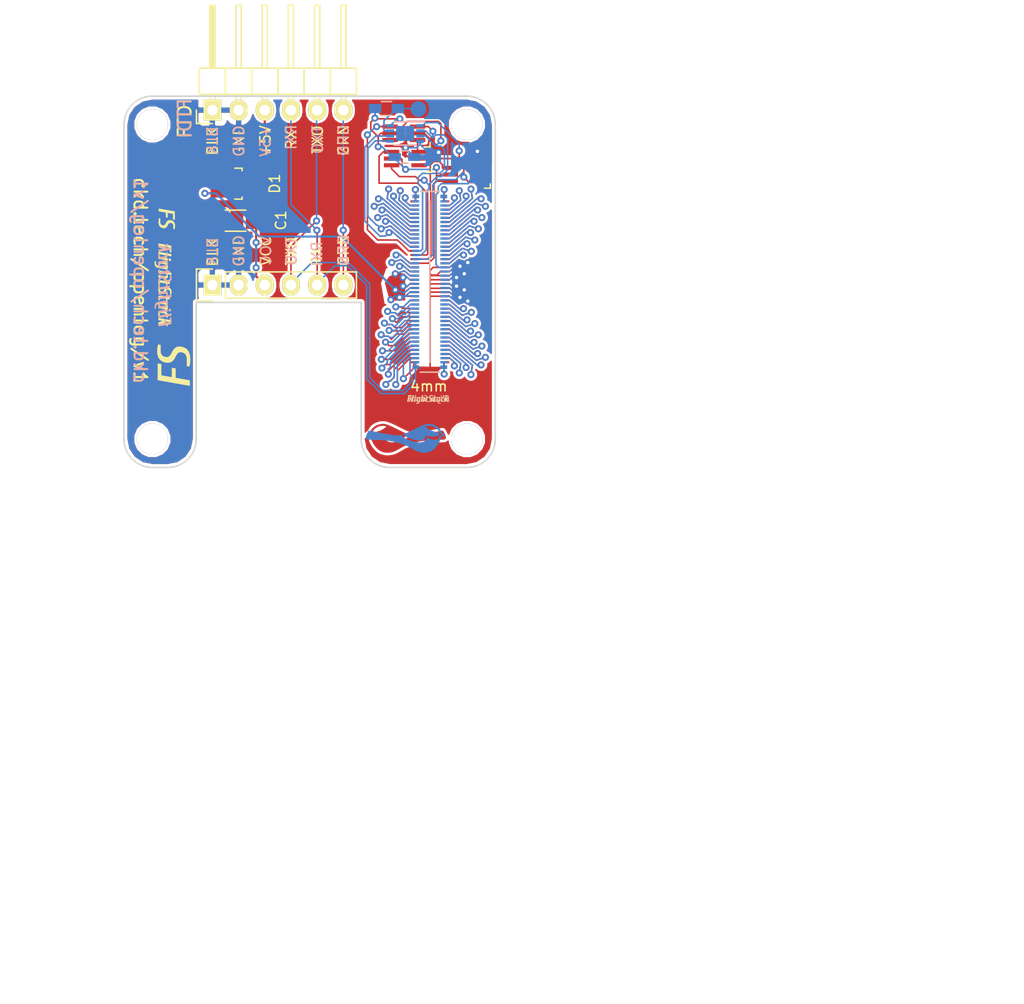
<source format=kicad_pcb>
(kicad_pcb (version 4) (host pcbnew 4.0.1-stable)
  (layers (0 F.Cu signal) (31 B.Cu signal) (34 B.Paste user) (35 F.Paste user) (36 B.SilkS user) (37 F.SilkS user) (38 B.Mask user) (39 F.Mask user) (44 Edge.Cuts user))
  (net 0 "")
  (net 1 /ExpansionPort/HEIGHT_1)
  (net 2 GNDPWR)
  (net 3 /ExpansionPort/HEIGHT_2)
  (net 4 /ExpansionPort/NEW_HEIGHT_4)
  (net 5 /ExpansionPort/3V3_0.3A_LL)
  (net 6 /ExpansionPort/HEIGHT_4)
  (net 7 "Net-(PORT_IC1-Pad7)")
  (net 8 /ExpansionPort/NEW_HEIGHT_1)
  (net 9 /ExpansionPort/NEW_HEIGHT_2)
  (net 10 +5V)
  (net 11 /ExpansionPort/UART1_TX)
  (net 12 /ExpansionPort/UART1_RX)
  (net 13 "Net-(CRADLE_PORT1-Pad6)")
  (net 14 /FTDI_PWR)
  (net 15 /ExpansionPort/i2c_SDA)
  (net 16 /ExpansionPort/i2c_SCL)
  (net 17 /ExpansionPort/SPI1_MOSI)
  (net 18 /ExpansionPort/TIMG1_CH1)
  (net 19 /ExpansionPort/TIM1)
  (net 20 /ExpansionPort/SPI1_MISO)
  (net 21 /ExpansionPort/SPI1_SCK)
  (net 22 /ExpansionPort/SPI1_NSS)
  (net 23 /ExpansionPort/SPI2_MOSI)
  (net 24 /ExpansionPort/SPI2_MISO)
  (net 25 /ExpansionPort/SPI2_SCK)
  (net 26 /ExpansionPort/SPI2_NSS)
  (net 27 /ExpansionPort/SPI3_MOSI)
  (net 28 /ExpansionPort/SPI3_MISO)
  (net 29 /ExpansionPort/SPI3_SCK)
  (net 30 /ExpansionPort/SPI3_NSS)
  (net 31 /ExpansionPort/CAN_LO)
  (net 32 /ExpansionPort/CAN_HI)
  (net 33 /ExpansionPort/RESET)
  (net 34 /ExpansionPort/BOOT)
  (net 35 /ExpansionPort/SDMMC1_CMD)
  (net 36 /ExpansionPort/SDMMC1_CK)
  (net 37 /ExpansionPort/SDMMC1_D3)
  (net 38 /ExpansionPort/SDMMC1_D2)
  (net 39 /ExpansionPort/SDMMC1_D1)
  (net 40 /ExpansionPort/SDMMC1_D0)
  (net 41 /ExpansionPort/ADC2)
  (net 42 /ExpansionPort/ADC1)
  (net 43 /ExpansionPort/TIMG2_CH4)
  (net 44 /ExpansionPort/TIMG2_CH3)
  (net 45 /ExpansionPort/TIMG2_CH2)
  (net 46 /ExpansionPort/TIMG2_CH1)
  (net 47 /ExpansionPort/TIMG1_CH4)
  (net 48 /ExpansionPort/TIMG1_CH3)
  (net 49 /ExpansionPort/TIMG1_CH2)
  (net 50 /ExpansionPort/TIM2)
  (net 51 /ExpansionPort/TIM3)
  (net 52 /ExpansionPort/TIM4)
  (net 53 /ExpansionPort/GPIO1)
  (net 54 /ExpansionPort/GPIO2)
  (net 55 /ExpansionPort/GPIO3)
  (net 56 /ExpansionPort/GPIO4)
  (net 57 /ExpansionPort/GPIO5)
  (net 58 /ExpansionPort/GPIO6)
  (net 59 /ExpansionPort/3V3_0.3A_E)
  (net 60 /ExpansionPort/+BATT)
  (net 61 /ExpansionPort/UART8_TX)
  (net 62 /ExpansionPort/UART8_RX)
  (net 63 /ExpansionPort/UART7_TX)
  (net 64 /ExpansionPort/UART7_RX)
  (net 65 /ExpansionPort/UART6_TX)
  (net 66 /ExpansionPort/UART6_RX)
  (net 67 /ExpansionPort/UART5_TX)
  (net 68 /ExpansionPort/UART5_RX)
  (net 69 /ExpansionPort/UART4_TX)
  (net 70 /ExpansionPort/UART4_RX)
  (net 71 /ExpansionPort/UART3_TX)
  (net 72 /ExpansionPort/UART3_RX)
  (net 73 /ExpansionPort/UART2_TX)
  (net 74 /ExpansionPort/UART2_RX)
  (net 75 "Net-(PORT_OUT1-Pad26)")
  (net 76 "Net-(PORT_OUT1-Pad25)")
  (net 77 "Net-(C1-Pad1)")
  (module flightstack:flightstack-8mm (layer B.Cu) (at 133.79 108.3 90)
    (fp_text reference G*** hide)
    (fp_text value LOGO hide)
  )
  (module flightstack:flightstack-4mm (layer B.Cu) (at 159.55 119.4 180)
    (fp_text reference G*** hide)
    (fp_text value LOGO hide)
  )
  (module chickadee:chickadee_3mm_fcu (layer B.Cu) (at 157.33 123.17 180)
    (fp_text reference G*** hide)
    (fp_text value "Chickadee 3mm" hide)
    (fp_poly (pts (xy -2.190577 1.394931) (xy -2.158906 1.394428) (xy -2.131275 1.393379) (xy -2.106176 1.39166) (xy -2.082107 1.389149) (xy -2.057561 1.385724) (xy -2.031033 1.38126) (xy -2.009069 1.377185) (xy -1.950214 1.364422) (xy -1.889117 1.348355) (xy -1.828664 1.329818) (xy -1.77174 1.309646) (xy -1.760361 1.305223) (xy -1.717183 1.28803) (xy -1.674808 1.270892) (xy -1.63285 1.25363) (xy -1.59092 1.236063) (xy -1.548631 1.218011) (xy -1.505596 1.199293) (xy -1.461427 1.179729) (xy -1.415735 1.159138) (xy -1.368134 1.137341) (xy -1.318236 1.114156) (xy -1.265653 1.089403) (xy -1.209997 1.062901) (xy -1.150882 1.034472) (xy -1.087918 1.003933) (xy -1.02072 0.971104) (xy -0.948898 0.935806) (xy -0.872065 0.897857) (xy -0.789834 0.857077) (xy -0.701817 0.813286) (xy -0.679097 0.801963) (xy -0.600817 0.763019) (xy -0.528298 0.72712) (xy -0.461051 0.694039) (xy -0.398585 0.663552) (xy -0.340411 0.635433) (xy -0.286038 0.609455) (xy -0.234976 0.585394) (xy -0.186735 0.563022) (xy -0.140825 0.542115) (xy -0.096756 0.522447) (xy -0.054038 0.503792) (xy -0.012181 0.485924) (xy 0.029306 0.468618) (xy 0.070912 0.451647) (xy 0.113128 0.434787) (xy 0.146403 0.421719) (xy 0.169926 0.412482) (xy 0.191319 0.403963) (xy 0.209688 0.396527) (xy 0.224143 0.39054) (xy 0.233791 0.386365) (xy 0.237732 0.384376) (xy 0.237199 0.380281) (xy 0.231987 0.372263) (xy 0.222739 0.361032) (xy 0.2101 0.347296) (xy 0.194712 0.331764) (xy 0.177219 0.315145) (xy 0.164178 0.303343) (xy 0.096199 0.247242) (xy 0.021764 0.193747) (xy -0.059006 0.142914) (xy -0.145989 0.0948) (xy -0.239062 0.049462) (xy -0.338103 0.006957) (xy -0.442991 -0.032658) (xy -0.553602 -0.069327) (xy -0.669815 -0.102992) (xy -0.756708 -0.125296) (xy -0.857303 -0.148538) (xy -0.952291 -0.167867) (xy -1.041919 -0.183303) (xy -1.126439 -0.194868) (xy -1.206099 -0.20258) (xy -1.281149 -0.206462) (xy -1.351837 -0.206535) (xy -1.418413 -0.202818) (xy -1.481126 -0.195332) (xy -1.518918 -0.18866) (xy -1.57955 -0.173748) (xy -1.634906 -0.154367) (xy -1.684914 -0.13059) (xy -1.729501 -0.102491) (xy -1.768596 -0.070142) (xy -1.802127 -0.033617) (xy -1.830021 0.007012) (xy -1.852205 0.051671) (xy -1.868608 0.100287) (xy -1.879158 0.152786) (xy -1.882097 0.17906) (xy -1.882915 0.190167) (xy -1.883851 0.198302) (xy -1.885889 0.204006) (xy -1.890009 0.207822) (xy -1.897194 0.21029) (xy -1.908425 0.211954) (xy -1.924685 0.213354) (xy -1.946955 0.215033) (xy -1.947333 0.215063) (xy -1.974885 0.21729) (xy -1.996056 0.219184) (xy -2.011509 0.220834) (xy -2.021906 0.222327) (xy -2.02791 0.223751) (xy -2.030183 0.225193) (xy -2.030082 0.226026) (xy -2.032027 0.227335) (xy -2.038861 0.22756) (xy -2.048532 0.226886) (xy -2.05899 0.225503) (xy -2.068183 0.223597) (xy -2.072569 0.222141) (xy -2.078077 0.220624) (xy -2.089384 0.218164) (xy -2.105331 0.214992) (xy -2.124759 0.211335) (xy -2.146511 0.207422) (xy -2.151944 0.206471) (xy -2.23343 0.192964) (xy -2.310846 0.181591) (xy -2.386734 0.172013) (xy -2.463633 0.163891) (xy -2.487083 0.161706) (xy -2.509513 0.160112) (xy -2.536719 0.158879) (xy -2.567348 0.158007) (xy -2.600049 0.157496) (xy -2.633471 0.157348) (xy -2.666262 0.157562) (xy -2.69707 0.158139) (xy -2.724545 0.15908) (xy -2.747334 0.160385) (xy -2.760486 0.161598) (xy -2.833314 0.171253) (xy -2.904171 0.18314) (xy -2.974932 0.197651) (xy -3.047473 0.215178) (xy -3.123669 0.23611) (xy -3.139143 0.240632) (xy -3.161757 0.247425) (xy -3.178423 0.252778) (xy -3.190018 0.257041) (xy -3.197422 0.260562) (xy -3.20151 0.263691) (xy -3.202943 0.266032) (xy -3.203909 0.271145) (xy -3.205491 0.282439) (xy -3.20759 0.299075) (xy -3.210105 0.320217) (xy -3.212937 0.345025) (xy -3.215987 0.372662) (xy -3.219082 0.401608) (xy -3.222679 0.435601) (xy -3.225565 0.463243) (xy -3.227688 0.485209) (xy -3.228999 0.50217) (xy -3.229447 0.514802) (xy -3.228982 0.523777) (xy -3.227553 0.52977) (xy -3.22511 0.533453) (xy -3.221603 0.535501) (xy -3.216982 0.536587) (xy -3.211195 0.537385) (xy -3.208909 0.537717) (xy -3.197663 0.539746) (xy -3.180611 0.543203) (xy -3.158807 0.547849) (xy -3.1333 0.553445) (xy -3.105142 0.559751) (xy -3.075385 0.566529) (xy -3.045079 0.573539) (xy -3.015275 0.580543) (xy -2.987025 0.5873) (xy -2.96138 0.593573) (xy -2.942167 0.598407) (xy -2.839538 0.625766) (xy -2.743547 0.653603) (xy -2.653787 0.682055) (xy -2.569847 0.711258) (xy -2.49132 0.74135) (xy -2.417797 0.772466) (xy -2.405944 0.777787) (xy -2.33527 0.81224) (xy -2.2633 0.851978) (xy -2.191754 0.895908) (xy -2.122352 0.942934) (xy -2.05681 0.991963) (xy -2.012597 1.028214) (xy -1.994935 1.043577) (xy -1.976602 1.059988) (xy -1.958316 1.076756) (xy -1.940794 1.09319) (xy -1.924751 1.108599) (xy -1.910905 1.122291) (xy -1.899973 1.133576) (xy -1.892671 1.141762) (xy -1.889717 1.146159) (xy -1.889781 1.146632) (xy -1.895886 1.149881) (xy -1.907863 1.154203) (xy -1.924653 1.159337) (xy -1.945199 1.16502) (xy -1.968444 1.170989) (xy -1.99333 1.176981) (xy -2.018801 1.182735) (xy -2.043799 1.187987) (xy -2.067268 1.192474) (xy -2.088148 1.195935) (xy -2.088444 1.195979) (xy -2.143487 1.202523) (xy -2.197821 1.205577) (xy -2.252961 1.205107) (xy -2.310419 1.201077) (xy -2.371711 1.193452) (xy -2.401539 1.188739) (xy -2.494796 1.17015) (xy -2.584229 1.146293) (xy -2.669623 1.117275) (xy -2.750766 1.083203) (xy -2.827443 1.044182) (xy -2.899442 1.000319) (xy -2.966549 0.95172) (xy -3.028551 0.898491) (xy -3.072051 0.855085) (xy -3.114426 0.806444) (xy -3.152464 0.755667) (xy -3.185507 0.70377) (xy -3.212895 0.65177) (xy -3.230344 0.610645) (xy -3.23532 0.598231) (xy -3.239944 0.588063) (xy -3.243211 0.582348) (xy -3.246468 0.579042) (xy -3.254369 0.57133) (xy -3.266439 0.559666) (xy -3.282207 0.544504) (xy -3.301199 0.526296) (xy -3.322943 0.505496) (xy -3.346966 0.482558) (xy -3.372795 0.457935) (xy -3.391958 0.439691) (xy -3.418659 0.414263) (xy -3.443792 0.390288) (xy -3.466896 0.368206) (xy -3.487514 0.34846) (xy -3.505187 0.331487) (xy -3.519455 0.31773) (xy -3.529861 0.307629) (xy -3.535945 0.301624) (xy -3.537393 0.300078) (xy -3.534428 0.298301) (xy -3.525616 0.293948) (xy -3.511564 0.287299) (xy -3.492877 0.278632) (xy -3.470164 0.268227) (xy -3.444028 0.256363) (xy -3.415077 0.243317) (xy -3.383917 0.22937) (xy -3.376532 0.226077) (xy -3.214874 0.154058) (xy -3.198019 0.093786) (xy -3.189906 0.065801) (xy -3.180059 0.033466) (xy -3.169084 -0.001347) (xy -3.157589 -0.036762) (xy -3.146183 -0.070907) (xy -3.135473 -0.101907) (xy -3.126489 -0.126757) (xy -3.121041 -0.140443) (xy -3.116521 -0.148917) (xy -3.111864 -0.153733) (xy -3.10617 -0.156392) (xy -3.098868 -0.157558) (xy -3.085547 -0.158496) (xy -3.06724 -0.159209) (xy -3.04498 -0.159697) (xy -3.019799 -0.159965) (xy -2.992731 -0.160013) (xy -2.964808 -0.159845) (xy -2.937063 -0.159461) (xy -2.910528 -0.158866) (xy -2.886237 -0.15806) (xy -2.865223 -0.157046) (xy -2.848681 -0.155841) (xy -2.685739 -0.138212) (xy -2.585861 -0.124838) (xy -2.543141 -0.1184) (xy -2.506322 -0.1121) (xy -2.474266 -0.105624) (xy -2.445833 -0.098661) (xy -2.419884 -0.090899) (xy -2.395279 -0.082025) (xy -2.370878 -0.071727) (xy -2.345543 -0.059694) (xy -2.342444 -0.058147) (xy -2.286885 -0.026813) (xy -2.232336 0.010789) (xy -2.179767 0.053872) (xy -2.130148 0.101647) (xy -2.089686 0.146958) (xy -2.071653 0.168681) (xy -2.069252 0.143431) (xy -2.062225 0.096009) (xy -2.050319 0.046832) (xy -2.034198 -0.002224) (xy -2.014523 -0.049282) (xy -1.991958 -0.092463) (xy -1.978281 -0.114289) (xy -1.94066 -0.164006) (xy -1.897859 -0.209003) (xy -1.849963 -0.249251) (xy -1.797063 -0.284723) (xy -1.739243 -0.315389) (xy -1.676594 -0.341223) (xy -1.609201 -0.362197) (xy -1.537152 -0.378282) (xy -1.460535 -0.389451) (xy -1.379438 -0.395676) (xy -1.293947 -0.396929) (xy -1.204152 -0.393182) (xy -1.125361 -0.386139) (xy -1.052218 -0.376822) (xy -0.974125 -0.364509) (xy -0.892379 -0.349481) (xy -0.808276 -0.332024) (xy -0.723113 -0.312418) (xy -0.638187 -0.290949) (xy -0.554795 -0.267899) (xy -0.478014 -0.244745) (xy -0.38054 -0.212112) (xy -0.286214 -0.17667) (xy -0.195387 -0.138629) (xy -0.108408 -0.098203) (xy -0.025628 -0.0556) (xy 0.052604 -0.011034) (xy 0.125937 0.035286) (xy 0.194021 0.083147) (xy 0.256506 0.132339) (xy 0.313041 0.18265) (xy 0.363278 0.233869) (xy 0.406865 0.285785) (xy 0.411516 0.291897) (xy 0.421132 0.304324) (xy 0.427892 0.311896) (xy 0.432929 0.315578) (xy 0.437377 0.316336) (xy 0.439726 0.315921) (xy 0.459163 0.311612) (xy 0.48424 0.30693) (xy 0.513568 0.302078) (xy 0.545757 0.297263) (xy 0.579415 0.292687) (xy 0.613152 0.288557) (xy 0.645578 0.285077) (xy 0.656167 0.284068) (xy 0.687905 0.281538) (xy 0.719888 0.279816) (xy 0.752791 0.278933) (xy 0.78729 0.27892) (xy 0.82406 0.279806) (xy 0.863775 0.281623) (xy 0.907113 0.284401) (xy 0.954746 0.288171) (xy 1.007352 0.292963) (xy 1.065605 0.298808) (xy 1.127125 0.3054) (xy 1.216165 0.315763) (xy 1.311639 0.327982) (xy 1.413193 0.341993) (xy 1.520469 0.357731) (xy 1.633115 0.375132) (xy 1.750774 0.394133) (xy 1.873091 0.414668) (xy 1.999712 0.436674) (xy 2.13028 0.460086) (xy 2.264441 0.48484) (xy 2.40184 0.510872) (xy 2.542121 0.538118) (xy 2.68493 0.566514) (xy 2.829911 0.595994) (xy 2.976709 0.626495) (xy 3.124969 0.657954) (xy 3.274335 0.690304) (xy 3.361972 0.709592) (xy 3.406466 0.719446) (xy 3.444684 0.727733) (xy 3.477258 0.73432) (xy 3.504823 0.739072) (xy 3.528011 0.741854) (xy 3.547455 0.742532) (xy 3.563788 0.740972) (xy 3.577642 0.737038) (xy 3.589652 0.730596) (xy 3.600449 0.721512) (xy 3.610667 0.709652) (xy 3.620938 0.69488) (xy 3.631896 0.677062) (xy 3.644174 0.656064) (xy 3.648453 0.648705) (xy 3.685722 0.582928) (xy 3.720654 0.517678) (xy 3.752855 0.453786) (xy 3.781929 0.392085) (xy 3.807481 0.333406) (xy 3.829117 0.278581) (xy 3.842982 0.239141) (xy 3.858442 0.186728) (xy 3.869158 0.137816) (xy 3.875158 0.092633) (xy 3.876469 0.051406) (xy 3.873119 0.014365) (xy 3.865134 -0.018262) (xy 3.852543 -0.046247) (xy 3.835372 -0.069362) (xy 3.813649 -0.087378) (xy 3.803124 -0.093395) (xy 3.792991 -0.098154) (xy 3.781941 -0.102524) (xy 3.769615 -0.106533) (xy 3.755657 -0.110209) (xy 3.739709 -0.113581) (xy 3.721413 -0.116677) (xy 3.700414 -0.119524) (xy 3.676352 -0.122152) (xy 3.648872 -0.124587) (xy 3.617615 -0.126859) (xy 3.582225 -0.128995) (xy 3.542343 -0.131023) (xy 3.497613 -0.132973) (xy 3.447677 -0.134871) (xy 3.392178 -0.136746) (xy 3.330759 -0.138626) (xy 3.263062 -0.14054) (xy 3.188731 -0.142515) (xy 3.175 -0.142869) (xy 3.052923 -0.146207) (xy 2.937344 -0.149786) (xy 2.827707 -0.153639) (xy 2.723456 -0.157794) (xy 2.624037 -0.162284) (xy 2.528895 -0.167138) (xy 2.437474 -0.172388) (xy 2.349219 -0.178064) (xy 2.263574 -0.184196) (xy 2.179985 -0.190816) (xy 2.097897 -0.197954) (xy 2.016754 -0.20564) (xy 1.989667 -0.208345) (xy 1.860967 -0.222177) (xy 1.736502 -0.237273) (xy 1.615523 -0.253805) (xy 1.497281 -0.271941) (xy 1.381028 -0.291851) (xy 1.266016 -0.313705) (xy 1.151496 -0.337671) (xy 1.036721 -0.36392) (xy 0.920941 -0.39262) (xy 0.803408 -0.423942) (xy 0.683373 -0.458054) (xy 0.56009 -0.495127) (xy 0.432808 -0.535329) (xy 0.30078 -0.57883) (xy 0.195792 -0.614551) (xy 0.145932 -0.632059) (xy 0.0984 -0.649485) (xy 0.052527 -0.66715) (xy 0.007643 -0.685374) (xy -0.03692 -0.704476) (xy -0.081833 -0.724779) (xy -0.127765 -0.746601) (xy -0.175385 -0.770263) (xy -0.225363 -0.796085) (xy -0.278367 -0.824388) (xy -0.335068 -0.855492) (xy -0.396135 -0.889717) (xy -0.462237 -0.927384) (xy -0.483306 -0.939493) (xy -0.541927 -0.973223) (xy -0.594898 -1.003651) (xy -0.642666 -1.031025) (xy -0.685679 -1.055591) (xy -0.724384 -1.077596) (xy -0.759229 -1.097287) (xy -0.790662 -1.11491) (xy -0.81913 -1.130714) (xy -0.845081 -1.144944) (xy -0.868963 -1.157848) (xy -0.891223 -1.169672) (xy -0.912308 -1.180664) (xy -0.932668 -1.19107) (xy -0.952748 -1.201138) (xy -0.972997 -1.211113) (xy -0.993862 -1.221244) (xy -0.995694 -1.222128) (xy -1.063133 -1.253565) (xy -1.12675 -1.280819) (xy -1.187918 -1.304282) (xy -1.248008 -1.324345) (xy -1.308391 -1.341402) (xy -1.37044 -1.355844) (xy -1.435526 -1.368064) (xy -1.505022 -1.378454) (xy -1.569861 -1.386279) (xy -1.610848 -1.390039) (xy -1.656794 -1.392999) (xy -1.705642 -1.395105) (xy -1.755337 -1.396301) (xy -1.803821 -1.396532) (xy -1.849038 -1.395744) (xy -1.878542 -1.394508) (xy -1.958088 -1.387865) (xy -2.038544 -1.376743) (xy -2.118722 -1.361443) (xy -2.197433 -1.342263) (xy -2.273489 -1.319501) (xy -2.345702 -1.293456) (xy -2.412884 -1.264427) (xy -2.430992 -1.255625) (xy -2.511972 -1.211372) (xy -2.591194 -1.160408) (xy -2.668518 -1.102893) (xy -2.743805 -1.038983) (xy -2.816914 -0.968836) (xy -2.887705 -0.89261) (xy -2.95604 -0.810463) (xy -3.021777 -0.722552) (xy -3.084778 -0.629036) (xy -3.144903 -0.53007) (xy -3.202011 -0.425814) (xy -3.247103 -0.335201) (xy -3.265441 -0.295287) (xy -3.283063 -0.253922) (xy -3.300474 -0.209814) (xy -3.318181 -0.161672) (xy -3.33669 -0.108204) (xy -3.341035 -0.09525) (xy -3.348704 -0.071804) (xy -3.356807 -0.046214) (xy -3.364992 -0.019673) (xy -3.372907 0.006627) (xy -3.380199 0.031492) (xy -3.386515 0.053731) (xy -3.391504 0.072152) (xy -3.394813 0.08556) (xy -3.395622 0.089442) (xy -3.397791 0.101004) (xy -3.602405 0.183572) (xy -3.638385 0.198117) (xy -3.672393 0.211915) (xy -3.703868 0.224734) (xy -3.732252 0.236346) (xy -3.756986 0.24652) (xy -3.77751 0.255026) (xy -3.793266 0.261633) (xy -3.803693 0.266111) (xy -3.808232 0.268231) (xy -3.808381 0.268344) (xy -3.80604 0.270994) (xy -3.798838 0.27795) (xy -3.787188 0.288837) (xy -3.771505 0.303276) (xy -3.752203 0.320892) (xy -3.729696 0.341306) (xy -3.704399 0.364141) (xy -3.676726 0.389021) (xy -3.647091 0.415568) (xy -3.621714 0.438231) (xy -3.585698 0.47036) (xy -3.554584 0.498154) (xy -3.528002 0.521967) (xy -3.505585 0.542152) (xy -3.486962 0.559065) (xy -3.471765 0.573058) (xy -3.459624 0.584487) (xy -3.45017 0.593706) (xy -3.443035 0.601069) (xy -3.437848 0.606929) (xy -3.434241 0.611642) (xy -3.431844 0.615561) (xy -3.430288 0.619041) (xy -3.429205 0.622435) (xy -3.429021 0.623103) (xy -3.422612 0.643652) (xy -3.41351 0.668602) (xy -3.40244 0.696184) (xy -3.390126 0.724625) (xy -3.377295 0.752157) (xy -3.3707 0.765446) (xy -3.338251 0.823655) (xy -3.301023 0.87978) (xy -3.258334 0.934751) (xy -3.209501 0.989498) (xy -3.196358 1.003151) (xy -3.140849 1.05669) (xy -3.083569 1.105173) (xy -3.023315 1.149469) (xy -2.958883 1.190443) (xy -2.889069 1.228963) (xy -2.868083 1.23958) (xy -2.800029 1.271452) (xy -2.732015 1.299287) (xy -2.662813 1.323459) (xy -2.591193 1.344341) (xy -2.515928 1.362308) (xy -2.435788 1.377732) (xy -2.38932 1.385248) (xy -2.369484 1.388168) (xy -2.352156 1.390434) (xy -2.335939 1.39213) (xy -2.319438 1.393341) (xy -2.301258 1.394152) (xy -2.280002 1.394645) (xy -2.254276 1.394906) (xy -2.227792 1.395009) (xy -2.190577 1.394931)) (layer B.Cu) (width 0.01))
  )
  (module DF40-80pin-Header (layer B.Cu) (at 159.65 108)
    (fp_text reference PORT_IN1 hide)
    (fp_text value CKD_SANDWICH hide)
    (pad 80 smd rect (at 1.355 7.8) (size 0.66 0.23) (layers B.Cu B.Paste B.Mask) (net 17 /ExpansionPort/SPI1_MOSI))
    (pad 40 smd rect (at -1.355 7.8) (size 0.66 0.23) (layers B.Cu B.Paste B.Mask) (net 12 /ExpansionPort/UART1_RX))
    (pad 41 smd rect (at 1.355 -7.8) (size 0.66 0.23) (layers B.Cu B.Paste B.Mask) (net 18 /ExpansionPort/TIMG1_CH1))
    (pad 1 smd rect (at -1.355 -7.8) (size 0.66 0.23) (layers B.Cu B.Paste B.Mask) (net 19 /ExpansionPort/TIM1))
    (pad 79 smd rect (at 1.355 7.4) (size 0.66 0.23) (layers B.Cu B.Paste B.Mask) (net 20 /ExpansionPort/SPI1_MISO))
    (pad 78 smd rect (at 1.355 7) (size 0.66 0.23) (layers B.Cu B.Paste B.Mask) (net 21 /ExpansionPort/SPI1_SCK))
    (pad 77 smd rect (at 1.355 6.6) (size 0.66 0.23) (layers B.Cu B.Paste B.Mask) (net 22 /ExpansionPort/SPI1_NSS))
    (pad 76 smd rect (at 1.355 6.2) (size 0.66 0.23) (layers B.Cu B.Paste B.Mask) (net 23 /ExpansionPort/SPI2_MOSI))
    (pad 75 smd rect (at 1.355 5.8) (size 0.66 0.23) (layers B.Cu B.Paste B.Mask) (net 24 /ExpansionPort/SPI2_MISO))
    (pad 74 smd rect (at 1.355 5.4) (size 0.66 0.23) (layers B.Cu B.Paste B.Mask) (net 25 /ExpansionPort/SPI2_SCK))
    (pad 73 smd rect (at 1.355 5) (size 0.66 0.23) (layers B.Cu B.Paste B.Mask) (net 26 /ExpansionPort/SPI2_NSS))
    (pad 72 smd rect (at 1.355 4.6) (size 0.66 0.23) (layers B.Cu B.Paste B.Mask) (net 27 /ExpansionPort/SPI3_MOSI))
    (pad 71 smd rect (at 1.355 4.2) (size 0.66 0.23) (layers B.Cu B.Paste B.Mask) (net 28 /ExpansionPort/SPI3_MISO))
    (pad 70 smd rect (at 1.355 3.8) (size 0.66 0.23) (layers B.Cu B.Paste B.Mask) (net 29 /ExpansionPort/SPI3_SCK))
    (pad 69 smd rect (at 1.355 3.4) (size 0.66 0.23) (layers B.Cu B.Paste B.Mask) (net 30 /ExpansionPort/SPI3_NSS))
    (pad 68 smd rect (at 1.355 3) (size 0.66 0.23) (layers B.Cu B.Paste B.Mask) (net 31 /ExpansionPort/CAN_LO))
    (pad 67 smd rect (at 1.355 2.6) (size 0.66 0.23) (layers B.Cu B.Paste B.Mask) (net 32 /ExpansionPort/CAN_HI))
    (pad 66 smd rect (at 1.355 2.2) (size 0.66 0.23) (layers B.Cu B.Paste B.Mask) (net 33 /ExpansionPort/RESET))
    (pad 65 smd rect (at 1.355 1.8) (size 0.66 0.23) (layers B.Cu B.Paste B.Mask) (net 34 /ExpansionPort/BOOT))
    (pad 64 smd rect (at 1.355 1.4) (size 0.66 0.23) (layers B.Cu B.Paste B.Mask) (net 2 GNDPWR))
    (pad 63 smd rect (at 1.355 1) (size 0.66 0.23) (layers B.Cu B.Paste B.Mask) (net 2 GNDPWR))
    (pad 62 smd rect (at 1.355 0.6) (size 0.66 0.23) (layers B.Cu B.Paste B.Mask) (net 2 GNDPWR))
    (pad 61 smd rect (at 1.355 0.2) (size 0.66 0.23) (layers B.Cu B.Paste B.Mask) (net 2 GNDPWR))
    (pad 60 smd rect (at 1.355 -0.2) (size 0.66 0.23) (layers B.Cu B.Paste B.Mask) (net 2 GNDPWR))
    (pad 59 smd rect (at 1.355 -0.6) (size 0.66 0.23) (layers B.Cu B.Paste B.Mask) (net 2 GNDPWR))
    (pad 58 smd rect (at 1.355 -1) (size 0.66 0.23) (layers B.Cu B.Paste B.Mask) (net 2 GNDPWR))
    (pad 57 smd rect (at 1.355 -1.4) (size 0.66 0.23) (layers B.Cu B.Paste B.Mask) (net 2 GNDPWR))
    (pad 56 smd rect (at 1.355 -1.8) (size 0.66 0.23) (layers B.Cu B.Paste B.Mask) (net 35 /ExpansionPort/SDMMC1_CMD))
    (pad 55 smd rect (at 1.355 -2.2) (size 0.66 0.23) (layers B.Cu B.Paste B.Mask) (net 36 /ExpansionPort/SDMMC1_CK))
    (pad 54 smd rect (at 1.355 -2.6) (size 0.66 0.23) (layers B.Cu B.Paste B.Mask) (net 37 /ExpansionPort/SDMMC1_D3))
    (pad 53 smd rect (at 1.355 -3) (size 0.66 0.23) (layers B.Cu B.Paste B.Mask) (net 38 /ExpansionPort/SDMMC1_D2))
    (pad 52 smd rect (at 1.355 -3.4) (size 0.66 0.23) (layers B.Cu B.Paste B.Mask) (net 39 /ExpansionPort/SDMMC1_D1))
    (pad 51 smd rect (at 1.355 -3.8) (size 0.66 0.23) (layers B.Cu B.Paste B.Mask) (net 40 /ExpansionPort/SDMMC1_D0))
    (pad 50 smd rect (at 1.355 -4.2) (size 0.66 0.23) (layers B.Cu B.Paste B.Mask) (net 41 /ExpansionPort/ADC2))
    (pad 49 smd rect (at 1.355 -4.6) (size 0.66 0.23) (layers B.Cu B.Paste B.Mask) (net 42 /ExpansionPort/ADC1))
    (pad 48 smd rect (at 1.355 -5) (size 0.66 0.23) (layers B.Cu B.Paste B.Mask) (net 43 /ExpansionPort/TIMG2_CH4))
    (pad 47 smd rect (at 1.355 -5.4) (size 0.66 0.23) (layers B.Cu B.Paste B.Mask) (net 44 /ExpansionPort/TIMG2_CH3))
    (pad 46 smd rect (at 1.355 -5.8) (size 0.66 0.23) (layers B.Cu B.Paste B.Mask) (net 45 /ExpansionPort/TIMG2_CH2))
    (pad 45 smd rect (at 1.355 -6.2) (size 0.66 0.23) (layers B.Cu B.Paste B.Mask) (net 46 /ExpansionPort/TIMG2_CH1))
    (pad 44 smd rect (at 1.355 -6.6) (size 0.66 0.23) (layers B.Cu B.Paste B.Mask) (net 47 /ExpansionPort/TIMG1_CH4))
    (pad 43 smd rect (at 1.355 -7) (size 0.66 0.23) (layers B.Cu B.Paste B.Mask) (net 48 /ExpansionPort/TIMG1_CH3))
    (pad 42 smd rect (at 1.355 -7.4) (size 0.66 0.23) (layers B.Cu B.Paste B.Mask) (net 49 /ExpansionPort/TIMG1_CH2))
    (pad 41 smd rect (at 1.355 -8.2) (size 0.66 0.35) (drill (offset 0 -0.075)) (layers B.Cu B.Paste B.Mask) (net 18 /ExpansionPort/TIMG1_CH1))
    (pad 1 smd rect (at -1.355 -8.2) (size 0.66 0.35) (drill (offset 0 -0.075)) (layers B.Cu B.Paste B.Mask) (net 19 /ExpansionPort/TIM1))
    (pad 80 smd rect (at 1.355 8.2) (size 0.66 0.35) (drill (offset 0 0.075)) (layers B.Cu B.Paste B.Mask) (net 17 /ExpansionPort/SPI1_MOSI))
    (pad 40 smd rect (at -1.355 8.2) (size 0.66 0.35) (drill (offset 0 0.075)) (layers B.Cu B.Paste B.Mask) (net 12 /ExpansionPort/UART1_RX))
    (pad 2 smd rect (at -1.355 -7.4) (size 0.66 0.23) (layers B.Cu B.Paste B.Mask) (net 50 /ExpansionPort/TIM2))
    (pad 3 smd rect (at -1.355 -7) (size 0.66 0.23) (layers B.Cu B.Paste B.Mask) (net 51 /ExpansionPort/TIM3))
    (pad 4 smd rect (at -1.355 -6.6) (size 0.66 0.23) (layers B.Cu B.Paste B.Mask) (net 52 /ExpansionPort/TIM4))
    (pad 5 smd rect (at -1.355 -6.2) (size 0.66 0.23) (layers B.Cu B.Paste B.Mask) (net 53 /ExpansionPort/GPIO1))
    (pad 6 smd rect (at -1.355 -5.8) (size 0.66 0.23) (layers B.Cu B.Paste B.Mask) (net 54 /ExpansionPort/GPIO2))
    (pad 7 smd rect (at -1.355 -5.4) (size 0.66 0.23) (layers B.Cu B.Paste B.Mask) (net 55 /ExpansionPort/GPIO3))
    (pad 8 smd rect (at -1.355 -5) (size 0.66 0.23) (layers B.Cu B.Paste B.Mask) (net 56 /ExpansionPort/GPIO4))
    (pad 9 smd rect (at -1.355 -4.6) (size 0.66 0.23) (layers B.Cu B.Paste B.Mask) (net 57 /ExpansionPort/GPIO5))
    (pad 10 smd rect (at -1.355 -4.2) (size 0.66 0.23) (layers B.Cu B.Paste B.Mask) (net 58 /ExpansionPort/GPIO6))
    (pad 11 smd rect (at -1.355 -3.8) (size 0.66 0.23) (layers B.Cu B.Paste B.Mask) (net 15 /ExpansionPort/i2c_SDA))
    (pad 12 smd rect (at -1.355 -3.4) (size 0.66 0.23) (layers B.Cu B.Paste B.Mask) (net 16 /ExpansionPort/i2c_SCL))
    (pad 13 smd rect (at -1.355 -3) (size 0.66 0.23) (layers B.Cu B.Paste B.Mask) (net 6 /ExpansionPort/HEIGHT_4))
    (pad 14 smd rect (at -1.355 -2.6) (size 0.66 0.23) (layers B.Cu B.Paste B.Mask) (net 3 /ExpansionPort/HEIGHT_2))
    (pad 15 smd rect (at -1.355 -2.2) (size 0.66 0.23) (layers B.Cu B.Paste B.Mask) (net 1 /ExpansionPort/HEIGHT_1))
    (pad 16 smd rect (at -1.355 -1.8) (size 0.66 0.23) (layers B.Cu B.Paste B.Mask) (net 5 /ExpansionPort/3V3_0.3A_LL))
    (pad 17 smd rect (at -1.355 -1.4) (size 0.66 0.23) (layers B.Cu B.Paste B.Mask) (net 59 /ExpansionPort/3V3_0.3A_E))
    (pad 18 smd rect (at -1.355 -1) (size 0.66 0.23) (layers B.Cu B.Paste B.Mask) (net 60 /ExpansionPort/+BATT))
    (pad 19 smd rect (at -1.355 -0.6) (size 0.66 0.23) (layers B.Cu B.Paste B.Mask) (net 10 +5V))
    (pad 20 smd rect (at -1.355 -0.2) (size 0.66 0.23) (layers B.Cu B.Paste B.Mask) (net 10 +5V))
    (pad 21 smd rect (at -1.355 0.2) (size 0.66 0.23) (layers B.Cu B.Paste B.Mask) (net 10 +5V))
    (pad 22 smd rect (at -1.355 0.6) (size 0.66 0.23) (layers B.Cu B.Paste B.Mask) (net 10 +5V))
    (pad 23 smd rect (at -1.355 1) (size 0.66 0.23) (layers B.Cu B.Paste B.Mask) (net 10 +5V))
    (pad 24 smd rect (at -1.355 1.4) (size 0.66 0.23) (layers B.Cu B.Paste B.Mask) (net 10 +5V))
    (pad 25 smd rect (at -1.355 1.8) (size 0.66 0.23) (layers B.Cu B.Paste B.Mask) (net 61 /ExpansionPort/UART8_TX))
    (pad 26 smd rect (at -1.355 2.2) (size 0.66 0.23) (layers B.Cu B.Paste B.Mask) (net 62 /ExpansionPort/UART8_RX))
    (pad 27 smd rect (at -1.355 2.6) (size 0.66 0.23) (layers B.Cu B.Paste B.Mask) (net 63 /ExpansionPort/UART7_TX))
    (pad 28 smd rect (at -1.355 3) (size 0.66 0.23) (layers B.Cu B.Paste B.Mask) (net 64 /ExpansionPort/UART7_RX))
    (pad 29 smd rect (at -1.355 3.4) (size 0.66 0.23) (layers B.Cu B.Paste B.Mask) (net 65 /ExpansionPort/UART6_TX))
    (pad 30 smd rect (at -1.355 3.8) (size 0.66 0.23) (layers B.Cu B.Paste B.Mask) (net 66 /ExpansionPort/UART6_RX))
    (pad 31 smd rect (at -1.355 4.2) (size 0.66 0.23) (layers B.Cu B.Paste B.Mask) (net 67 /ExpansionPort/UART5_TX))
    (pad 32 smd rect (at -1.355 4.6) (size 0.66 0.23) (layers B.Cu B.Paste B.Mask) (net 68 /ExpansionPort/UART5_RX))
    (pad 33 smd rect (at -1.355 5) (size 0.66 0.23) (layers B.Cu B.Paste B.Mask) (net 69 /ExpansionPort/UART4_TX))
    (pad 34 smd rect (at -1.355 5.4) (size 0.66 0.23) (layers B.Cu B.Paste B.Mask) (net 70 /ExpansionPort/UART4_RX))
    (pad 35 smd rect (at -1.355 5.8) (size 0.66 0.23) (layers B.Cu B.Paste B.Mask) (net 71 /ExpansionPort/UART3_TX))
    (pad 36 smd rect (at -1.355 6.2) (size 0.66 0.23) (layers B.Cu B.Paste B.Mask) (net 72 /ExpansionPort/UART3_RX))
    (pad 37 smd rect (at -1.355 6.6) (size 0.66 0.23) (layers B.Cu B.Paste B.Mask) (net 73 /ExpansionPort/UART2_TX))
    (pad 38 smd rect (at -1.355 7) (size 0.66 0.23) (layers B.Cu B.Paste B.Mask) (net 74 /ExpansionPort/UART2_RX))
    (pad 39 smd rect (at -1.355 7.4) (size 0.66 0.23) (layers B.Cu B.Paste B.Mask) (net 11 /ExpansionPort/UART1_TX))
  )
  (module DF40-3-4mm-80pin-Receptacle (layer F.Cu) (at 159.65 108)
    (fp_text reference PORT_OUT1 hide)
    (fp_text value CKD_SANDWICH hide)
    (pad 41 smd rect (at 1.54 -7.8) (size 0.7 0.2) (layers F.Cu F.Paste F.Mask) (net 18 /ExpansionPort/TIMG1_CH1))
    (pad 42 smd rect (at 1.54 -7.4) (size 0.7 0.2) (layers F.Cu F.Paste F.Mask) (net 49 /ExpansionPort/TIMG1_CH2))
    (pad 43 smd rect (at 1.54 -7) (size 0.7 0.2) (layers F.Cu F.Paste F.Mask) (net 48 /ExpansionPort/TIMG1_CH3))
    (pad 44 smd rect (at 1.54 -6.6) (size 0.7 0.2) (layers F.Cu F.Paste F.Mask) (net 47 /ExpansionPort/TIMG1_CH4))
    (pad 45 smd rect (at 1.54 -6.2) (size 0.7 0.2) (layers F.Cu F.Paste F.Mask) (net 46 /ExpansionPort/TIMG2_CH1))
    (pad 46 smd rect (at 1.54 -5.8) (size 0.7 0.2) (layers F.Cu F.Paste F.Mask) (net 45 /ExpansionPort/TIMG2_CH2))
    (pad 47 smd rect (at 1.54 -5.4) (size 0.7 0.2) (layers F.Cu F.Paste F.Mask) (net 44 /ExpansionPort/TIMG2_CH3))
    (pad 48 smd rect (at 1.54 -5) (size 0.7 0.2) (layers F.Cu F.Paste F.Mask) (net 43 /ExpansionPort/TIMG2_CH4))
    (pad 49 smd rect (at 1.54 -4.6) (size 0.7 0.2) (layers F.Cu F.Paste F.Mask) (net 42 /ExpansionPort/ADC1))
    (pad 50 smd rect (at 1.54 -4.2) (size 0.7 0.2) (layers F.Cu F.Paste F.Mask) (net 41 /ExpansionPort/ADC2))
    (pad 60 smd rect (at 1.54 -0.2) (size 0.7 0.2) (layers F.Cu F.Paste F.Mask) (net 2 GNDPWR))
    (pad 59 smd rect (at 1.54 -0.6) (size 0.7 0.2) (layers F.Cu F.Paste F.Mask) (net 2 GNDPWR))
    (pad 58 smd rect (at 1.54 -1) (size 0.7 0.2) (layers F.Cu F.Paste F.Mask) (net 2 GNDPWR))
    (pad 57 smd rect (at 1.54 -1.4) (size 0.7 0.2) (layers F.Cu F.Paste F.Mask) (net 2 GNDPWR))
    (pad 56 smd rect (at 1.54 -1.8) (size 0.7 0.2) (layers F.Cu F.Paste F.Mask) (net 35 /ExpansionPort/SDMMC1_CMD))
    (pad 55 smd rect (at 1.54 -2.2) (size 0.7 0.2) (layers F.Cu F.Paste F.Mask) (net 36 /ExpansionPort/SDMMC1_CK))
    (pad 54 smd rect (at 1.54 -2.6) (size 0.7 0.2) (layers F.Cu F.Paste F.Mask) (net 37 /ExpansionPort/SDMMC1_D3))
    (pad 53 smd rect (at 1.54 -3) (size 0.7 0.2) (layers F.Cu F.Paste F.Mask) (net 38 /ExpansionPort/SDMMC1_D2))
    (pad 52 smd rect (at 1.54 -3.4) (size 0.7 0.2) (layers F.Cu F.Paste F.Mask) (net 39 /ExpansionPort/SDMMC1_D1))
    (pad 51 smd rect (at 1.54 -3.8) (size 0.7 0.2) (layers F.Cu F.Paste F.Mask) (net 40 /ExpansionPort/SDMMC1_D0))
    (pad 61 smd rect (at 1.54 0.2) (size 0.7 0.2) (layers F.Cu F.Paste F.Mask) (net 2 GNDPWR))
    (pad 62 smd rect (at 1.54 0.6) (size 0.7 0.2) (layers F.Cu F.Paste F.Mask) (net 2 GNDPWR))
    (pad 63 smd rect (at 1.54 1) (size 0.7 0.2) (layers F.Cu F.Paste F.Mask) (net 2 GNDPWR))
    (pad 64 smd rect (at 1.54 1.4) (size 0.7 0.2) (layers F.Cu F.Paste F.Mask) (net 2 GNDPWR))
    (pad 65 smd rect (at 1.54 1.8) (size 0.7 0.2) (layers F.Cu F.Paste F.Mask) (net 34 /ExpansionPort/BOOT))
    (pad 66 smd rect (at 1.54 2.2) (size 0.7 0.2) (layers F.Cu F.Paste F.Mask) (net 33 /ExpansionPort/RESET))
    (pad 67 smd rect (at 1.54 2.6) (size 0.7 0.2) (layers F.Cu F.Paste F.Mask) (net 32 /ExpansionPort/CAN_HI))
    (pad 68 smd rect (at 1.54 3) (size 0.7 0.2) (layers F.Cu F.Paste F.Mask) (net 31 /ExpansionPort/CAN_LO))
    (pad 69 smd rect (at 1.54 3.4) (size 0.7 0.2) (layers F.Cu F.Paste F.Mask) (net 30 /ExpansionPort/SPI3_NSS))
    (pad 70 smd rect (at 1.54 3.8) (size 0.7 0.2) (layers F.Cu F.Paste F.Mask) (net 29 /ExpansionPort/SPI3_SCK))
    (pad 80 smd rect (at 1.54 7.8) (size 0.7 0.2) (layers F.Cu F.Paste F.Mask) (net 17 /ExpansionPort/SPI1_MOSI))
    (pad 79 smd rect (at 1.54 7.4) (size 0.7 0.2) (layers F.Cu F.Paste F.Mask) (net 20 /ExpansionPort/SPI1_MISO))
    (pad 78 smd rect (at 1.54 7) (size 0.7 0.2) (layers F.Cu F.Paste F.Mask) (net 21 /ExpansionPort/SPI1_SCK))
    (pad 77 smd rect (at 1.54 6.6) (size 0.7 0.2) (layers F.Cu F.Paste F.Mask) (net 22 /ExpansionPort/SPI1_NSS))
    (pad 76 smd rect (at 1.54 6.2) (size 0.7 0.2) (layers F.Cu F.Paste F.Mask) (net 23 /ExpansionPort/SPI2_MOSI))
    (pad 75 smd rect (at 1.54 5.8) (size 0.7 0.2) (layers F.Cu F.Paste F.Mask) (net 24 /ExpansionPort/SPI2_MISO))
    (pad 74 smd rect (at 1.54 5.4) (size 0.7 0.2) (layers F.Cu F.Paste F.Mask) (net 25 /ExpansionPort/SPI2_SCK))
    (pad 73 smd rect (at 1.54 5) (size 0.7 0.2) (layers F.Cu F.Paste F.Mask) (net 26 /ExpansionPort/SPI2_NSS))
    (pad 72 smd rect (at 1.54 4.6) (size 0.7 0.2) (layers F.Cu F.Paste F.Mask) (net 27 /ExpansionPort/SPI3_MOSI))
    (pad 71 smd rect (at 1.54 4.2) (size 0.7 0.2) (layers F.Cu F.Paste F.Mask) (net 28 /ExpansionPort/SPI3_MISO))
    (pad 31 smd rect (at -1.54 4.2) (size 0.7 0.2) (layers F.Cu F.Paste F.Mask) (net 65 /ExpansionPort/UART6_TX))
    (pad 32 smd rect (at -1.54 4.6) (size 0.7 0.2) (layers F.Cu F.Paste F.Mask) (net 66 /ExpansionPort/UART6_RX))
    (pad 33 smd rect (at -1.54 5) (size 0.7 0.2) (layers F.Cu F.Paste F.Mask) (net 67 /ExpansionPort/UART5_TX))
    (pad 34 smd rect (at -1.54 5.4) (size 0.7 0.2) (layers F.Cu F.Paste F.Mask) (net 68 /ExpansionPort/UART5_RX))
    (pad 35 smd rect (at -1.54 5.8) (size 0.7 0.2) (layers F.Cu F.Paste F.Mask) (net 69 /ExpansionPort/UART4_TX))
    (pad 36 smd rect (at -1.54 6.2) (size 0.7 0.2) (layers F.Cu F.Paste F.Mask) (net 70 /ExpansionPort/UART4_RX))
    (pad 37 smd rect (at -1.54 6.6) (size 0.7 0.2) (layers F.Cu F.Paste F.Mask) (net 71 /ExpansionPort/UART3_TX))
    (pad 38 smd rect (at -1.54 7) (size 0.7 0.2) (layers F.Cu F.Paste F.Mask) (net 72 /ExpansionPort/UART3_RX))
    (pad 39 smd rect (at -1.54 7.4) (size 0.7 0.2) (layers F.Cu F.Paste F.Mask) (net 73 /ExpansionPort/UART2_TX))
    (pad 40 smd rect (at -1.54 7.8) (size 0.7 0.2) (layers F.Cu F.Paste F.Mask) (net 74 /ExpansionPort/UART2_RX))
    (pad 30 smd rect (at -1.54 3.8) (size 0.7 0.2) (layers F.Cu F.Paste F.Mask) (net 64 /ExpansionPort/UART7_RX))
    (pad 29 smd rect (at -1.54 3.4) (size 0.7 0.2) (layers F.Cu F.Paste F.Mask) (net 63 /ExpansionPort/UART7_TX))
    (pad 28 smd rect (at -1.54 3) (size 0.7 0.2) (layers F.Cu F.Paste F.Mask) (net 62 /ExpansionPort/UART8_RX))
    (pad 27 smd rect (at -1.54 2.6) (size 0.7 0.2) (layers F.Cu F.Paste F.Mask) (net 61 /ExpansionPort/UART8_TX))
    (pad 26 smd rect (at -1.54 2.2) (size 0.7 0.2) (layers F.Cu F.Paste F.Mask) (net 75 "Net-(PORT_OUT1-Pad26)"))
    (pad 25 smd rect (at -1.54 1.8) (size 0.7 0.2) (layers F.Cu F.Paste F.Mask) (net 76 "Net-(PORT_OUT1-Pad25)"))
    (pad 24 smd rect (at -1.54 1.4) (size 0.7 0.2) (layers F.Cu F.Paste F.Mask) (net 10 +5V))
    (pad 23 smd rect (at -1.54 1) (size 0.7 0.2) (layers F.Cu F.Paste F.Mask) (net 10 +5V))
    (pad 22 smd rect (at -1.54 0.6) (size 0.7 0.2) (layers F.Cu F.Paste F.Mask) (net 10 +5V))
    (pad 21 smd rect (at -1.54 0.2) (size 0.7 0.2) (layers F.Cu F.Paste F.Mask) (net 10 +5V))
    (pad 11 smd rect (at -1.54 -3.8) (size 0.7 0.2) (layers F.Cu F.Paste F.Mask) (net 15 /ExpansionPort/i2c_SDA))
    (pad 12 smd rect (at -1.54 -3.4) (size 0.7 0.2) (layers F.Cu F.Paste F.Mask) (net 16 /ExpansionPort/i2c_SCL))
    (pad 13 smd rect (at -1.54 -3) (size 0.7 0.2) (layers F.Cu F.Paste F.Mask) (net 4 /ExpansionPort/NEW_HEIGHT_4))
    (pad 14 smd rect (at -1.54 -2.6) (size 0.7 0.2) (layers F.Cu F.Paste F.Mask) (net 9 /ExpansionPort/NEW_HEIGHT_2))
    (pad 15 smd rect (at -1.54 -2.2) (size 0.7 0.2) (layers F.Cu F.Paste F.Mask) (net 8 /ExpansionPort/NEW_HEIGHT_1))
    (pad 16 smd rect (at -1.54 -1.8) (size 0.7 0.2) (layers F.Cu F.Paste F.Mask) (net 5 /ExpansionPort/3V3_0.3A_LL))
    (pad 17 smd rect (at -1.54 -1.4) (size 0.7 0.2) (layers F.Cu F.Paste F.Mask) (net 59 /ExpansionPort/3V3_0.3A_E))
    (pad 18 smd rect (at -1.54 -1) (size 0.7 0.2) (layers F.Cu F.Paste F.Mask) (net 60 /ExpansionPort/+BATT))
    (pad 19 smd rect (at -1.54 -0.6) (size 0.7 0.2) (layers F.Cu F.Paste F.Mask) (net 10 +5V))
    (pad 20 smd rect (at -1.54 -0.2) (size 0.7 0.2) (layers F.Cu F.Paste F.Mask) (net 10 +5V))
    (pad 10 smd rect (at -1.54 -4.2) (size 0.7 0.2) (layers F.Cu F.Paste F.Mask) (net 58 /ExpansionPort/GPIO6))
    (pad 9 smd rect (at -1.54 -4.6) (size 0.7 0.2) (layers F.Cu F.Paste F.Mask) (net 57 /ExpansionPort/GPIO5))
    (pad 8 smd rect (at -1.54 -5) (size 0.7 0.2) (layers F.Cu F.Paste F.Mask) (net 56 /ExpansionPort/GPIO4))
    (pad 7 smd rect (at -1.54 -5.4) (size 0.7 0.2) (layers F.Cu F.Paste F.Mask) (net 55 /ExpansionPort/GPIO3))
    (pad 6 smd rect (at -1.54 -5.8) (size 0.7 0.2) (layers F.Cu F.Paste F.Mask) (net 54 /ExpansionPort/GPIO2))
    (pad 5 smd rect (at -1.54 -6.2) (size 0.7 0.2) (layers F.Cu F.Paste F.Mask) (net 53 /ExpansionPort/GPIO1))
    (pad 4 smd rect (at -1.54 -6.6) (size 0.7 0.2) (layers F.Cu F.Paste F.Mask) (net 52 /ExpansionPort/TIM4))
    (pad 3 smd rect (at -1.54 -7) (size 0.7 0.2) (layers F.Cu F.Paste F.Mask) (net 51 /ExpansionPort/TIM3))
    (pad 2 smd rect (at -1.54 -7.4) (size 0.7 0.2) (layers F.Cu F.Paste F.Mask) (net 50 /ExpansionPort/TIM2))
    (pad 1 smd rect (at -1.54 -7.8) (size 0.7 0.2) (layers F.Cu F.Paste F.Mask) (net 19 /ExpansionPort/TIM1))
  )
  (module Mounting_Holes:MountingHole_3mm (layer F.Cu) (at 163.25 123.25)
    (fp_text reference REF** hide)
    (fp_text value MountingHole_3mm hide)
    (pad 1 thru_hole circle (at 0 0) (size 3 3) (drill 3) (layers))
  )
  (module Mounting_Holes:MountingHole_3mm (layer F.Cu) (at 132.75 123.25)
    (fp_text reference REF** hide)
    (fp_text value MountingHole_3mm hide)
    (pad 1 thru_hole circle (at 0 0) (size 3 3) (drill 3) (layers))
  )
  (module Mounting_Holes:MountingHole_3mm (layer F.Cu) (at 132.75 92.75)
    (fp_text reference REF** hide)
    (fp_text value MountingHole_3mm hide)
    (pad 1 thru_hole circle (at 0 0) (size 3 3) (drill 3) (layers))
  )
  (module Mounting_Holes:MountingHole_3mm (layer F.Cu) (at 163.25 92.75)
    (fp_text reference REF** hide)
    (fp_text value MountingHole_3mm hide)
    (pad 1 thru_hole circle (at 0 0) (size 3 3) (drill 3) (layers))
  )
  (module Housings_SOT-23_SOT-143_TSOT-6:SC-70-6_Handsoldering (layer F.Cu) (at 157.13096 93.59976 90)
    (fp_text reference PORT_ANDOR1 hide)
    (fp_text value SN74LVC1G0832 hide)
    (pad 1 smd rect (at -0.65024 1.33096 90) (size 0.39878 1.50114) (layers F.Cu F.Paste F.Mask) (net 1 /ExpansionPort/HEIGHT_1))
    (pad 2 smd rect (at 0 1.33096 90) (size 0.39878 1.50114) (layers F.Cu F.Paste F.Mask) (net 2 GNDPWR))
    (pad 3 smd rect (at 0.65024 1.33096 90) (size 0.39878 1.50114) (layers F.Cu F.Paste F.Mask) (net 3 /ExpansionPort/HEIGHT_2))
    (pad 4 smd rect (at 0.65024 -1.33096 90) (size 0.39878 1.50114) (layers F.Cu F.Paste F.Mask) (net 4 /ExpansionPort/NEW_HEIGHT_4))
    (pad 5 smd rect (at 0 -1.33096 90) (size 0.39878 1.50114) (layers F.Cu F.Paste F.Mask) (net 5 /ExpansionPort/3V3_0.3A_LL))
    (pad 6 smd rect (at -0.65024 -1.33096 90) (size 0.39878 1.50114) (layers F.Cu F.Paste F.Mask) (net 6 /ExpansionPort/HEIGHT_4))
  )
  (module Capacitors_SMD:C_0603_HandSoldering (layer B.Cu) (at 157.2 95.9)
    (fp_text reference PORT_C1 hide)
    (fp_text value 0.1uF hide)
    (pad 1 smd rect (at -0.95 0) (size 1.2 0.75) (layers B.Cu B.Paste B.Mask) (net 5 /ExpansionPort/3V3_0.3A_LL))
    (pad 2 smd rect (at 0.95 0) (size 1.2 0.75) (layers B.Cu B.Paste B.Mask) (net 2 GNDPWR))
  )
  (module Housings_DFN_QFN:DFN-8-1EP_3x2mm_Pitch0.5mm (layer B.Cu) (at 157.2625 93.6125 180)
    (fp_text reference PORT_IC1 hide)
    (fp_text value AT24CS02-MAHM hide)
    (pad 1 smd rect (at -1.45 0.75 180) (size 0.75 0.3) (layers B.Cu B.Paste B.Mask) (net 1 /ExpansionPort/HEIGHT_1))
    (pad 2 smd rect (at -1.45 0.25 180) (size 0.75 0.3) (layers B.Cu B.Paste B.Mask) (net 3 /ExpansionPort/HEIGHT_2))
    (pad 3 smd rect (at -1.45 -0.25 180) (size 0.75 0.3) (layers B.Cu B.Paste B.Mask) (net 6 /ExpansionPort/HEIGHT_4))
    (pad 4 smd rect (at -1.45 -0.75 180) (size 0.75 0.3) (layers B.Cu B.Paste B.Mask) (net 2 GNDPWR))
    (pad 5 smd rect (at 1.45 -0.75 180) (size 0.75 0.3) (layers B.Cu B.Paste B.Mask) (net 15 /ExpansionPort/i2c_SDA))
    (pad 6 smd rect (at 1.45 -0.25 180) (size 0.75 0.3) (layers B.Cu B.Paste B.Mask) (net 16 /ExpansionPort/i2c_SCL))
    (pad 7 smd rect (at 1.45 0.25 180) (size 0.75 0.3) (layers B.Cu B.Paste B.Mask) (net 7 "Net-(PORT_IC1-Pad7)"))
    (pad 8 smd rect (at 1.45 0.75 180) (size 0.75 0.3) (layers B.Cu B.Paste B.Mask) (net 5 /ExpansionPort/3V3_0.3A_LL))
    (pad 9 smd rect (at 0.4375 -0.3625 180) (size 0.875 0.725) (layers B.Cu B.Paste B.Mask))
    (pad 9 smd rect (at 0.4375 0.3625 180) (size 0.875 0.725) (layers B.Cu B.Paste B.Mask))
    (pad 9 smd rect (at -0.4375 -0.3625 180) (size 0.875 0.725) (layers B.Cu B.Paste B.Mask))
    (pad 9 smd rect (at -0.4375 0.3625 180) (size 0.875 0.725) (layers B.Cu B.Paste B.Mask))
  )
  (module Housings_SOT-23_SOT-143_TSOT-6:SC-70-6_Handsoldering (layer F.Cu) (at 162.96904 97.59976 90)
    (fp_text reference PORT_INV1 hide)
    (fp_text value SN74LVC1G58 hide)
    (pad 1 smd rect (at -0.65024 1.33096 90) (size 0.39878 1.50114) (layers F.Cu F.Paste F.Mask) (net 1 /ExpansionPort/HEIGHT_1))
    (pad 2 smd rect (at 0 1.33096 90) (size 0.39878 1.50114) (layers F.Cu F.Paste F.Mask) (net 2 GNDPWR))
    (pad 3 smd rect (at 0.65024 1.33096 90) (size 0.39878 1.50114) (layers F.Cu F.Paste F.Mask) (net 2 GNDPWR))
    (pad 4 smd rect (at 0.65024 -1.33096 90) (size 0.39878 1.50114) (layers F.Cu F.Paste F.Mask) (net 8 /ExpansionPort/NEW_HEIGHT_1))
    (pad 5 smd rect (at 0 -1.33096 90) (size 0.39878 1.50114) (layers F.Cu F.Paste F.Mask) (net 5 /ExpansionPort/3V3_0.3A_LL))
    (pad 6 smd rect (at -0.65024 -1.33096 90) (size 0.39878 1.50114) (layers F.Cu F.Paste F.Mask) (net 5 /ExpansionPort/3V3_0.3A_LL))
  )
  (module Resistors_SMD:R_0603_HandSoldering (layer B.Cu) (at 155.45 91.2 180)
    (fp_text reference PORT_R1 hide)
    (fp_text value 10k hide)
    (pad 1 smd rect (at -1.1 0 180) (size 1.2 0.9) (layers B.Cu B.Paste B.Mask) (net 7 "Net-(PORT_IC1-Pad7)"))
    (pad 2 smd rect (at 1.1 0 180) (size 1.2 0.9) (layers B.Cu B.Paste B.Mask) (net 5 /ExpansionPort/3V3_0.3A_LL))
  )
  (module Housings_SOT-23_SOT-143_TSOT-6:SC-70-6_Handsoldering (layer F.Cu) (at 157.28096 96.04976 90)
    (fp_text reference PORT_XOR1 hide)
    (fp_text value SN74LVC1G58 hide)
    (pad 1 smd rect (at -0.65024 1.33096 90) (size 0.39878 1.50114) (layers F.Cu F.Paste F.Mask) (net 1 /ExpansionPort/HEIGHT_1))
    (pad 2 smd rect (at 0 1.33096 90) (size 0.39878 1.50114) (layers F.Cu F.Paste F.Mask) (net 2 GNDPWR))
    (pad 3 smd rect (at 0.65024 1.33096 90) (size 0.39878 1.50114) (layers F.Cu F.Paste F.Mask) (net 1 /ExpansionPort/HEIGHT_1))
    (pad 4 smd rect (at 0.65024 -1.33096 90) (size 0.39878 1.50114) (layers F.Cu F.Paste F.Mask) (net 9 /ExpansionPort/NEW_HEIGHT_2))
    (pad 5 smd rect (at 0 -1.33096 90) (size 0.39878 1.50114) (layers F.Cu F.Paste F.Mask) (net 5 /ExpansionPort/3V3_0.3A_LL))
    (pad 6 smd rect (at -0.65024 -1.33096 90) (size 0.39878 1.50114) (layers F.Cu F.Paste F.Mask) (net 3 /ExpansionPort/HEIGHT_2))
  )
  (module Measurement_Points:Measurement_Point_Round-SMD-Pad_Small (layer B.Cu) (at 158.55 91.25)
    (fp_text reference PORT_P1 hide)
    (fp_text value CONN_01X01 hide)
    (pad 1 smd circle (at 0 0) (size 1.524 1.524) (layers B.Cu B.Paste B.Mask) (net 7 "Net-(PORT_IC1-Pad7)"))
  )
  (module Capacitors_SMD:C_1206_HandSoldering (layer F.Cu) (at 140.82 102.07 180)
    (fp_text reference C1 (at -4.4 0.03 270) (layer F.SilkS))
    (fp_text value 10uF)
    (pad 1 smd rect (at -2 0 180) (size 2 1.6) (layers F.Cu F.Paste F.Mask) (net 77 "Net-(C1-Pad1)"))
    (pad 2 smd rect (at 2 0 180) (size 2 1.6) (layers F.Cu F.Paste F.Mask) (net 2 GNDPWR))
  )
  (module Pin_Headers:Pin_Header_Straight_1x06 (layer F.Cu) (at 138.57 108.31 90)
    (fp_text reference CRADLE_PORT1 hide)
    (fp_text value CONN_01X06 hide)
    (pad 1 thru_hole rect (at 0 0 90) (size 2.032 1.7272) (drill 1.016) (layers *.Cu *.Mask F.SilkS) (net 2 GNDPWR))
    (pad 2 thru_hole oval (at 0 2.54 90) (size 2.032 1.7272) (drill 1.016) (layers *.Cu *.Mask F.SilkS) (net 2 GNDPWR))
    (pad 3 thru_hole oval (at 0 5.08 90) (size 2.032 1.7272) (drill 1.016) (layers *.Cu *.Mask F.SilkS) (net 77 "Net-(C1-Pad1)"))
    (pad 4 thru_hole oval (at 0 7.62 90) (size 2.032 1.7272) (drill 1.016) (layers *.Cu *.Mask F.SilkS) (net 11 /ExpansionPort/UART1_TX))
    (pad 5 thru_hole oval (at 0 10.16 90) (size 2.032 1.7272) (drill 1.016) (layers *.Cu *.Mask F.SilkS) (net 12 /ExpansionPort/UART1_RX))
    (pad 6 thru_hole oval (at 0 12.7 90) (size 2.032 1.7272) (drill 1.016) (layers *.Cu *.Mask F.SilkS) (net 13 "Net-(CRADLE_PORT1-Pad6)"))
  )
  (module TO_SOT_Packages_SMD:SOT-23_Handsoldering (layer F.Cu) (at 140.8 98.48 270)
    (fp_text reference D1 (at 0 -3.81 270) (layer F.SilkS))
    (fp_text value D_Schottky_x2_KCom_AAK)
    (pad 1 smd rect (at -0.95 1.50114 270) (size 0.8001 1.80086) (layers F.Cu F.Paste F.Mask) (net 14 /FTDI_PWR))
    (pad 2 smd rect (at 0.95 1.50114 270) (size 0.8001 1.80086) (layers F.Cu F.Paste F.Mask) (net 10 +5V))
    (pad 3 smd rect (at 0 -1.50114 270) (size 0.8001 1.80086) (layers F.Cu F.Paste F.Mask) (net 77 "Net-(C1-Pad1)"))
  )
  (module Pin_Headers:Pin_Header_Angled_1x06 (layer F.Cu) (at 138.57 91.35 90)
    (fp_text reference PROGRAM_PORT1 hide)
    (fp_text value CONN_01X06 hide)
    (pad 1 thru_hole rect (at 0 0 90) (size 2.032 1.7272) (drill 1.016) (layers *.Cu *.Mask F.SilkS) (net 2 GNDPWR))
    (pad 2 thru_hole oval (at 0 2.54 90) (size 2.032 1.7272) (drill 1.016) (layers *.Cu *.Mask F.SilkS) (net 2 GNDPWR))
    (pad 3 thru_hole oval (at 0 5.08 90) (size 2.032 1.7272) (drill 1.016) (layers *.Cu *.Mask F.SilkS) (net 14 /FTDI_PWR))
    (pad 4 thru_hole oval (at 0 7.62 90) (size 2.032 1.7272) (drill 1.016) (layers *.Cu *.Mask F.SilkS) (net 12 /ExpansionPort/UART1_RX))
    (pad 5 thru_hole oval (at 0 10.16 90) (size 2.032 1.7272) (drill 1.016) (layers *.Cu *.Mask F.SilkS) (net 11 /ExpansionPort/UART1_TX))
    (pad 6 thru_hole oval (at 0 12.7 90) (size 2.032 1.7272) (drill 1.016) (layers *.Cu *.Mask F.SilkS) (net 13 "Net-(CRADLE_PORT1-Pad6)"))
  )
  (module chickadee:chickadee_3mm_fcu (layer F.Cu) (at 157.33 123.17)
    (fp_text reference G*** hide)
    (fp_text value "Chickadee 3mm" hide)
    (fp_poly (pts (xy -2.190577 -1.394931) (xy -2.158906 -1.394428) (xy -2.131275 -1.393379) (xy -2.106176 -1.39166) (xy -2.082107 -1.389149) (xy -2.057561 -1.385724) (xy -2.031033 -1.38126) (xy -2.009069 -1.377185) (xy -1.950214 -1.364422) (xy -1.889117 -1.348355) (xy -1.828664 -1.329818) (xy -1.77174 -1.309646) (xy -1.760361 -1.305223) (xy -1.717183 -1.28803) (xy -1.674808 -1.270892) (xy -1.63285 -1.25363) (xy -1.59092 -1.236063) (xy -1.548631 -1.218011) (xy -1.505596 -1.199293) (xy -1.461427 -1.179729) (xy -1.415735 -1.159138) (xy -1.368134 -1.137341) (xy -1.318236 -1.114156) (xy -1.265653 -1.089403) (xy -1.209997 -1.062901) (xy -1.150882 -1.034472) (xy -1.087918 -1.003933) (xy -1.02072 -0.971104) (xy -0.948898 -0.935806) (xy -0.872065 -0.897857) (xy -0.789834 -0.857077) (xy -0.701817 -0.813286) (xy -0.679097 -0.801963) (xy -0.600817 -0.763019) (xy -0.528298 -0.72712) (xy -0.461051 -0.694039) (xy -0.398585 -0.663552) (xy -0.340411 -0.635433) (xy -0.286038 -0.609455) (xy -0.234976 -0.585394) (xy -0.186735 -0.563022) (xy -0.140825 -0.542115) (xy -0.096756 -0.522447) (xy -0.054038 -0.503792) (xy -0.012181 -0.485924) (xy 0.029306 -0.468618) (xy 0.070912 -0.451647) (xy 0.113128 -0.434787) (xy 0.146403 -0.421719) (xy 0.169926 -0.412482) (xy 0.191319 -0.403963) (xy 0.209688 -0.396527) (xy 0.224143 -0.39054) (xy 0.233791 -0.386365) (xy 0.237732 -0.384376) (xy 0.237199 -0.380281) (xy 0.231987 -0.372263) (xy 0.222739 -0.361032) (xy 0.2101 -0.347296) (xy 0.194712 -0.331764) (xy 0.177219 -0.315145) (xy 0.164178 -0.303343) (xy 0.096199 -0.247242) (xy 0.021764 -0.193747) (xy -0.059006 -0.142914) (xy -0.145989 -0.0948) (xy -0.239062 -0.049462) (xy -0.338103 -0.006957) (xy -0.442991 0.032658) (xy -0.553602 0.069327) (xy -0.669815 0.102992) (xy -0.756708 0.125296) (xy -0.857303 0.148538) (xy -0.952291 0.167867) (xy -1.041919 0.183303) (xy -1.126439 0.194868) (xy -1.206099 0.20258) (xy -1.281149 0.206462) (xy -1.351837 0.206535) (xy -1.418413 0.202818) (xy -1.481126 0.195332) (xy -1.518918 0.18866) (xy -1.57955 0.173748) (xy -1.634906 0.154367) (xy -1.684914 0.13059) (xy -1.729501 0.102491) (xy -1.768596 0.070142) (xy -1.802127 0.033617) (xy -1.830021 -0.007012) (xy -1.852205 -0.051671) (xy -1.868608 -0.100287) (xy -1.879158 -0.152786) (xy -1.882097 -0.17906) (xy -1.882915 -0.190167) (xy -1.883851 -0.198302) (xy -1.885889 -0.204006) (xy -1.890009 -0.207822) (xy -1.897194 -0.21029) (xy -1.908425 -0.211954) (xy -1.924685 -0.213354) (xy -1.946955 -0.215033) (xy -1.947333 -0.215063) (xy -1.974885 -0.21729) (xy -1.996056 -0.219184) (xy -2.011509 -0.220834) (xy -2.021906 -0.222327) (xy -2.02791 -0.223751) (xy -2.030183 -0.225193) (xy -2.030082 -0.226026) (xy -2.032027 -0.227335) (xy -2.038861 -0.22756) (xy -2.048532 -0.226886) (xy -2.05899 -0.225503) (xy -2.068183 -0.223597) (xy -2.072569 -0.222141) (xy -2.078077 -0.220624) (xy -2.089384 -0.218164) (xy -2.105331 -0.214992) (xy -2.124759 -0.211335) (xy -2.146511 -0.207422) (xy -2.151944 -0.206471) (xy -2.23343 -0.192964) (xy -2.310846 -0.181591) (xy -2.386734 -0.172013) (xy -2.463633 -0.163891) (xy -2.487083 -0.161706) (xy -2.509513 -0.160112) (xy -2.536719 -0.158879) (xy -2.567348 -0.158007) (xy -2.600049 -0.157496) (xy -2.633471 -0.157348) (xy -2.666262 -0.157562) (xy -2.69707 -0.158139) (xy -2.724545 -0.15908) (xy -2.747334 -0.160385) (xy -2.760486 -0.161598) (xy -2.833314 -0.171253) (xy -2.904171 -0.18314) (xy -2.974932 -0.197651) (xy -3.047473 -0.215178) (xy -3.123669 -0.23611) (xy -3.139143 -0.240632) (xy -3.161757 -0.247425) (xy -3.178423 -0.252778) (xy -3.190018 -0.257041) (xy -3.197422 -0.260562) (xy -3.20151 -0.263691) (xy -3.202943 -0.266032) (xy -3.203909 -0.271145) (xy -3.205491 -0.282439) (xy -3.20759 -0.299075) (xy -3.210105 -0.320217) (xy -3.212937 -0.345025) (xy -3.215987 -0.372662) (xy -3.219082 -0.401608) (xy -3.222679 -0.435601) (xy -3.225565 -0.463243) (xy -3.227688 -0.485209) (xy -3.228999 -0.50217) (xy -3.229447 -0.514802) (xy -3.228982 -0.523777) (xy -3.227553 -0.52977) (xy -3.22511 -0.533453) (xy -3.221603 -0.535501) (xy -3.216982 -0.536587) (xy -3.211195 -0.537385) (xy -3.208909 -0.537717) (xy -3.197663 -0.539746) (xy -3.180611 -0.543203) (xy -3.158807 -0.547849) (xy -3.1333 -0.553445) (xy -3.105142 -0.559751) (xy -3.075385 -0.566529) (xy -3.045079 -0.573539) (xy -3.015275 -0.580543) (xy -2.987025 -0.5873) (xy -2.96138 -0.593573) (xy -2.942167 -0.598407) (xy -2.839538 -0.625766) (xy -2.743547 -0.653603) (xy -2.653787 -0.682055) (xy -2.569847 -0.711258) (xy -2.49132 -0.74135) (xy -2.417797 -0.772466) (xy -2.405944 -0.777787) (xy -2.33527 -0.81224) (xy -2.2633 -0.851978) (xy -2.191754 -0.895908) (xy -2.122352 -0.942934) (xy -2.05681 -0.991963) (xy -2.012597 -1.028214) (xy -1.994935 -1.043577) (xy -1.976602 -1.059988) (xy -1.958316 -1.076756) (xy -1.940794 -1.09319) (xy -1.924751 -1.108599) (xy -1.910905 -1.122291) (xy -1.899973 -1.133576) (xy -1.892671 -1.141762) (xy -1.889717 -1.146159) (xy -1.889781 -1.146632) (xy -1.895886 -1.149881) (xy -1.907863 -1.154203) (xy -1.924653 -1.159337) (xy -1.945199 -1.16502) (xy -1.968444 -1.170989) (xy -1.99333 -1.176981) (xy -2.018801 -1.182735) (xy -2.043799 -1.187987) (xy -2.067268 -1.192474) (xy -2.088148 -1.195935) (xy -2.088444 -1.195979) (xy -2.143487 -1.202523) (xy -2.197821 -1.205577) (xy -2.252961 -1.205107) (xy -2.310419 -1.201077) (xy -2.371711 -1.193452) (xy -2.401539 -1.188739) (xy -2.494796 -1.17015) (xy -2.584229 -1.146293) (xy -2.669623 -1.117275) (xy -2.750766 -1.083203) (xy -2.827443 -1.044182) (xy -2.899442 -1.000319) (xy -2.966549 -0.95172) (xy -3.028551 -0.898491) (xy -3.072051 -0.855085) (xy -3.114426 -0.806444) (xy -3.152464 -0.755667) (xy -3.185507 -0.70377) (xy -3.212895 -0.65177) (xy -3.230344 -0.610645) (xy -3.23532 -0.598231) (xy -3.239944 -0.588063) (xy -3.243211 -0.582348) (xy -3.246468 -0.579042) (xy -3.254369 -0.57133) (xy -3.266439 -0.559666) (xy -3.282207 -0.544504) (xy -3.301199 -0.526296) (xy -3.322943 -0.505496) (xy -3.346966 -0.482558) (xy -3.372795 -0.457935) (xy -3.391958 -0.439691) (xy -3.418659 -0.414263) (xy -3.443792 -0.390288) (xy -3.466896 -0.368206) (xy -3.487514 -0.34846) (xy -3.505187 -0.331487) (xy -3.519455 -0.31773) (xy -3.529861 -0.307629) (xy -3.535945 -0.301624) (xy -3.537393 -0.300078) (xy -3.534428 -0.298301) (xy -3.525616 -0.293948) (xy -3.511564 -0.287299) (xy -3.492877 -0.278632) (xy -3.470164 -0.268227) (xy -3.444028 -0.256363) (xy -3.415077 -0.243317) (xy -3.383917 -0.22937) (xy -3.376532 -0.226077) (xy -3.214874 -0.154058) (xy -3.198019 -0.093786) (xy -3.189906 -0.065801) (xy -3.180059 -0.033466) (xy -3.169084 0.001347) (xy -3.157589 0.036762) (xy -3.146183 0.070907) (xy -3.135473 0.101907) (xy -3.126489 0.126757) (xy -3.121041 0.140443) (xy -3.116521 0.148917) (xy -3.111864 0.153733) (xy -3.10617 0.156392) (xy -3.098868 0.157558) (xy -3.085547 0.158496) (xy -3.06724 0.159209) (xy -3.04498 0.159697) (xy -3.019799 0.159965) (xy -2.992731 0.160013) (xy -2.964808 0.159845) (xy -2.937063 0.159461) (xy -2.910528 0.158866) (xy -2.886237 0.15806) (xy -2.865223 0.157046) (xy -2.848681 0.155841) (xy -2.685739 0.138212) (xy -2.585861 0.124838) (xy -2.543141 0.1184) (xy -2.506322 0.1121) (xy -2.474266 0.105624) (xy -2.445833 0.098661) (xy -2.419884 0.090899) (xy -2.395279 0.082025) (xy -2.370878 0.071727) (xy -2.345543 0.059694) (xy -2.342444 0.058147) (xy -2.286885 0.026813) (xy -2.232336 -0.010789) (xy -2.179767 -0.053872) (xy -2.130148 -0.101647) (xy -2.089686 -0.146958) (xy -2.071653 -0.168681) (xy -2.069252 -0.143431) (xy -2.062225 -0.096009) (xy -2.050319 -0.046832) (xy -2.034198 0.002224) (xy -2.014523 0.049282) (xy -1.991958 0.092463) (xy -1.978281 0.114289) (xy -1.94066 0.164006) (xy -1.897859 0.209003) (xy -1.849963 0.249251) (xy -1.797063 0.284723) (xy -1.739243 0.315389) (xy -1.676594 0.341223) (xy -1.609201 0.362197) (xy -1.537152 0.378282) (xy -1.460535 0.389451) (xy -1.379438 0.395676) (xy -1.293947 0.396929) (xy -1.204152 0.393182) (xy -1.125361 0.386139) (xy -1.052218 0.376822) (xy -0.974125 0.364509) (xy -0.892379 0.349481) (xy -0.808276 0.332024) (xy -0.723113 0.312418) (xy -0.638187 0.290949) (xy -0.554795 0.267899) (xy -0.478014 0.244745) (xy -0.38054 0.212112) (xy -0.286214 0.17667) (xy -0.195387 0.138629) (xy -0.108408 0.098203) (xy -0.025628 0.0556) (xy 0.052604 0.011034) (xy 0.125937 -0.035286) (xy 0.194021 -0.083147) (xy 0.256506 -0.132339) (xy 0.313041 -0.18265) (xy 0.363278 -0.233869) (xy 0.406865 -0.285785) (xy 0.411516 -0.291897) (xy 0.421132 -0.304324) (xy 0.427892 -0.311896) (xy 0.432929 -0.315578) (xy 0.437377 -0.316336) (xy 0.439726 -0.315921) (xy 0.459163 -0.311612) (xy 0.48424 -0.30693) (xy 0.513568 -0.302078) (xy 0.545757 -0.297263) (xy 0.579415 -0.292687) (xy 0.613152 -0.288557) (xy 0.645578 -0.285077) (xy 0.656167 -0.284068) (xy 0.687905 -0.281538) (xy 0.719888 -0.279816) (xy 0.752791 -0.278933) (xy 0.78729 -0.27892) (xy 0.82406 -0.279806) (xy 0.863775 -0.281623) (xy 0.907113 -0.284401) (xy 0.954746 -0.288171) (xy 1.007352 -0.292963) (xy 1.065605 -0.298808) (xy 1.127125 -0.3054) (xy 1.216165 -0.315763) (xy 1.311639 -0.327982) (xy 1.413193 -0.341993) (xy 1.520469 -0.357731) (xy 1.633115 -0.375132) (xy 1.750774 -0.394133) (xy 1.873091 -0.414668) (xy 1.999712 -0.436674) (xy 2.13028 -0.460086) (xy 2.264441 -0.48484) (xy 2.40184 -0.510872) (xy 2.542121 -0.538118) (xy 2.68493 -0.566514) (xy 2.829911 -0.595994) (xy 2.976709 -0.626495) (xy 3.124969 -0.657954) (xy 3.274335 -0.690304) (xy 3.361972 -0.709592) (xy 3.406466 -0.719446) (xy 3.444684 -0.727733) (xy 3.477258 -0.73432) (xy 3.504823 -0.739072) (xy 3.528011 -0.741854) (xy 3.547455 -0.742532) (xy 3.563788 -0.740972) (xy 3.577642 -0.737038) (xy 3.589652 -0.730596) (xy 3.600449 -0.721512) (xy 3.610667 -0.709652) (xy 3.620938 -0.69488) (xy 3.631896 -0.677062) (xy 3.644174 -0.656064) (xy 3.648453 -0.648705) (xy 3.685722 -0.582928) (xy 3.720654 -0.517678) (xy 3.752855 -0.453786) (xy 3.781929 -0.392085) (xy 3.807481 -0.333406) (xy 3.829117 -0.278581) (xy 3.842982 -0.239141) (xy 3.858442 -0.186728) (xy 3.869158 -0.137816) (xy 3.875158 -0.092633) (xy 3.876469 -0.051406) (xy 3.873119 -0.014365) (xy 3.865134 0.018262) (xy 3.852543 0.046247) (xy 3.835372 0.069362) (xy 3.813649 0.087378) (xy 3.803124 0.093395) (xy 3.792991 0.098154) (xy 3.781941 0.102524) (xy 3.769615 0.106533) (xy 3.755657 0.110209) (xy 3.739709 0.113581) (xy 3.721413 0.116677) (xy 3.700414 0.119524) (xy 3.676352 0.122152) (xy 3.648872 0.124587) (xy 3.617615 0.126859) (xy 3.582225 0.128995) (xy 3.542343 0.131023) (xy 3.497613 0.132973) (xy 3.447677 0.134871) (xy 3.392178 0.136746) (xy 3.330759 0.138626) (xy 3.263062 0.14054) (xy 3.188731 0.142515) (xy 3.175 0.142869) (xy 3.052923 0.146207) (xy 2.937344 0.149786) (xy 2.827707 0.153639) (xy 2.723456 0.157794) (xy 2.624037 0.162284) (xy 2.528895 0.167138) (xy 2.437474 0.172388) (xy 2.349219 0.178064) (xy 2.263574 0.184196) (xy 2.179985 0.190816) (xy 2.097897 0.197954) (xy 2.016754 0.20564) (xy 1.989667 0.208345) (xy 1.860967 0.222177) (xy 1.736502 0.237273) (xy 1.615523 0.253805) (xy 1.497281 0.271941) (xy 1.381028 0.291851) (xy 1.266016 0.313705) (xy 1.151496 0.337671) (xy 1.036721 0.36392) (xy 0.920941 0.39262) (xy 0.803408 0.423942) (xy 0.683373 0.458054) (xy 0.56009 0.495127) (xy 0.432808 0.535329) (xy 0.30078 0.57883) (xy 0.195792 0.614551) (xy 0.145932 0.632059) (xy 0.0984 0.649485) (xy 0.052527 0.66715) (xy 0.007643 0.685374) (xy -0.03692 0.704476) (xy -0.081833 0.724779) (xy -0.127765 0.746601) (xy -0.175385 0.770263) (xy -0.225363 0.796085) (xy -0.278367 0.824388) (xy -0.335068 0.855492) (xy -0.396135 0.889717) (xy -0.462237 0.927384) (xy -0.483306 0.939493) (xy -0.541927 0.973223) (xy -0.594898 1.003651) (xy -0.642666 1.031025) (xy -0.685679 1.055591) (xy -0.724384 1.077596) (xy -0.759229 1.097287) (xy -0.790662 1.11491) (xy -0.81913 1.130714) (xy -0.845081 1.144944) (xy -0.868963 1.157848) (xy -0.891223 1.169672) (xy -0.912308 1.180664) (xy -0.932668 1.19107) (xy -0.952748 1.201138) (xy -0.972997 1.211113) (xy -0.993862 1.221244) (xy -0.995694 1.222128) (xy -1.063133 1.253565) (xy -1.12675 1.280819) (xy -1.187918 1.304282) (xy -1.248008 1.324345) (xy -1.308391 1.341402) (xy -1.37044 1.355844) (xy -1.435526 1.368064) (xy -1.505022 1.378454) (xy -1.569861 1.386279) (xy -1.610848 1.390039) (xy -1.656794 1.392999) (xy -1.705642 1.395105) (xy -1.755337 1.396301) (xy -1.803821 1.396532) (xy -1.849038 1.395744) (xy -1.878542 1.394508) (xy -1.958088 1.387865) (xy -2.038544 1.376743) (xy -2.118722 1.361443) (xy -2.197433 1.342263) (xy -2.273489 1.319501) (xy -2.345702 1.293456) (xy -2.412884 1.264427) (xy -2.430992 1.255625) (xy -2.511972 1.211372) (xy -2.591194 1.160408) (xy -2.668518 1.102893) (xy -2.743805 1.038983) (xy -2.816914 0.968836) (xy -2.887705 0.89261) (xy -2.95604 0.810463) (xy -3.021777 0.722552) (xy -3.084778 0.629036) (xy -3.144903 0.53007) (xy -3.202011 0.425814) (xy -3.247103 0.335201) (xy -3.265441 0.295287) (xy -3.283063 0.253922) (xy -3.300474 0.209814) (xy -3.318181 0.161672) (xy -3.33669 0.108204) (xy -3.341035 0.09525) (xy -3.348704 0.071804) (xy -3.356807 0.046214) (xy -3.364992 0.019673) (xy -3.372907 -0.006627) (xy -3.380199 -0.031492) (xy -3.386515 -0.053731) (xy -3.391504 -0.072152) (xy -3.394813 -0.08556) (xy -3.395622 -0.089442) (xy -3.397791 -0.101004) (xy -3.602405 -0.183572) (xy -3.638385 -0.198117) (xy -3.672393 -0.211915) (xy -3.703868 -0.224734) (xy -3.732252 -0.236346) (xy -3.756986 -0.24652) (xy -3.77751 -0.255026) (xy -3.793266 -0.261633) (xy -3.803693 -0.266111) (xy -3.808232 -0.268231) (xy -3.808381 -0.268344) (xy -3.80604 -0.270994) (xy -3.798838 -0.27795) (xy -3.787188 -0.288837) (xy -3.771505 -0.303276) (xy -3.752203 -0.320892) (xy -3.729696 -0.341306) (xy -3.704399 -0.364141) (xy -3.676726 -0.389021) (xy -3.647091 -0.415568) (xy -3.621714 -0.438231) (xy -3.585698 -0.47036) (xy -3.554584 -0.498154) (xy -3.528002 -0.521967) (xy -3.505585 -0.542152) (xy -3.486962 -0.559065) (xy -3.471765 -0.573058) (xy -3.459624 -0.584487) (xy -3.45017 -0.593706) (xy -3.443035 -0.601069) (xy -3.437848 -0.606929) (xy -3.434241 -0.611642) (xy -3.431844 -0.615561) (xy -3.430288 -0.619041) (xy -3.429205 -0.622435) (xy -3.429021 -0.623103) (xy -3.422612 -0.643652) (xy -3.41351 -0.668602) (xy -3.40244 -0.696184) (xy -3.390126 -0.724625) (xy -3.377295 -0.752157) (xy -3.3707 -0.765446) (xy -3.338251 -0.823655) (xy -3.301023 -0.87978) (xy -3.258334 -0.934751) (xy -3.209501 -0.989498) (xy -3.196358 -1.003151) (xy -3.140849 -1.05669) (xy -3.083569 -1.105173) (xy -3.023315 -1.149469) (xy -2.958883 -1.190443) (xy -2.889069 -1.228963) (xy -2.868083 -1.23958) (xy -2.800029 -1.271452) (xy -2.732015 -1.299287) (xy -2.662813 -1.323459) (xy -2.591193 -1.344341) (xy -2.515928 -1.362308) (xy -2.435788 -1.377732) (xy -2.38932 -1.385248) (xy -2.369484 -1.388168) (xy -2.352156 -1.390434) (xy -2.335939 -1.39213) (xy -2.319438 -1.393341) (xy -2.301258 -1.394152) (xy -2.280002 -1.394645) (xy -2.254276 -1.394906) (xy -2.227792 -1.395009) (xy -2.190577 -1.394931)) (layer F.Cu) (width 0.01))
  )
  (module flightstack:flightstack-4mm (layer F.Cu) (at 159.48 119.4)
    (fp_text reference G*** hide)
    (fp_text value LOGO hide)
  )
  (module flightstack:flightstack-8mm (layer F.Cu) (at 133.79 108.3 270)
    (fp_text reference G*** hide)
    (fp_text value LOGO hide)
  )
  (module flightstack:fs-4mm (layer F.Cu) (at 134.82 116.08 90)
    (fp_text reference G*** hide)
    (fp_text value LOGO hide)
  )
  (module flightstack:fs-2mm (layer F.Cu) (at 134.15 101.9 270)
    (fp_text reference G*** hide)
    (fp_text value LOGO hide)
  )
  (gr_text ckd.tech/openlog/v1 (at 131.58 107.86 270) (layer B.SilkS) (effects (font (size 1.25 1.25) (thickness 0.2)) (justify mirror)))
  (gr_text ckd.tech/openlog/v1 (at 131.58 107.86 270) (layer F.SilkS) (effects (font (size 1.25 1.25) (thickness 0.2))))
  (gr_text 4mm (at 159.56 118.12) (layer F.SilkS) (effects (font (size 1 1))))
  (gr_text GRN (at 151.29 104.95 90) (layer B.SilkS) (effects (font (size 1 1)) (justify mirror)))
  (gr_text RXI (at 148.7 105.29 90) (layer B.SilkS) (effects (font (size 1 1)) (justify mirror)))
  (gr_text TXO (at 146.23 105.04 90) (layer B.SilkS) (effects (font (size 1 1)) (justify mirror)))
  (gr_text VCC (at 143.76 105 90) (layer B.SilkS) (effects (font (size 1 1)) (justify mirror)))
  (gr_text GND (at 141.14 105 90) (layer B.SilkS) (effects (font (size 1 1)) (justify mirror)))
  (gr_text BLK (at 138.6 105.12 90) (layer B.SilkS) (effects (font (size 1 1)) (justify mirror)))
  (gr_text GRN (at 151.28 94.28 90) (layer B.SilkS) (effects (font (size 1 1)) (justify mirror)))
  (gr_text TXO (at 148.78 94.22 90) (layer B.SilkS) (effects (font (size 1 1)) (justify mirror)))
  (gr_text RXI (at 146.21 93.98 90) (layer B.SilkS) (effects (font (size 1 1)) (justify mirror)))
  (gr_text +5V (at 143.71 94.35 90) (layer B.SilkS) (effects (font (size 1 1)) (justify mirror)))
  (gr_text GND (at 141.15 94.35 90) (layer B.SilkS) (effects (font (size 1 1)) (justify mirror)))
  (gr_text BLK (at 138.58 94.35 90) (layer B.SilkS) (effects (font (size 1 1)) (justify mirror)))
  (gr_text FTDI (at 135.89 92.15 90) (layer B.SilkS) (effects (font (size 1.25 1.25) (thickness 0.2)) (justify mirror)))
  (gr_text FTDI (at 135.89 92.15 90) (layer F.SilkS) (effects (font (size 1.25 1.25) (thickness 0.2))))
  (gr_text BLK (at 138.58 94.35 90) (layer F.SilkS) (effects (font (size 1 1))))
  (gr_text GND (at 141.15 94.35 90) (layer F.SilkS) (effects (font (size 1 1))))
  (gr_text +5V (at 143.71 94.35 90) (layer F.SilkS) (effects (font (size 1 1))))
  (gr_text TXO (at 148.78 94.22 90) (layer F.SilkS) (effects (font (size 1 1))))
  (gr_text RXI (at 146.21 93.98 90) (layer F.SilkS) (effects (font (size 1 1))))
  (gr_text GRN (at 151.28 94.28 90) (layer F.SilkS) (effects (font (size 1 1))))
  (gr_text GRN (at 151.29 104.95 90) (layer F.SilkS) (effects (font (size 1 1))))
  (gr_text RXI (at 148.7 105.29 90) (layer F.SilkS) (effects (font (size 1 1))))
  (gr_text TXO (at 146.23 105.04 90) (layer F.SilkS) (effects (font (size 1 1))))
  (gr_text VCC (at 143.76 105 90) (layer F.SilkS) (effects (font (size 1 1))))
  (gr_text GND (at 141.14 105 90) (layer F.SilkS) (effects (font (size 1 1))))
  (gr_text BLK (at 138.6 105.12 90) (layer F.SilkS) (effects (font (size 1 1))))
  (gr_line (start 153 110) (end 153 123.25) (layer Edge.Cuts) (width 0.15))
  (gr_line (start 137 110) (end 137 123.25) (layer Edge.Cuts) (width 0.15))
  (gr_line (start 155.75 126) (end 163.25 126) (layer Edge.Cuts) (width 0.15))
  (gr_line (start 132.75 126) (end 134.25 126) (angle 90) (layer Edge.Cuts) (width 0.15))
  (gr_arc (start 155.75 123.25) (end 155.75 126) (angle 90) (layer Edge.Cuts) (width 0.15))
  (gr_arc (start 134.25 123.25) (end 137 123.25) (angle 90) (layer Edge.Cuts) (width 0.15))
  (gr_arc (start 132.75 123.25) (end 132.75 126) (angle 90) (layer Edge.Cuts) (width 0.15))
  (gr_arc (start 163.25 123.25) (end 166 123.25) (angle 90) (layer Edge.Cuts) (width 0.15))
  (gr_arc (start 163.25 92.75) (end 163.25 90) (angle 90) (layer Edge.Cuts) (width 0.15))
  (gr_arc (start 132.75 92.75) (end 130 92.75) (angle 90) (layer Edge.Cuts) (width 0.15))
  (gr_line (start 137 110) (end 153 110) (angle 90) (layer Edge.Cuts) (width 0.15))
  (gr_line (start 130 92.75) (end 130 123.25) (angle 90) (layer Edge.Cuts) (width 0.15))
  (gr_line (start 166 92.75) (end 166 123.25) (angle 90) (layer Edge.Cuts) (width 0.15))
  (gr_line (start 132.75 90) (end 163.25 90) (angle 90) (layer Edge.Cuts) (width 0.15))
  (segment (start 162.95 97.849974) (end 162.95 96.45) (width 0.1524) (layer F.Cu) (net 1))
  (segment (start 162.95 96.45) (end 162.85 96.35) (width 0.1524) (layer F.Cu) (net 1))
  (segment (start 162.95 97.849974) (end 163.350266 98.25024) (width 0.1524) (layer F.Cu) (net 1))
  (segment (start 163.350266 98.25024) (end 163.350506 98.25) (width 0.1524) (layer F.Cu) (net 1))
  (segment (start 163.350506 98.25) (end 164.3 98.25) (width 0.1524) (layer F.Cu) (net 1))
  (segment (start 162.154815 98.095191) (end 162.85 97.400006) (width 0.1524) (layer B.Cu) (net 1))
  (segment (start 162.85 97.400006) (end 162.85 97.749974) (width 0.1524) (layer B.Cu) (net 1))
  (segment (start 162.85 97.749974) (end 162.95 97.849974) (width 0.1524) (layer B.Cu) (net 1))
  (segment (start 159.945189 105.385878) (end 159.945189 98.623744) (width 0.1524) (layer B.Cu) (net 1))
  (segment (start 160.473743 98.095191) (end 162.154815 98.095191) (width 0.1524) (layer B.Cu) (net 1))
  (segment (start 159.531067 105.8) (end 159.945189 105.385878) (width 0.1524) (layer B.Cu) (net 1))
  (segment (start 159.945189 98.623744) (end 160.473743 98.095191) (width 0.1524) (layer B.Cu) (net 1))
  (segment (start 158.295 105.8) (end 159.531067 105.8) (width 0.1524) (layer B.Cu) (net 1))
  (via (at 162.95 97.849974) (size 0.6858) (drill 0.3302) (layers F.Cu B.Cu) (net 1))
  (segment (start 162.85 96.35) (end 162.55 96.05) (width 0.1524) (layer F.Cu) (net 1))
  (segment (start 158.46192 94.25) (end 158.46192 95.24952) (width 0.1524) (layer F.Cu) (net 1))
  (segment (start 158.46192 95.24952) (end 158.61192 95.39952) (width 0.1524) (layer F.Cu) (net 1))
  (segment (start 159.353696 95.39952) (end 159.975678 96.021502) (width 0.1524) (layer F.Cu) (net 1))
  (segment (start 158.61192 95.39952) (end 159.353696 95.39952) (width 0.1524) (layer F.Cu) (net 1))
  (segment (start 160.771502 96.021502) (end 160.528498 96.021502) (width 0.1524) (layer F.Cu) (net 1))
  (segment (start 162.55 96.05) (end 160.8 96.05) (width 0.1524) (layer F.Cu) (net 1))
  (segment (start 160.8 96.05) (end 160.771502 96.021502) (width 0.1524) (layer F.Cu) (net 1))
  (segment (start 160.528498 96.021502) (end 159.914476 96.021502) (width 0.1524) (layer F.Cu) (net 1))
  (segment (start 159.235978 96.7) (end 158.61192 96.7) (width 0.1524) (layer F.Cu) (net 1))
  (segment (start 159.975678 96.021502) (end 160.528498 96.021502) (width 0.1524) (layer F.Cu) (net 1))
  (segment (start 159.914476 96.021502) (end 159.235978 96.7) (width 0.1524) (layer F.Cu) (net 1))
  (segment (start 162.5 94.815067) (end 162.5 95.3) (width 0.1524) (layer B.Cu) (net 1))
  (segment (start 159.2399 92.5601) (end 160.445033 92.5601) (width 0.1524) (layer B.Cu) (net 1))
  (segment (start 158.9375 92.8625) (end 159.2399 92.5601) (width 0.1524) (layer B.Cu) (net 1))
  (segment (start 160.445033 92.5601) (end 162.5 94.615067) (width 0.1524) (layer B.Cu) (net 1))
  (segment (start 158.7125 92.8625) (end 158.9375 92.8625) (width 0.1524) (layer B.Cu) (net 1))
  (segment (start 162.5 96) (end 162.5 95.784933) (width 0.1524) (layer F.Cu) (net 1))
  (segment (start 162.55 96.05) (end 162.5 96) (width 0.1524) (layer F.Cu) (net 1))
  (via (at 162.5 95.3) (size 0.6858) (drill 0.3302) (layers F.Cu B.Cu) (net 1))
  (segment (start 162.5 94.615067) (end 162.5 94.815067) (width 0.1524) (layer B.Cu) (net 1))
  (segment (start 162.5 95.784933) (end 162.5 95.3) (width 0.1524) (layer F.Cu) (net 1))
  (segment (start 158.61192 94.26192) (end 158.6 94.25) (width 0.1524) (layer F.Cu) (net 1))
  (segment (start 159.68 109) (end 159.68 109.38) (width 0.1524) (layer F.Cu) (net 2))
  (segment (start 159.68 109.38) (end 159.68 117.88) (width 0.1524) (layer F.Cu) (net 2))
  (segment (start 161.19 109.4) (end 159.7 109.4) (width 0.1524) (layer F.Cu) (net 2))
  (segment (start 159.7 109.4) (end 159.68 109.38) (width 0.1524) (layer F.Cu) (net 2))
  (segment (start 159.68 108.63) (end 159.68 109) (width 0.1524) (layer F.Cu) (net 2))
  (segment (start 161.19 109) (end 159.68 109) (width 0.1524) (layer F.Cu) (net 2))
  (segment (start 159.68 108.2) (end 159.68 108.63) (width 0.1524) (layer F.Cu) (net 2))
  (segment (start 161.19 108.6) (end 160.6876 108.6) (width 0.1524) (layer F.Cu) (net 2))
  (segment (start 160.6876 108.6) (end 160.6576 108.63) (width 0.1524) (layer F.Cu) (net 2))
  (segment (start 160.6576 108.63) (end 159.68 108.63) (width 0.1524) (layer F.Cu) (net 2))
  (segment (start 159.68 107.8) (end 159.68 108.2) (width 0.1524) (layer F.Cu) (net 2))
  (segment (start 161.19 108.2) (end 159.68 108.2) (width 0.1524) (layer F.Cu) (net 2))
  (segment (start 159.68 107.34) (end 159.68 107.8) (width 0.1524) (layer F.Cu) (net 2))
  (segment (start 161.19 107.8) (end 159.68 107.8) (width 0.1524) (layer F.Cu) (net 2))
  (segment (start 160.3476 107.34) (end 159.79 107.34) (width 0.1524) (layer F.Cu) (net 2))
  (segment (start 159.79 107.34) (end 159.68 107.34) (width 0.1524) (layer F.Cu) (net 2))
  (segment (start 161.19 107.4) (end 159.85 107.4) (width 0.1524) (layer F.Cu) (net 2))
  (segment (start 159.85 107.4) (end 159.79 107.34) (width 0.1524) (layer F.Cu) (net 2))
  (segment (start 159.68 106.9) (end 159.68 107.34) (width 0.1524) (layer F.Cu) (net 2))
  (segment (start 161.19 107) (end 160.6876 107) (width 0.1524) (layer F.Cu) (net 2))
  (segment (start 160.6876 107) (end 160.3476 107.34) (width 0.1524) (layer F.Cu) (net 2))
  (segment (start 159.72 106.86) (end 159.68 106.9) (width 0.1524) (layer F.Cu) (net 2))
  (segment (start 159.98 106.6) (end 159.72 106.86) (width 0.1524) (layer F.Cu) (net 2))
  (segment (start 160.6876 106.6) (end 159.98 106.6) (width 0.1524) (layer F.Cu) (net 2))
  (segment (start 161.19 106.6) (end 160.6876 106.6) (width 0.1524) (layer F.Cu) (net 2))
  (segment (start 160.5226 106.6) (end 160.25 106.3274) (width 0.1524) (layer B.Cu) (net 2))
  (segment (start 161.005 106.6) (end 160.5226 106.6) (width 0.1524) (layer B.Cu) (net 2))
  (segment (start 160.25 99.55) (end 160.473514 99.326486) (width 0.1524) (layer B.Cu) (net 2))
  (segment (start 160.473514 99.326486) (end 160.473514 98.780578) (width 0.1524) (layer B.Cu) (net 2))
  (segment (start 160.770694 98.483398) (end 163.362426 98.483398) (width 0.1524) (layer B.Cu) (net 2))
  (segment (start 163.362426 98.483398) (end 164.2 97.645824) (width 0.1524) (layer B.Cu) (net 2))
  (segment (start 164.2 97.645824) (end 164.2 97.4) (width 0.1524) (layer B.Cu) (net 2))
  (segment (start 160.25 106.3274) (end 160.25 99.55) (width 0.1524) (layer B.Cu) (net 2))
  (segment (start 160.473514 98.780578) (end 160.770694 98.483398) (width 0.1524) (layer B.Cu) (net 2))
  (via (at 163.33517 106.128721) (size 0.685801) (drill 0.330201) (layers F.Cu B.Cu) (net 2))
  (segment (start 161.190316 106.624) (end 161.540316 106.624) (width 0.1524) (layer B.Cu) (net 2))
  (segment (start 161.540316 106.624) (end 162.460992 105.841578) (width 0.1524) (layer B.Cu) (net 2))
  (segment (start 162.460992 105.841578) (end 162.74983 105.946114) (width 0.1524) (layer B.Cu) (net 2))
  (segment (start 162.74983 105.946114) (end 163.33517 106.128721) (width 0.1524) (layer B.Cu) (net 2))
  (segment (start 161.190316 106.624) (end 161.540316 106.624) (width 0.1524) (layer F.Cu) (net 2))
  (segment (start 161.540316 106.624) (end 162.460992 105.841578) (width 0.1524) (layer F.Cu) (net 2))
  (segment (start 162.460992 105.841578) (end 162.74983 105.946114) (width 0.1524) (layer F.Cu) (net 2))
  (segment (start 162.74983 105.946114) (end 163.33517 106.128721) (width 0.1524) (layer F.Cu) (net 2))
  (via (at 162.579214 106.491109) (size 0.685801) (drill 0.330201) (layers F.Cu B.Cu) (net 2))
  (segment (start 161.190316 107.024) (end 161.540316 107.024) (width 0.1524) (layer B.Cu) (net 2))
  (segment (start 161.540316 107.024) (end 162.406505 106.287883) (width 0.1524) (layer B.Cu) (net 2))
  (segment (start 162.406505 106.287883) (end 162.579214 106.491109) (width 0.1524) (layer B.Cu) (net 2))
  (segment (start 161.190316 107.024) (end 161.540316 107.024) (width 0.1524) (layer F.Cu) (net 2))
  (segment (start 161.540316 107.024) (end 162.406505 106.287883) (width 0.1524) (layer F.Cu) (net 2))
  (segment (start 162.406505 106.287883) (end 162.579214 106.491109) (width 0.1524) (layer F.Cu) (net 2))
  (via (at 162.993938 107.218712) (size 0.685801) (drill 0.330201) (layers F.Cu B.Cu) (net 2))
  (segment (start 161.190316 107.424) (end 161.540316 107.424) (width 0.1524) (layer B.Cu) (net 2))
  (segment (start 161.540316 107.424) (end 162.11976 106.931569) (width 0.1524) (layer B.Cu) (net 2))
  (segment (start 162.11976 106.931569) (end 162.408598 107.036104) (width 0.1524) (layer B.Cu) (net 2))
  (segment (start 162.408598 107.036104) (end 162.993938 107.218712) (width 0.1524) (layer B.Cu) (net 2))
  (segment (start 161.190316 107.424) (end 161.540316 107.424) (width 0.1524) (layer F.Cu) (net 2))
  (segment (start 161.540316 107.424) (end 162.11976 106.931569) (width 0.1524) (layer F.Cu) (net 2))
  (segment (start 162.11976 106.931569) (end 162.408598 107.036104) (width 0.1524) (layer F.Cu) (net 2))
  (segment (start 162.408598 107.036104) (end 162.993938 107.218712) (width 0.1524) (layer F.Cu) (net 2))
  (via (at 162.237982 107.5811) (size 0.685801) (drill 0.330201) (layers F.Cu B.Cu) (net 2))
  (segment (start 161.190316 107.824) (end 161.540316 107.824) (width 0.1524) (layer B.Cu) (net 2))
  (segment (start 161.540316 107.824) (end 162.065274 107.377873) (width 0.1524) (layer B.Cu) (net 2))
  (segment (start 162.065274 107.377873) (end 162.237982 107.5811) (width 0.1524) (layer B.Cu) (net 2))
  (segment (start 161.190316 107.824) (end 161.540316 107.824) (width 0.1524) (layer F.Cu) (net 2))
  (segment (start 161.540316 107.824) (end 162.065274 107.377873) (width 0.1524) (layer F.Cu) (net 2))
  (segment (start 162.065274 107.377873) (end 162.237982 107.5811) (width 0.1524) (layer F.Cu) (net 2))
  (via (at 162.237982 108.419301) (size 0.685801) (drill 0.330201) (layers F.Cu B.Cu) (net 2))
  (segment (start 161.190316 108.176401) (end 161.540316 108.176401) (width 0.1524) (layer B.Cu) (net 2))
  (segment (start 161.540316 108.176401) (end 162.065274 108.622527) (width 0.1524) (layer B.Cu) (net 2))
  (segment (start 162.065274 108.622527) (end 162.237982 108.419301) (width 0.1524) (layer B.Cu) (net 2))
  (segment (start 161.190316 108.176401) (end 161.540316 108.176401) (width 0.1524) (layer F.Cu) (net 2))
  (segment (start 161.540316 108.176401) (end 162.065274 108.622527) (width 0.1524) (layer F.Cu) (net 2))
  (segment (start 162.065274 108.622527) (end 162.237982 108.419301) (width 0.1524) (layer F.Cu) (net 2))
  (via (at 162.993938 108.781689) (size 0.685801) (drill 0.330201) (layers F.Cu B.Cu) (net 2))
  (segment (start 161.190316 108.576401) (end 161.540316 108.576401) (width 0.1524) (layer B.Cu) (net 2))
  (segment (start 161.540316 108.576401) (end 162.11976 109.068832) (width 0.1524) (layer B.Cu) (net 2))
  (segment (start 162.11976 109.068832) (end 162.408598 108.964297) (width 0.1524) (layer B.Cu) (net 2))
  (segment (start 162.408598 108.964297) (end 162.993938 108.781689) (width 0.1524) (layer B.Cu) (net 2))
  (segment (start 161.190316 108.576401) (end 161.540316 108.576401) (width 0.1524) (layer F.Cu) (net 2))
  (segment (start 161.540316 108.576401) (end 162.11976 109.068832) (width 0.1524) (layer F.Cu) (net 2))
  (segment (start 162.11976 109.068832) (end 162.408598 108.964297) (width 0.1524) (layer F.Cu) (net 2))
  (segment (start 162.408598 108.964297) (end 162.993938 108.781689) (width 0.1524) (layer F.Cu) (net 2))
  (via (at 162.579214 109.509292) (size 0.685801) (drill 0.330201) (layers F.Cu B.Cu) (net 2))
  (segment (start 161.190316 108.976401) (end 161.540316 108.976401) (width 0.1524) (layer B.Cu) (net 2))
  (segment (start 161.540316 108.976401) (end 162.406505 109.712518) (width 0.1524) (layer B.Cu) (net 2))
  (segment (start 162.406505 109.712518) (end 162.579214 109.509292) (width 0.1524) (layer B.Cu) (net 2))
  (segment (start 161.190316 108.976401) (end 161.540316 108.976401) (width 0.1524) (layer F.Cu) (net 2))
  (segment (start 161.540316 108.976401) (end 162.406505 109.712518) (width 0.1524) (layer F.Cu) (net 2))
  (segment (start 162.406505 109.712518) (end 162.579214 109.509292) (width 0.1524) (layer F.Cu) (net 2))
  (via (at 163.33517 109.87168) (size 0.685801) (drill 0.330201) (layers F.Cu B.Cu) (net 2))
  (segment (start 161.190316 109.376401) (end 161.540316 109.376401) (width 0.1524) (layer B.Cu) (net 2))
  (segment (start 161.540316 109.376401) (end 162.460992 110.158823) (width 0.1524) (layer B.Cu) (net 2))
  (segment (start 162.460992 110.158823) (end 162.74983 110.054287) (width 0.1524) (layer B.Cu) (net 2))
  (segment (start 162.74983 110.054287) (end 163.33517 109.87168) (width 0.1524) (layer B.Cu) (net 2))
  (segment (start 161.190316 109.376401) (end 161.540316 109.376401) (width 0.1524) (layer F.Cu) (net 2))
  (segment (start 161.540316 109.376401) (end 162.460992 110.158823) (width 0.1524) (layer F.Cu) (net 2))
  (segment (start 162.460992 110.158823) (end 162.74983 110.054287) (width 0.1524) (layer F.Cu) (net 2))
  (segment (start 162.74983 110.054287) (end 163.33517 109.87168) (width 0.1524) (layer F.Cu) (net 2))
  (via (at 164.264956 95.352566) (size 0.6858) (drill 0.3302) (layers F.Cu B.Cu) (net 2))
  (segment (start 165.20297 96.29058) (end 164.607855 95.695465) (width 0.1524) (layer F.Cu) (net 2))
  (segment (start 163.75 95.382589) (end 163.780023 95.352566) (width 0.1524) (layer B.Cu) (net 2))
  (segment (start 163.41239 94.5) (end 163.922057 95.009667) (width 0.1524) (layer F.Cu) (net 2))
  (segment (start 164.85118 96.94952) (end 165.20297 96.59773) (width 0.1524) (layer F.Cu) (net 2))
  (segment (start 164.3 96.94952) (end 164.85118 96.94952) (width 0.1524) (layer F.Cu) (net 2))
  (segment (start 160.5 95.45) (end 161.45 94.5) (width 0.1524) (layer F.Cu) (net 2))
  (segment (start 163.922057 95.009667) (end 164.264956 95.352566) (width 0.1524) (layer F.Cu) (net 2))
  (segment (start 165.20297 96.59773) (end 165.20297 96.29058) (width 0.1524) (layer F.Cu) (net 2))
  (segment (start 161.45 94.5) (end 163.41239 94.5) (width 0.1524) (layer F.Cu) (net 2))
  (segment (start 163.780023 95.352566) (end 164.264956 95.352566) (width 0.1524) (layer B.Cu) (net 2))
  (segment (start 164.607855 95.695465) (end 164.264956 95.352566) (width 0.1524) (layer F.Cu) (net 2))
  (segment (start 163.75 95.45) (end 163.75 95.382589) (width 0.1524) (layer B.Cu) (net 2))
  (segment (start 164.3 97.59976) (end 164.3 96.94952) (width 0.1524) (layer F.Cu) (net 2))
  (segment (start 160.5 95.45) (end 160.5 94.965067) (width 0.1524) (layer F.Cu) (net 2))
  (segment (start 160.5 94.965067) (end 159.134693 93.59976) (width 0.1524) (layer F.Cu) (net 2))
  (segment (start 159.134693 93.59976) (end 158.46192 93.59976) (width 0.1524) (layer F.Cu) (net 2))
  (segment (start 160.5 95.45) (end 160.05 95.9) (width 0.1524) (layer B.Cu) (net 2))
  (segment (start 160.05 95.9) (end 158.15 95.9) (width 0.1524) (layer B.Cu) (net 2))
  (segment (start 160.5 95.45) (end 159.4976 95.45) (width 0.1524) (layer B.Cu) (net 2))
  (segment (start 159.4976 95.45) (end 158.7125 94.6649) (width 0.1524) (layer B.Cu) (net 2))
  (segment (start 158.7125 94.6649) (end 158.7125 94.3625) (width 0.1524) (layer B.Cu) (net 2))
  (via (at 160.5 95.45) (size 0.6858) (drill 0.3302) (layers F.Cu B.Cu) (net 2))
  (segment (start 157.3 93.99679) (end 157.3 94.515067) (width 0.1524) (layer F.Cu) (net 2))
  (segment (start 157.3 94.515067) (end 157.3 95) (width 0.1524) (layer F.Cu) (net 2))
  (segment (start 157.3 95) (end 158.3774 95) (width 0.1524) (layer B.Cu) (net 2))
  (segment (start 158.3774 95) (end 158.7125 94.6649) (width 0.1524) (layer B.Cu) (net 2))
  (segment (start 157.3 95) (end 157.3 95.05) (width 0.1524) (layer B.Cu) (net 2))
  (segment (start 157.3 95.05) (end 158.15 95.9) (width 0.1524) (layer B.Cu) (net 2))
  (segment (start 158.61192 96.04976) (end 157.70895 96.04976) (width 0.1524) (layer F.Cu) (net 2))
  (segment (start 157.70895 96.04976) (end 157.3 95.64081) (width 0.1524) (layer F.Cu) (net 2))
  (via (at 157.3 95) (size 0.6858) (drill 0.3302) (layers F.Cu B.Cu) (net 2))
  (segment (start 157.3 95.64081) (end 157.3 95) (width 0.1524) (layer F.Cu) (net 2))
  (segment (start 158.808467 105.4) (end 159.3 104.908467) (width 0.1524) (layer B.Cu) (net 3))
  (segment (start 158.295 105.4) (end 158.808467 105.4) (width 0.1524) (layer B.Cu) (net 3))
  (segment (start 159.50297 92.94952) (end 158.46192 92.94952) (width 0.1524) (layer F.Cu) (net 3))
  (segment (start 160.228028 93.749372) (end 159.9274 94.05) (width 0.1524) (layer B.Cu) (net 3))
  (segment (start 159.589348 98.95) (end 159.589348 98.548519) (width 0.1524) (layer B.Cu) (net 3))
  (segment (start 161.003448 93.749372) (end 160.228028 93.749372) (width 0.1524) (layer B.Cu) (net 3))
  (segment (start 161.376312 97.163035) (end 161.376312 94.122236) (width 0.1524) (layer B.Cu) (net 3))
  (segment (start 161.376312 94.122236) (end 161.003448 93.749372) (width 0.1524) (layer B.Cu) (net 3))
  (segment (start 160.748967 97.79038) (end 161.376312 97.163035) (width 0.1524) (layer B.Cu) (net 3))
  (segment (start 159.589348 98.548519) (end 160.347487 97.79038) (width 0.1524) (layer B.Cu) (net 3))
  (segment (start 160.347487 97.79038) (end 160.748967 97.79038) (width 0.1524) (layer B.Cu) (net 3))
  (segment (start 158.265067 97.8) (end 156.69821 97.8) (width 0.1524) (layer F.Cu) (net 3))
  (segment (start 155.95 97.05179) (end 155.95 96.7) (width 0.1524) (layer F.Cu) (net 3))
  (segment (start 156.69821 97.8) (end 155.95 97.05179) (width 0.1524) (layer F.Cu) (net 3))
  (segment (start 159.1 98.15) (end 158.615067 98.15) (width 0.1524) (layer F.Cu) (net 3))
  (segment (start 158.615067 98.15) (end 158.265067 97.8) (width 0.1524) (layer F.Cu) (net 3))
  (segment (start 159.589348 98.639348) (end 159.1 98.15) (width 0.1524) (layer B.Cu) (net 3))
  (segment (start 159.3 99.239348) (end 159.589348 98.95) (width 0.1524) (layer B.Cu) (net 3))
  (segment (start 159.589348 98.95) (end 159.589348 98.639348) (width 0.1524) (layer B.Cu) (net 3))
  (via (at 159.1 98.15) (size 0.6858) (drill 0.3302) (layers F.Cu B.Cu) (net 3))
  (segment (start 159.3 104.908467) (end 159.3 99.239348) (width 0.1524) (layer B.Cu) (net 3))
  (segment (start 159.95 94.0274) (end 159.9274 94.05) (width 0.1524) (layer B.Cu) (net 3))
  (segment (start 159.95 93.4) (end 159.95 94.0274) (width 0.1524) (layer B.Cu) (net 3))
  (segment (start 159.95 93.39655) (end 159.95 93.4) (width 0.1524) (layer F.Cu) (net 3))
  (segment (start 159.50297 92.94952) (end 159.95 93.39655) (width 0.1524) (layer F.Cu) (net 3))
  (via (at 159.95 93.4) (size 0.6858) (drill 0.3302) (layers F.Cu B.Cu) (net 3))
  (segment (start 159.9274 94.05) (end 159.2399 93.3625) (width 0.1524) (layer B.Cu) (net 3))
  (segment (start 159.2399 93.3625) (end 158.7125 93.3625) (width 0.1524) (layer B.Cu) (net 3))
  (segment (start 156.47022 96.80024) (end 155.91904 96.80024) (width 0.1524) (layer F.Cu) (net 3))
  (segment (start 155.8 92.94952) (end 154.50048 92.94952) (width 0.1524) (layer F.Cu) (net 4))
  (segment (start 154.50048 92.94952) (end 154.5 92.95) (width 0.1524) (layer F.Cu) (net 4))
  (segment (start 155.93808 92.94952) (end 155.9376 92.95) (width 0.1524) (layer F.Cu) (net 4))
  (segment (start 154.4 92.95) (end 154.5 92.95) (width 0.1524) (layer B.Cu) (net 4))
  (segment (start 153.6 93.75) (end 154.4 92.95) (width 0.1524) (layer B.Cu) (net 4))
  (via (at 154.5 92.95) (size 0.6858) (drill 0.3302) (layers F.Cu B.Cu) (net 4))
  (segment (start 153.6 102.95) (end 154.59874 103.94874) (width 0.1524) (layer F.Cu) (net 4))
  (segment (start 154.59874 103.94874) (end 156.495045 103.94874) (width 0.1524) (layer F.Cu) (net 4))
  (segment (start 156.903232 104.295632) (end 156.495045 103.94874) (width 0.1524) (layer F.Cu) (net 4))
  (segment (start 157.6076 105) (end 156.903232 104.295632) (width 0.1524) (layer F.Cu) (net 4))
  (segment (start 158.11 105) (end 157.6076 105) (width 0.1524) (layer F.Cu) (net 4))
  (segment (start 153.6 93.75) (end 153.6 102.95) (width 0.1524) (layer F.Cu) (net 4))
  (via (at 153.6 93.75) (size 0.6858) (drill 0.3302) (layers F.Cu B.Cu) (net 4))
  (segment (start 161.63808 98.25) (end 160.346552 98.25) (width 0.1524) (layer F.Cu) (net 5))
  (segment (start 160.346552 98.25) (end 160.303087 98.206535) (width 0.1524) (layer F.Cu) (net 5))
  (segment (start 160.303087 98.206535) (end 160.303087 97.7) (width 0.1524) (layer F.Cu) (net 5))
  (segment (start 160.303087 97.7) (end 160.303087 97.398982) (width 0.1524) (layer F.Cu) (net 5))
  (segment (start 161.63808 97.59976) (end 160.73511 97.59976) (width 0.1524) (layer F.Cu) (net 5))
  (segment (start 160.73511 97.59976) (end 160.63487 97.7) (width 0.1524) (layer F.Cu) (net 5))
  (segment (start 160.63487 97.7) (end 160.303087 97.7) (width 0.1524) (layer F.Cu) (net 5))
  (segment (start 158.11 106.2) (end 159.531067 106.2) (width 0.1524) (layer F.Cu) (net 5))
  (segment (start 154.65 93.945822) (end 154.65 93.84679) (width 0.1524) (layer F.Cu) (net 5))
  (segment (start 154.65 93.84679) (end 154.89703 93.59976) (width 0.1524) (layer F.Cu) (net 5))
  (segment (start 154.89703 93.59976) (end 155.8 93.59976) (width 0.1524) (layer F.Cu) (net 5))
  (segment (start 154.65 94.9) (end 154.65 93.945822) (width 0.1524) (layer F.Cu) (net 5))
  (segment (start 154.65 93.945822) (end 153.928499 93.224321) (width 0.1524) (layer F.Cu) (net 5))
  (segment (start 153.928499 93.224321) (end 153.928499 92.526815) (width 0.1524) (layer F.Cu) (net 5))
  (segment (start 153.928499 92.526815) (end 153.982169 92.473145) (width 0.1524) (layer F.Cu) (net 5))
  (segment (start 153.982169 92.473145) (end 154.325068 92.130246) (width 0.1524) (layer F.Cu) (net 5))
  (segment (start 154.35 92.105314) (end 154.325068 92.130246) (width 0.1524) (layer B.Cu) (net 5))
  (segment (start 154.394822 92.2) (end 154.325068 92.130246) (width 0.1524) (layer F.Cu) (net 5))
  (segment (start 156.75 92.2) (end 154.394822 92.2) (width 0.1524) (layer F.Cu) (net 5))
  (via (at 154.325068 92.130246) (size 0.6858) (drill 0.3302) (layers F.Cu B.Cu) (net 5))
  (segment (start 154.35 91.2) (end 154.35 92.105314) (width 0.1524) (layer B.Cu) (net 5))
  (segment (start 157.3 97.1) (end 160.117136 97.1) (width 0.1524) (layer B.Cu) (net 5))
  (segment (start 160.303087 97.398982) (end 160.303087 96.914049) (width 0.1524) (layer F.Cu) (net 5))
  (segment (start 160.239234 98.270388) (end 160.303087 98.206535) (width 0.1524) (layer F.Cu) (net 5))
  (segment (start 160.117136 97.1) (end 160.303087 96.914049) (width 0.1524) (layer B.Cu) (net 5))
  (via (at 160.303087 96.914049) (size 0.6858) (drill 0.3302) (layers F.Cu B.Cu) (net 5))
  (segment (start 156.957101 96.757101) (end 156.957101 96.153891) (width 0.1524) (layer F.Cu) (net 5))
  (segment (start 157.3 97.1) (end 156.957101 96.757101) (width 0.1524) (layer F.Cu) (net 5))
  (segment (start 156.957101 96.153891) (end 156.85297 96.04976) (width 0.1524) (layer F.Cu) (net 5))
  (segment (start 156.85297 96.04976) (end 155.95 96.04976) (width 0.1524) (layer F.Cu) (net 5))
  (segment (start 156.25 96.05) (end 156.25 95.9) (width 0.1524) (layer B.Cu) (net 5))
  (segment (start 157.3 97.1) (end 156.25 96.05) (width 0.1524) (layer B.Cu) (net 5))
  (via (at 157.3 97.1) (size 0.6858) (drill 0.3302) (layers F.Cu B.Cu) (net 5))
  (segment (start 156.75 92.2) (end 156.475 92.2) (width 0.1524) (layer B.Cu) (net 5))
  (segment (start 156.475 92.2) (end 155.8125 92.8625) (width 0.1524) (layer B.Cu) (net 5))
  (via (at 156.75 92.2) (size 0.6858) (drill 0.3302) (layers F.Cu B.Cu) (net 5))
  (segment (start 156.25 95.9) (end 156.025 95.9) (width 0.1524) (layer B.Cu) (net 5))
  (segment (start 155.025 94.9) (end 154.65 94.9) (width 0.1524) (layer B.Cu) (net 5))
  (segment (start 156.025 95.9) (end 155.025 94.9) (width 0.1524) (layer B.Cu) (net 5))
  (via (at 154.65 94.9) (size 0.6858) (drill 0.3302) (layers F.Cu B.Cu) (net 5))
  (segment (start 160.054811 98.454811) (end 160.239234 98.270388) (width 0.1524) (layer F.Cu) (net 5))
  (segment (start 160.054811 98.454811) (end 160.05 98.45) (width 0.1524) (layer F.Cu) (net 5))
  (segment (start 160.05962 104.997487) (end 160.054811 104.992678) (width 0.1524) (layer F.Cu) (net 5))
  (segment (start 159.531067 106.2) (end 160.05962 105.671447) (width 0.1524) (layer F.Cu) (net 5))
  (segment (start 160.054811 104.992678) (end 160.054811 98.454811) (width 0.1524) (layer F.Cu) (net 5))
  (segment (start 160.05962 105.671447) (end 160.05962 104.997487) (width 0.1524) (layer F.Cu) (net 5))
  (via (at 156.380187 105.401118) (size 0.685801) (drill 0.330201) (layers F.Cu B.Cu) (net 5))
  (segment (start 158.110316 106.224) (end 157.760316 106.224) (width 0.1524) (layer B.Cu) (net 5))
  (segment (start 157.760316 106.224) (end 156.552895 105.197892) (width 0.1524) (layer B.Cu) (net 5))
  (segment (start 156.552895 105.197892) (end 156.380187 105.401118) (width 0.1524) (layer B.Cu) (net 5))
  (segment (start 158.110316 106.224) (end 157.760316 106.224) (width 0.1524) (layer F.Cu) (net 5))
  (segment (start 157.760316 106.224) (end 156.552895 105.197892) (width 0.1524) (layer F.Cu) (net 5))
  (segment (start 156.552895 105.197892) (end 156.380187 105.401118) (width 0.1524) (layer F.Cu) (net 5))
  (segment (start 160.729126 94.320874) (end 160.729126 92.679126) (width 0.1524) (layer F.Cu) (net 6))
  (segment (start 160.729126 92.679126) (end 160.5 92.45) (width 0.1524) (layer F.Cu) (net 6))
  (segment (start 156.917251 93.032749) (end 156.917251 94.173799) (width 0.1524) (layer F.Cu) (net 6))
  (segment (start 156.917251 94.173799) (end 156.84105 94.25) (width 0.1524) (layer F.Cu) (net 6))
  (segment (start 156.84105 94.25) (end 155.8 94.25) (width 0.1524) (layer F.Cu) (net 6))
  (segment (start 160.5 92.45) (end 157.5 92.45) (width 0.1524) (layer F.Cu) (net 6))
  (segment (start 157.5 92.45) (end 156.917251 93.032749) (width 0.1524) (layer F.Cu) (net 6))
  (segment (start 158.295 105) (end 158.7774 105) (width 0.1524) (layer B.Cu) (net 6))
  (segment (start 158.7774 105) (end 158.95 104.8274) (width 0.1524) (layer B.Cu) (net 6))
  (segment (start 161.071501 97.036738) (end 161.071501 95.175679) (width 0.1524) (layer B.Cu) (net 6))
  (segment (start 158.528498 98.474322) (end 158.528498 97.875678) (width 0.1524) (layer B.Cu) (net 6))
  (segment (start 161.071501 95.175679) (end 160.745822 94.85) (width 0.1524) (layer B.Cu) (net 6))
  (segment (start 160.745822 94.85) (end 160.2274 94.85) (width 0.1524) (layer B.Cu) (net 6))
  (segment (start 160.62267 97.485569) (end 161.071501 97.036738) (width 0.1524) (layer B.Cu) (net 6))
  (segment (start 158.95 104.8274) (end 158.95 98.895824) (width 0.1524) (layer B.Cu) (net 6))
  (segment (start 158.528498 97.875678) (end 158.918607 97.485569) (width 0.1524) (layer B.Cu) (net 6))
  (segment (start 158.918607 97.485569) (end 160.62267 97.485569) (width 0.1524) (layer B.Cu) (net 6))
  (segment (start 158.95 98.895824) (end 158.528498 98.474322) (width 0.1524) (layer B.Cu) (net 6))
  (segment (start 160.2274 94.85) (end 160.2274 94.8226) (width 0.1524) (layer B.Cu) (net 6))
  (segment (start 160.2274 94.8226) (end 160.386227 94.663773) (width 0.1524) (layer B.Cu) (net 6))
  (segment (start 160.386227 94.663773) (end 160.729126 94.320874) (width 0.1524) (layer B.Cu) (net 6))
  (via (at 160.729126 94.320874) (size 0.6858) (drill 0.3302) (layers F.Cu B.Cu) (net 6))
  (segment (start 160.2274 94.85) (end 159.2399 93.8625) (width 0.1524) (layer B.Cu) (net 6))
  (segment (start 159.2399 93.8625) (end 158.7125 93.8625) (width 0.1524) (layer B.Cu) (net 6))
  (segment (start 156.4 91.2) (end 156.55 91.2) (width 0.1524) (layer B.Cu) (net 7))
  (segment (start 155.8125 93.3625) (end 155.2851 93.3625) (width 0.1524) (layer B.Cu) (net 7))
  (segment (start 155.208899 93.286299) (end 155.208899 92.391101) (width 0.1524) (layer B.Cu) (net 7))
  (segment (start 155.208899 92.391101) (end 156.4 91.2) (width 0.1524) (layer B.Cu) (net 7))
  (segment (start 155.2851 93.3625) (end 155.208899 93.286299) (width 0.1524) (layer B.Cu) (net 7))
  (segment (start 156.55 91.2) (end 158.5 91.2) (width 0.1524) (layer B.Cu) (net 7))
  (segment (start 158.5 91.2) (end 158.55 91.25) (width 0.1524) (layer B.Cu) (net 7))
  (segment (start 159.45 105.8) (end 158.11 105.8) (width 0.1524) (layer F.Cu) (net 8))
  (segment (start 159.75 105.5) (end 159.45 105.8) (width 0.1524) (layer F.Cu) (net 8))
  (segment (start 159.7 96.671314) (end 159.7 99.25) (width 0.1524) (layer F.Cu) (net 8))
  (segment (start 159.75 99.3) (end 159.75 105.5) (width 0.1524) (layer F.Cu) (net 8))
  (segment (start 159.7 99.25) (end 159.75 99.3) (width 0.1524) (layer F.Cu) (net 8))
  (segment (start 159.885657 96.485657) (end 159.7 96.671314) (width 0.1524) (layer F.Cu) (net 8))
  (segment (start 161.63808 96.94952) (end 160.874588 96.94952) (width 0.1524) (layer F.Cu) (net 8))
  (segment (start 160.874588 96.94952) (end 160.874588 96.639728) (width 0.1524) (layer F.Cu) (net 8))
  (segment (start 160.874588 96.639728) (end 160.577408 96.342548) (width 0.1524) (layer F.Cu) (net 8))
  (segment (start 160.577408 96.342548) (end 160.028766 96.342548) (width 0.1524) (layer F.Cu) (net 8))
  (segment (start 160.028766 96.342548) (end 159.885657 96.485657) (width 0.1524) (layer F.Cu) (net 8))
  (segment (start 158.11 105.4) (end 159.35 105.4) (width 0.1524) (layer F.Cu) (net 9))
  (segment (start 155.146302 95.39952) (end 155.95 95.39952) (width 0.1524) (layer F.Cu) (net 9))
  (segment (start 159.44519 99.426256) (end 158.452433 98.433499) (width 0.1524) (layer F.Cu) (net 9))
  (segment (start 159.35 105.4) (end 159.44519 105.30481) (width 0.1524) (layer F.Cu) (net 9))
  (segment (start 159.44519 105.30481) (end 159.44519 99.426256) (width 0.1524) (layer F.Cu) (net 9))
  (segment (start 158.452433 98.433499) (end 154.733499 98.433499) (width 0.1524) (layer F.Cu) (net 9))
  (segment (start 154.733499 98.433499) (end 154.733499 95.812323) (width 0.1524) (layer F.Cu) (net 9))
  (segment (start 154.733499 95.812323) (end 155.146302 95.39952) (width 0.1524) (layer F.Cu) (net 9))
  (segment (start 158.11 109.4) (end 156.83071 109.4) (width 0.1524) (layer F.Cu) (net 10))
  (segment (start 156.83071 109.4) (end 156.721418 109.509292) (width 0.1524) (layer F.Cu) (net 10))
  (segment (start 156.306694 107.218712) (end 156.700262 107.218712) (width 0.1524) (layer F.Cu) (net 10))
  (segment (start 156.700262 107.218712) (end 157.06265 107.5811) (width 0.1524) (layer F.Cu) (net 10))
  (segment (start 143.116514 103.613098) (end 138.923416 99.42) (width 0.2032) (layer B.Cu) (net 10))
  (segment (start 138.324933 99.42) (end 137.84 99.42) (width 0.2032) (layer B.Cu) (net 10))
  (segment (start 151.138103 103.613098) (end 143.116514 103.613098) (width 0.2032) (layer B.Cu) (net 10))
  (segment (start 156.306694 108.781689) (end 151.138103 103.613098) (width 0.2032) (layer B.Cu) (net 10))
  (segment (start 138.923416 99.42) (end 138.324933 99.42) (width 0.2032) (layer B.Cu) (net 10))
  (segment (start 137.84 99.42) (end 139.28886 99.42) (width 0.2032) (layer F.Cu) (net 10))
  (segment (start 139.28886 99.42) (end 139.29886 99.43) (width 0.2032) (layer F.Cu) (net 10))
  (via (at 137.84 99.42) (size 0.6858) (drill 0.3302) (layers F.Cu B.Cu) (net 10))
  (segment (start 158.295 109) (end 157.783915 109) (width 0.1524) (layer B.Cu) (net 10))
  (segment (start 157.783915 109) (end 157.760316 108.976401) (width 0.1524) (layer B.Cu) (net 10))
  (segment (start 158.295 108.6) (end 157.8126 108.6) (width 0.1524) (layer B.Cu) (net 10))
  (segment (start 157.8126 108.6) (end 157.789001 108.576401) (width 0.1524) (layer B.Cu) (net 10))
  (segment (start 157.789001 108.576401) (end 157.760316 108.576401) (width 0.1524) (layer B.Cu) (net 10))
  (segment (start 155.876208 109.739124) (end 156.491586 109.739124) (width 0.1524) (layer F.Cu) (net 10))
  (segment (start 156.491586 109.739124) (end 156.721418 109.509292) (width 0.1524) (layer F.Cu) (net 10))
  (segment (start 158.110316 109.376401) (end 156.238931 109.376401) (width 0.1524) (layer B.Cu) (net 10))
  (segment (start 156.219107 109.396225) (end 155.876208 109.739124) (width 0.1524) (layer B.Cu) (net 10))
  (segment (start 156.238931 109.376401) (end 156.219107 109.396225) (width 0.1524) (layer B.Cu) (net 10))
  (via (at 155.876208 109.739124) (size 0.685801) (drill 0.330201) (layers F.Cu B.Cu) (net 10))
  (via (at 156.306694 107.218712) (size 0.685801) (drill 0.330201) (layers F.Cu B.Cu) (net 10))
  (segment (start 158.110316 107.424) (end 157.760316 107.424) (width 0.1524) (layer B.Cu) (net 10))
  (segment (start 157.760316 107.424) (end 157.180872 106.931569) (width 0.1524) (layer B.Cu) (net 10))
  (segment (start 157.180872 106.931569) (end 156.892034 107.036104) (width 0.1524) (layer B.Cu) (net 10))
  (segment (start 156.892034 107.036104) (end 156.306694 107.218712) (width 0.1524) (layer B.Cu) (net 10))
  (segment (start 158.110316 107.424) (end 157.760316 107.424) (width 0.1524) (layer F.Cu) (net 10))
  (segment (start 157.760316 107.424) (end 157.180872 106.931569) (width 0.1524) (layer F.Cu) (net 10))
  (segment (start 157.180872 106.931569) (end 156.892034 107.036104) (width 0.1524) (layer F.Cu) (net 10))
  (segment (start 156.892034 107.036104) (end 156.306694 107.218712) (width 0.1524) (layer F.Cu) (net 10))
  (via (at 157.06265 107.5811) (size 0.685801) (drill 0.330201) (layers F.Cu B.Cu) (net 10))
  (segment (start 158.110316 107.824) (end 157.760316 107.824) (width 0.1524) (layer B.Cu) (net 10))
  (segment (start 157.760316 107.824) (end 157.235359 107.377873) (width 0.1524) (layer B.Cu) (net 10))
  (segment (start 157.235359 107.377873) (end 157.06265 107.5811) (width 0.1524) (layer B.Cu) (net 10))
  (segment (start 158.110316 107.824) (end 157.760316 107.824) (width 0.1524) (layer F.Cu) (net 10))
  (segment (start 157.760316 107.824) (end 157.235359 107.377873) (width 0.1524) (layer F.Cu) (net 10))
  (segment (start 157.235359 107.377873) (end 157.06265 107.5811) (width 0.1524) (layer F.Cu) (net 10))
  (via (at 157.06265 108.419301) (size 0.685801) (drill 0.330201) (layers F.Cu B.Cu) (net 10))
  (segment (start 158.110316 108.176401) (end 157.760316 108.176401) (width 0.1524) (layer B.Cu) (net 10))
  (segment (start 157.760316 108.176401) (end 157.235359 108.622527) (width 0.1524) (layer B.Cu) (net 10))
  (segment (start 157.235359 108.622527) (end 157.06265 108.419301) (width 0.1524) (layer B.Cu) (net 10))
  (segment (start 158.110316 108.176401) (end 157.760316 108.176401) (width 0.1524) (layer F.Cu) (net 10))
  (segment (start 157.760316 108.176401) (end 157.235359 108.622527) (width 0.1524) (layer F.Cu) (net 10))
  (segment (start 157.235359 108.622527) (end 157.06265 108.419301) (width 0.1524) (layer F.Cu) (net 10))
  (via (at 156.306694 108.781689) (size 0.685801) (drill 0.330201) (layers F.Cu B.Cu) (net 10))
  (segment (start 157.760316 108.576401) (end 157.180872 109.068832) (width 0.1524) (layer B.Cu) (net 10))
  (segment (start 157.180872 109.068832) (end 156.892034 108.964297) (width 0.1524) (layer B.Cu) (net 10))
  (segment (start 156.892034 108.964297) (end 156.306694 108.781689) (width 0.1524) (layer B.Cu) (net 10))
  (segment (start 158.110316 108.576401) (end 157.760316 108.576401) (width 0.1524) (layer F.Cu) (net 10))
  (segment (start 157.760316 108.576401) (end 157.180872 109.068832) (width 0.1524) (layer F.Cu) (net 10))
  (segment (start 157.180872 109.068832) (end 156.892034 108.964297) (width 0.1524) (layer F.Cu) (net 10))
  (segment (start 156.892034 108.964297) (end 156.306694 108.781689) (width 0.1524) (layer F.Cu) (net 10))
  (via (at 156.721418 109.509292) (size 0.685801) (drill 0.330201) (layers F.Cu B.Cu) (net 10))
  (segment (start 157.760316 108.976401) (end 156.894127 109.712518) (width 0.1524) (layer B.Cu) (net 10))
  (segment (start 156.894127 109.712518) (end 156.721418 109.509292) (width 0.1524) (layer B.Cu) (net 10))
  (segment (start 158.110316 108.976401) (end 157.760316 108.976401) (width 0.1524) (layer F.Cu) (net 10))
  (segment (start 157.760316 108.976401) (end 156.894127 109.712518) (width 0.1524) (layer F.Cu) (net 10))
  (segment (start 156.894127 109.712518) (end 156.721418 109.509292) (width 0.1524) (layer F.Cu) (net 10))
  (segment (start 148.67 102.09) (end 148.67 91.41) (width 0.1524) (layer B.Cu) (net 11))
  (segment (start 148.67 91.41) (end 148.73 91.35) (width 0.1524) (layer B.Cu) (net 11))
  (segment (start 146.19 108.31) (end 146.19 104.57) (width 0.1524) (layer F.Cu) (net 11))
  (segment (start 146.19 104.57) (end 148.67 102.09) (width 0.1524) (layer F.Cu) (net 11))
  (via (at 148.67 102.09) (size 0.6858) (drill 0.3302) (layers F.Cu B.Cu) (net 11))
  (segment (start 148.212411 106.135189) (end 146.19 108.1576) (width 0.1524) (layer B.Cu) (net 11))
  (segment (start 151.776256 106.135189) (end 148.212411 106.135189) (width 0.1524) (layer B.Cu) (net 11))
  (segment (start 155.075678 118.531503) (end 153.824811 117.280636) (width 0.1524) (layer B.Cu) (net 11))
  (segment (start 157.921503 117.674323) (end 157.064323 118.531503) (width 0.1524) (layer B.Cu) (net 11))
  (segment (start 157.921503 117.125678) (end 157.921503 117.674323) (width 0.1524) (layer B.Cu) (net 11))
  (segment (start 157.731503 116.935678) (end 157.921503 117.125678) (width 0.1524) (layer B.Cu) (net 11))
  (segment (start 146.19 108.1576) (end 146.19 108.31) (width 0.1524) (layer B.Cu) (net 11))
  (segment (start 157.946722 115.376401) (end 157.731503 115.59162) (width 0.1524) (layer B.Cu) (net 11))
  (segment (start 158.110316 115.376401) (end 157.946722 115.376401) (width 0.1524) (layer B.Cu) (net 11))
  (segment (start 157.731503 115.59162) (end 157.731503 116.935678) (width 0.1524) (layer B.Cu) (net 11))
  (segment (start 157.064323 118.531503) (end 155.075678 118.531503) (width 0.1524) (layer B.Cu) (net 11))
  (segment (start 153.824811 117.280636) (end 153.824811 108.183744) (width 0.1524) (layer B.Cu) (net 11))
  (segment (start 153.824811 108.183744) (end 151.776256 106.135189) (width 0.1524) (layer B.Cu) (net 11))
  (segment (start 148.7 103) (end 146.19 100.49) (width 0.1524) (layer B.Cu) (net 12))
  (segment (start 146.19 100.49) (end 146.19 91.35) (width 0.1524) (layer B.Cu) (net 12))
  (segment (start 148.73 108.31) (end 148.73 103.03) (width 0.1524) (layer F.Cu) (net 12))
  (segment (start 148.73 103.03) (end 148.7 103) (width 0.1524) (layer F.Cu) (net 12))
  (via (at 148.7 103) (size 0.6858) (drill 0.3302) (layers F.Cu B.Cu) (net 12))
  (segment (start 158.295 116.2) (end 158.295 115.8) (width 0.1524) (layer B.Cu) (net 12))
  (segment (start 158.255617 117.771276) (end 158.255617 116.239383) (width 0.1524) (layer B.Cu) (net 12))
  (segment (start 158.255617 116.239383) (end 158.295 116.2) (width 0.1524) (layer B.Cu) (net 12))
  (segment (start 150.4476 106.44) (end 148.73 108.1576) (width 0.1524) (layer B.Cu) (net 12))
  (segment (start 153.52 117.416892) (end 153.52 108.31) (width 0.1524) (layer B.Cu) (net 12))
  (segment (start 153.52 108.31) (end 151.65 106.44) (width 0.1524) (layer B.Cu) (net 12))
  (segment (start 148.73 108.1576) (end 148.73 108.31) (width 0.1524) (layer B.Cu) (net 12))
  (segment (start 158.255617 117.771276) (end 157.190579 118.836314) (width 0.1524) (layer B.Cu) (net 12))
  (segment (start 157.190579 118.836314) (end 154.939422 118.836314) (width 0.1524) (layer B.Cu) (net 12))
  (segment (start 154.939422 118.836314) (end 153.52 117.416892) (width 0.1524) (layer B.Cu) (net 12))
  (segment (start 151.65 106.44) (end 150.4476 106.44) (width 0.1524) (layer B.Cu) (net 12))
  (segment (start 151.26 103) (end 151.26 91.36) (width 0.1524) (layer B.Cu) (net 13))
  (segment (start 151.26 91.36) (end 151.27 91.35) (width 0.1524) (layer B.Cu) (net 13))
  (segment (start 151.27 108.31) (end 151.27 103.01) (width 0.1524) (layer F.Cu) (net 13))
  (segment (start 151.27 103.01) (end 151.26 103) (width 0.1524) (layer F.Cu) (net 13))
  (via (at 151.26 103) (size 0.6858) (drill 0.3302) (layers F.Cu B.Cu) (net 13))
  (segment (start 139.29886 97.53) (end 139.79924 97.53) (width 0.2032) (layer F.Cu) (net 14))
  (segment (start 139.79924 97.53) (end 143.65 93.67924) (width 0.2032) (layer F.Cu) (net 14))
  (segment (start 143.65 93.67924) (end 143.65 92.5692) (width 0.2032) (layer F.Cu) (net 14))
  (segment (start 143.65 92.5692) (end 143.65 91.35) (width 0.2032) (layer F.Cu) (net 14))
  (segment (start 153.65 101.664047) (end 154.501803 102.51585) (width 0.1524) (layer B.Cu) (net 15))
  (segment (start 155.251098 94.328498) (end 154.375678 94.328498) (width 0.1524) (layer B.Cu) (net 15))
  (segment (start 154.598868 102.51585) (end 154.941767 102.858749) (width 0.1524) (layer B.Cu) (net 15))
  (segment (start 155.2851 94.3625) (end 155.251098 94.328498) (width 0.1524) (layer B.Cu) (net 15))
  (segment (start 154.375678 94.328498) (end 153.65 95.054176) (width 0.1524) (layer B.Cu) (net 15))
  (segment (start 153.65 95.054176) (end 153.65 101.664047) (width 0.1524) (layer B.Cu) (net 15))
  (segment (start 154.501803 102.51585) (end 154.598868 102.51585) (width 0.1524) (layer B.Cu) (net 15))
  (segment (start 155.8125 94.3625) (end 155.2851 94.3625) (width 0.1524) (layer B.Cu) (net 15))
  (via (at 154.941767 102.858749) (size 0.685801) (drill 0.330201) (layers F.Cu B.Cu) (net 15))
  (segment (start 158.110316 104.224) (end 157.760316 104.224) (width 0.1524) (layer B.Cu) (net 15))
  (segment (start 157.760316 104.224) (end 155.815945 102.571606) (width 0.1524) (layer B.Cu) (net 15))
  (segment (start 155.815945 102.571606) (end 155.527107 102.676142) (width 0.1524) (layer B.Cu) (net 15))
  (segment (start 155.527107 102.676142) (end 154.941767 102.858749) (width 0.1524) (layer B.Cu) (net 15))
  (segment (start 158.110316 104.224) (end 157.760316 104.224) (width 0.1524) (layer F.Cu) (net 15))
  (segment (start 157.760316 104.224) (end 155.815945 102.571606) (width 0.1524) (layer F.Cu) (net 15))
  (segment (start 155.815945 102.571606) (end 155.527107 102.676142) (width 0.1524) (layer F.Cu) (net 15))
  (segment (start 155.527107 102.676142) (end 154.941767 102.858749) (width 0.1524) (layer F.Cu) (net 15))
  (segment (start 155.354824 103.564036) (end 155.697723 103.221137) (width 0.1524) (layer B.Cu) (net 16))
  (segment (start 153.345189 102.107994) (end 154.801231 103.564036) (width 0.1524) (layer B.Cu) (net 16))
  (segment (start 153.345189 94.92792) (end 153.345189 102.107994) (width 0.1524) (layer B.Cu) (net 16))
  (segment (start 155.8125 93.8625) (end 154.410609 93.8625) (width 0.1524) (layer B.Cu) (net 16))
  (segment (start 154.410609 93.8625) (end 153.345189 94.92792) (width 0.1524) (layer B.Cu) (net 16))
  (segment (start 154.801231 103.564036) (end 155.354824 103.564036) (width 0.1524) (layer B.Cu) (net 16))
  (via (at 155.697723 103.221137) (size 0.685801) (drill 0.330201) (layers F.Cu B.Cu) (net 16))
  (segment (start 158.110316 104.624) (end 157.760316 104.624) (width 0.1524) (layer B.Cu) (net 16))
  (segment (start 157.760316 104.624) (end 155.870431 103.017911) (width 0.1524) (layer B.Cu) (net 16))
  (segment (start 155.870431 103.017911) (end 155.697723 103.221137) (width 0.1524) (layer B.Cu) (net 16))
  (segment (start 158.110316 104.624) (end 157.760316 104.624) (width 0.1524) (layer F.Cu) (net 16))
  (segment (start 157.760316 104.624) (end 155.870431 103.017911) (width 0.1524) (layer F.Cu) (net 16))
  (segment (start 155.870431 103.017911) (end 155.697723 103.221137) (width 0.1524) (layer F.Cu) (net 16))
  (segment (start 161.005 116.2) (end 161.005 115.8) (width 0.1524) (layer B.Cu) (net 17))
  (segment (start 161.045015 116.945501) (end 161.045015 116.240015) (width 0.1524) (layer B.Cu) (net 17))
  (segment (start 161.045015 116.240015) (end 161.005 116.2) (width 0.1524) (layer B.Cu) (net 17))
  (via (at 161.045015 116.945501) (size 0.685801) (drill 0.330201) (layers F.Cu B.Cu) (net 17))
  (segment (start 161.045015 115.8002) (end 161.045015 116.945501) (width 0.1524) (layer F.Cu) (net 17))
  (segment (start 161.005 99.8) (end 161.005 99.094914) (width 0.1524) (layer B.Cu) (net 18))
  (segment (start 161.005 99.094914) (end 161.045015 99.054899) (width 0.1524) (layer B.Cu) (net 18))
  (segment (start 161.005 100.2) (end 161.005 99.8) (width 0.1524) (layer B.Cu) (net 18))
  (via (at 161.045015 99.054899) (size 0.685801) (drill 0.330201) (layers F.Cu B.Cu) (net 18))
  (segment (start 161.045015 100.2002) (end 161.045015 99.054899) (width 0.1524) (layer F.Cu) (net 18))
  (segment (start 158.295 99.8) (end 158.295 99.094282) (width 0.1524) (layer B.Cu) (net 19))
  (segment (start 158.295 99.094282) (end 158.255617 99.054899) (width 0.1524) (layer B.Cu) (net 19))
  (segment (start 158.295 100.2) (end 158.295 99.8) (width 0.1524) (layer B.Cu) (net 19))
  (via (at 158.255617 99.054899) (size 0.685801) (drill 0.330201) (layers F.Cu B.Cu) (net 19))
  (segment (start 158.255617 100.2002) (end 158.255617 99.054899) (width 0.1524) (layer F.Cu) (net 19))
  (via (at 158.255617 99.054899) (size 0.685801) (drill 0.330201) (layers F.Cu B.Cu) (net 19))
  (segment (start 158.255617 100.2002) (end 158.255617 99.054899) (width 0.1524) (layer F.Cu) (net 19))
  (via (at 162.035617 116.147324) (size 0.685801) (drill 0.330201) (layers F.Cu B.Cu) (net 20))
  (segment (start 161.190316 115.376401) (end 161.540316 115.376401) (width 0.1524) (layer B.Cu) (net 20))
  (segment (start 161.540316 115.376401) (end 162.208326 115.944098) (width 0.1524) (layer B.Cu) (net 20))
  (segment (start 162.208326 115.944098) (end 162.035617 116.147324) (width 0.1524) (layer B.Cu) (net 20))
  (segment (start 161.190316 115.376401) (end 161.540316 115.376401) (width 0.1524) (layer F.Cu) (net 20))
  (segment (start 161.540316 115.376401) (end 162.208326 115.944098) (width 0.1524) (layer F.Cu) (net 20))
  (segment (start 162.208326 115.944098) (end 162.035617 116.147324) (width 0.1524) (layer F.Cu) (net 20))
  (via (at 162.51181 116.834445) (size 0.685801) (drill 0.330201) (layers F.Cu B.Cu) (net 21))
  (segment (start 161.190316 114.976401) (end 161.540316 114.976401) (width 0.1524) (layer B.Cu) (net 21))
  (segment (start 161.540316 114.976401) (end 162.657575 115.925886) (width 0.1524) (layer B.Cu) (net 21))
  (segment (start 162.657575 115.925886) (end 162.600996 116.227803) (width 0.1524) (layer B.Cu) (net 21))
  (segment (start 162.600996 116.227803) (end 162.51181 116.834445) (width 0.1524) (layer B.Cu) (net 21))
  (segment (start 161.190316 114.976401) (end 161.540316 114.976401) (width 0.1524) (layer F.Cu) (net 21))
  (segment (start 161.540316 114.976401) (end 162.657575 115.925886) (width 0.1524) (layer F.Cu) (net 21))
  (segment (start 162.657575 115.925886) (end 162.600996 116.227803) (width 0.1524) (layer F.Cu) (net 21))
  (segment (start 162.600996 116.227803) (end 162.51181 116.834445) (width 0.1524) (layer F.Cu) (net 21))
  (via (at 163.166374 116.308281) (size 0.685801) (drill 0.330201) (layers F.Cu B.Cu) (net 22))
  (segment (start 161.190316 114.576401) (end 161.540316 114.576401) (width 0.1524) (layer B.Cu) (net 22))
  (segment (start 161.540316 114.576401) (end 163.339083 116.105055) (width 0.1524) (layer B.Cu) (net 22))
  (segment (start 163.339083 116.105055) (end 163.166374 116.308281) (width 0.1524) (layer B.Cu) (net 22))
  (segment (start 161.190316 114.576401) (end 161.540316 114.576401) (width 0.1524) (layer F.Cu) (net 22))
  (segment (start 161.540316 114.576401) (end 163.339083 116.105055) (width 0.1524) (layer F.Cu) (net 22))
  (segment (start 163.339083 116.105055) (end 163.166374 116.308281) (width 0.1524) (layer F.Cu) (net 22))
  (via (at 163.642567 116.995401) (size 0.685801) (drill 0.330201) (layers F.Cu B.Cu) (net 23))
  (segment (start 161.190316 114.176401) (end 161.540316 114.176401) (width 0.1524) (layer B.Cu) (net 23))
  (segment (start 161.540316 114.176401) (end 163.788332 116.086842) (width 0.1524) (layer B.Cu) (net 23))
  (segment (start 163.788332 116.086842) (end 163.731753 116.388759) (width 0.1524) (layer B.Cu) (net 23))
  (segment (start 163.731753 116.388759) (end 163.642567 116.995401) (width 0.1524) (layer B.Cu) (net 23))
  (segment (start 161.190316 114.176401) (end 161.540316 114.176401) (width 0.1524) (layer F.Cu) (net 23))
  (segment (start 161.540316 114.176401) (end 163.788332 116.086842) (width 0.1524) (layer F.Cu) (net 23))
  (segment (start 163.788332 116.086842) (end 163.731753 116.388759) (width 0.1524) (layer F.Cu) (net 23))
  (segment (start 163.731753 116.388759) (end 163.642567 116.995401) (width 0.1524) (layer F.Cu) (net 23))
  (via (at 164.626605 116.049236) (size 0.685801) (drill 0.330201) (layers F.Cu B.Cu) (net 24))
  (segment (start 161.190316 113.776401) (end 161.540316 113.776401) (width 0.1524) (layer B.Cu) (net 24))
  (segment (start 161.540316 113.776401) (end 164.453897 116.252462) (width 0.1524) (layer B.Cu) (net 24))
  (segment (start 164.453897 116.252462) (end 164.626605 116.049236) (width 0.1524) (layer B.Cu) (net 24))
  (segment (start 161.190316 113.776401) (end 161.540316 113.776401) (width 0.1524) (layer F.Cu) (net 24))
  (segment (start 161.540316 113.776401) (end 164.453897 116.252462) (width 0.1524) (layer F.Cu) (net 24))
  (segment (start 164.453897 116.252462) (end 164.626605 116.049236) (width 0.1524) (layer F.Cu) (net 24))
  (via (at 165.041329 115.321633) (size 0.685801) (drill 0.330201) (layers F.Cu B.Cu) (net 25))
  (segment (start 161.190316 113.376401) (end 161.540316 113.376401) (width 0.1524) (layer B.Cu) (net 25))
  (segment (start 161.540316 113.376401) (end 164.167151 115.608776) (width 0.1524) (layer B.Cu) (net 25))
  (segment (start 164.167151 115.608776) (end 164.455989 115.50424) (width 0.1524) (layer B.Cu) (net 25))
  (segment (start 164.455989 115.50424) (end 165.041329 115.321633) (width 0.1524) (layer B.Cu) (net 25))
  (segment (start 161.190316 113.376401) (end 161.540316 113.376401) (width 0.1524) (layer F.Cu) (net 25))
  (segment (start 161.540316 113.376401) (end 164.167151 115.608776) (width 0.1524) (layer F.Cu) (net 25))
  (segment (start 164.167151 115.608776) (end 164.455989 115.50424) (width 0.1524) (layer F.Cu) (net 25))
  (segment (start 164.455989 115.50424) (end 165.041329 115.321633) (width 0.1524) (layer F.Cu) (net 25))
  (via (at 164.285373 114.959245) (size 0.685801) (drill 0.330201) (layers F.Cu B.Cu) (net 26))
  (segment (start 161.190316 112.976401) (end 161.540316 112.976401) (width 0.1524) (layer B.Cu) (net 26))
  (segment (start 161.540316 112.976401) (end 164.112665 115.162471) (width 0.1524) (layer B.Cu) (net 26))
  (segment (start 164.112665 115.162471) (end 164.285373 114.959245) (width 0.1524) (layer B.Cu) (net 26))
  (segment (start 161.190316 112.976401) (end 161.540316 112.976401) (width 0.1524) (layer F.Cu) (net 26))
  (segment (start 161.540316 112.976401) (end 164.112665 115.162471) (width 0.1524) (layer F.Cu) (net 26))
  (segment (start 164.112665 115.162471) (end 164.285373 114.959245) (width 0.1524) (layer F.Cu) (net 26))
  (via (at 164.700097 114.231642) (size 0.685801) (drill 0.330201) (layers F.Cu B.Cu) (net 27))
  (segment (start 161.190316 112.576401) (end 161.540316 112.576401) (width 0.1524) (layer B.Cu) (net 27))
  (segment (start 161.540316 112.576401) (end 163.82592 114.518785) (width 0.1524) (layer B.Cu) (net 27))
  (segment (start 163.82592 114.518785) (end 164.114757 114.41425) (width 0.1524) (layer B.Cu) (net 27))
  (segment (start 164.114757 114.41425) (end 164.700097 114.231642) (width 0.1524) (layer B.Cu) (net 27))
  (segment (start 161.190316 112.576401) (end 161.540316 112.576401) (width 0.1524) (layer F.Cu) (net 27))
  (segment (start 161.540316 112.576401) (end 163.82592 114.518785) (width 0.1524) (layer F.Cu) (net 27))
  (segment (start 163.82592 114.518785) (end 164.114757 114.41425) (width 0.1524) (layer F.Cu) (net 27))
  (segment (start 164.114757 114.41425) (end 164.700097 114.231642) (width 0.1524) (layer F.Cu) (net 27))
  (via (at 163.944142 113.869254) (size 0.685801) (drill 0.330201) (layers F.Cu B.Cu) (net 28))
  (segment (start 161.190316 112.176401) (end 161.540316 112.176401) (width 0.1524) (layer B.Cu) (net 28))
  (segment (start 161.540316 112.176401) (end 163.771433 114.072481) (width 0.1524) (layer B.Cu) (net 28))
  (segment (start 163.771433 114.072481) (end 163.944142 113.869254) (width 0.1524) (layer B.Cu) (net 28))
  (segment (start 161.190316 112.176401) (end 161.540316 112.176401) (width 0.1524) (layer F.Cu) (net 28))
  (segment (start 161.540316 112.176401) (end 163.771433 114.072481) (width 0.1524) (layer F.Cu) (net 28))
  (segment (start 163.771433 114.072481) (end 163.944142 113.869254) (width 0.1524) (layer F.Cu) (net 28))
  (via (at 164.358866 113.141651) (size 0.685801) (drill 0.330201) (layers F.Cu B.Cu) (net 29))
  (segment (start 161.190316 111.776401) (end 161.540316 111.776401) (width 0.1524) (layer B.Cu) (net 29))
  (segment (start 161.540316 111.776401) (end 163.484688 113.428795) (width 0.1524) (layer B.Cu) (net 29))
  (segment (start 163.484688 113.428795) (end 163.773526 113.324259) (width 0.1524) (layer B.Cu) (net 29))
  (segment (start 163.773526 113.324259) (end 164.358866 113.141651) (width 0.1524) (layer B.Cu) (net 29))
  (segment (start 161.190316 111.776401) (end 161.540316 111.776401) (width 0.1524) (layer F.Cu) (net 29))
  (segment (start 161.540316 111.776401) (end 163.484688 113.428795) (width 0.1524) (layer F.Cu) (net 29))
  (segment (start 163.484688 113.428795) (end 163.773526 113.324259) (width 0.1524) (layer F.Cu) (net 29))
  (segment (start 163.773526 113.324259) (end 164.358866 113.141651) (width 0.1524) (layer F.Cu) (net 29))
  (via (at 163.60291 112.779264) (size 0.685801) (drill 0.330201) (layers F.Cu B.Cu) (net 30))
  (segment (start 161.190316 111.376401) (end 161.540316 111.376401) (width 0.1524) (layer B.Cu) (net 30))
  (segment (start 161.540316 111.376401) (end 163.430201 112.98249) (width 0.1524) (layer B.Cu) (net 30))
  (segment (start 163.430201 112.98249) (end 163.60291 112.779264) (width 0.1524) (layer B.Cu) (net 30))
  (segment (start 161.190316 111.376401) (end 161.540316 111.376401) (width 0.1524) (layer F.Cu) (net 30))
  (segment (start 161.540316 111.376401) (end 163.430201 112.98249) (width 0.1524) (layer F.Cu) (net 30))
  (segment (start 163.430201 112.98249) (end 163.60291 112.779264) (width 0.1524) (layer F.Cu) (net 30))
  (via (at 164.017634 112.051661) (size 0.685801) (drill 0.330201) (layers F.Cu B.Cu) (net 31))
  (segment (start 161.190316 110.976401) (end 161.540316 110.976401) (width 0.1524) (layer B.Cu) (net 31))
  (segment (start 161.540316 110.976401) (end 163.143456 112.338804) (width 0.1524) (layer B.Cu) (net 31))
  (segment (start 163.143456 112.338804) (end 163.432294 112.234268) (width 0.1524) (layer B.Cu) (net 31))
  (segment (start 163.432294 112.234268) (end 164.017634 112.051661) (width 0.1524) (layer B.Cu) (net 31))
  (segment (start 161.190316 110.976401) (end 161.540316 110.976401) (width 0.1524) (layer F.Cu) (net 31))
  (segment (start 161.540316 110.976401) (end 163.143456 112.338804) (width 0.1524) (layer F.Cu) (net 31))
  (segment (start 163.143456 112.338804) (end 163.432294 112.234268) (width 0.1524) (layer F.Cu) (net 31))
  (segment (start 163.432294 112.234268) (end 164.017634 112.051661) (width 0.1524) (layer F.Cu) (net 31))
  (via (at 163.261678 111.689273) (size 0.685801) (drill 0.330201) (layers F.Cu B.Cu) (net 32))
  (segment (start 161.190316 110.576401) (end 161.540316 110.576401) (width 0.1524) (layer B.Cu) (net 32))
  (segment (start 161.540316 110.576401) (end 163.088969 111.892499) (width 0.1524) (layer B.Cu) (net 32))
  (segment (start 163.088969 111.892499) (end 163.261678 111.689273) (width 0.1524) (layer B.Cu) (net 32))
  (segment (start 161.190316 110.576401) (end 161.540316 110.576401) (width 0.1524) (layer F.Cu) (net 32))
  (segment (start 161.540316 110.576401) (end 163.088969 111.892499) (width 0.1524) (layer F.Cu) (net 32))
  (segment (start 163.088969 111.892499) (end 163.261678 111.689273) (width 0.1524) (layer F.Cu) (net 32))
  (via (at 163.676402 110.96167) (size 0.685801) (drill 0.330201) (layers F.Cu B.Cu) (net 33))
  (segment (start 161.190316 110.176401) (end 161.540316 110.176401) (width 0.1524) (layer B.Cu) (net 33))
  (segment (start 161.540316 110.176401) (end 162.802224 111.248813) (width 0.1524) (layer B.Cu) (net 33))
  (segment (start 162.802224 111.248813) (end 163.091062 111.144278) (width 0.1524) (layer B.Cu) (net 33))
  (segment (start 163.091062 111.144278) (end 163.676402 110.96167) (width 0.1524) (layer B.Cu) (net 33))
  (segment (start 161.190316 110.176401) (end 161.540316 110.176401) (width 0.1524) (layer F.Cu) (net 33))
  (segment (start 161.540316 110.176401) (end 162.802224 111.248813) (width 0.1524) (layer F.Cu) (net 33))
  (segment (start 162.802224 111.248813) (end 163.091062 111.144278) (width 0.1524) (layer F.Cu) (net 33))
  (segment (start 163.091062 111.144278) (end 163.676402 110.96167) (width 0.1524) (layer F.Cu) (net 33))
  (via (at 162.920446 110.599282) (size 0.685801) (drill 0.330201) (layers F.Cu B.Cu) (net 34))
  (segment (start 161.190316 109.776401) (end 161.540316 109.776401) (width 0.1524) (layer B.Cu) (net 34))
  (segment (start 161.540316 109.776401) (end 162.747737 110.802509) (width 0.1524) (layer B.Cu) (net 34))
  (segment (start 162.747737 110.802509) (end 162.920446 110.599282) (width 0.1524) (layer B.Cu) (net 34))
  (segment (start 161.190316 109.776401) (end 161.540316 109.776401) (width 0.1524) (layer F.Cu) (net 34))
  (segment (start 161.540316 109.776401) (end 162.747737 110.802509) (width 0.1524) (layer F.Cu) (net 34))
  (segment (start 162.747737 110.802509) (end 162.920446 110.599282) (width 0.1524) (layer F.Cu) (net 34))
  (via (at 162.920446 105.401118) (size 0.685801) (drill 0.330201) (layers F.Cu B.Cu) (net 35))
  (segment (start 161.190316 106.224) (end 161.540316 106.224) (width 0.1524) (layer B.Cu) (net 35))
  (segment (start 161.540316 106.224) (end 162.747737 105.197892) (width 0.1524) (layer B.Cu) (net 35))
  (segment (start 162.747737 105.197892) (end 162.920446 105.401118) (width 0.1524) (layer B.Cu) (net 35))
  (segment (start 161.190316 106.224) (end 161.540316 106.224) (width 0.1524) (layer F.Cu) (net 35))
  (segment (start 161.540316 106.224) (end 162.747737 105.197892) (width 0.1524) (layer F.Cu) (net 35))
  (segment (start 162.747737 105.197892) (end 162.920446 105.401118) (width 0.1524) (layer F.Cu) (net 35))
  (via (at 163.676402 105.038731) (size 0.685801) (drill 0.330201) (layers F.Cu B.Cu) (net 36))
  (segment (start 161.190316 105.824) (end 161.540316 105.824) (width 0.1524) (layer B.Cu) (net 36))
  (segment (start 161.540316 105.824) (end 162.802224 104.751587) (width 0.1524) (layer B.Cu) (net 36))
  (segment (start 162.802224 104.751587) (end 163.091062 104.856123) (width 0.1524) (layer B.Cu) (net 36))
  (segment (start 163.091062 104.856123) (end 163.676402 105.038731) (width 0.1524) (layer B.Cu) (net 36))
  (segment (start 161.190316 105.824) (end 161.540316 105.824) (width 0.1524) (layer F.Cu) (net 36))
  (segment (start 161.540316 105.824) (end 162.802224 104.751587) (width 0.1524) (layer F.Cu) (net 36))
  (segment (start 162.802224 104.751587) (end 163.091062 104.856123) (width 0.1524) (layer F.Cu) (net 36))
  (segment (start 163.091062 104.856123) (end 163.676402 105.038731) (width 0.1524) (layer F.Cu) (net 36))
  (via (at 163.261678 104.311128) (size 0.685801) (drill 0.330201) (layers F.Cu B.Cu) (net 37))
  (segment (start 161.190316 105.424) (end 161.540316 105.424) (width 0.1524) (layer B.Cu) (net 37))
  (segment (start 161.540316 105.424) (end 163.088969 104.107901) (width 0.1524) (layer B.Cu) (net 37))
  (segment (start 163.088969 104.107901) (end 163.261678 104.311128) (width 0.1524) (layer B.Cu) (net 37))
  (segment (start 161.190316 105.424) (end 161.540316 105.424) (width 0.1524) (layer F.Cu) (net 37))
  (segment (start 161.540316 105.424) (end 163.088969 104.107901) (width 0.1524) (layer F.Cu) (net 37))
  (segment (start 163.088969 104.107901) (end 163.261678 104.311128) (width 0.1524) (layer F.Cu) (net 37))
  (via (at 164.017634 103.94874) (size 0.685801) (drill 0.330201) (layers F.Cu B.Cu) (net 38))
  (segment (start 161.190316 105.024) (end 161.540316 105.024) (width 0.1524) (layer B.Cu) (net 38))
  (segment (start 161.540316 105.024) (end 163.143456 103.661597) (width 0.1524) (layer B.Cu) (net 38))
  (segment (start 163.143456 103.661597) (end 163.432294 103.766132) (width 0.1524) (layer B.Cu) (net 38))
  (segment (start 163.432294 103.766132) (end 164.017634 103.94874) (width 0.1524) (layer B.Cu) (net 38))
  (segment (start 161.190316 105.024) (end 161.540316 105.024) (width 0.1524) (layer F.Cu) (net 38))
  (segment (start 161.540316 105.024) (end 163.143456 103.661597) (width 0.1524) (layer F.Cu) (net 38))
  (segment (start 163.143456 103.661597) (end 163.432294 103.766132) (width 0.1524) (layer F.Cu) (net 38))
  (segment (start 163.432294 103.766132) (end 164.017634 103.94874) (width 0.1524) (layer F.Cu) (net 38))
  (via (at 163.60291 103.221137) (size 0.685801) (drill 0.330201) (layers F.Cu B.Cu) (net 39))
  (segment (start 161.190316 104.624) (end 161.540316 104.624) (width 0.1524) (layer B.Cu) (net 39))
  (segment (start 161.540316 104.624) (end 163.430201 103.017911) (width 0.1524) (layer B.Cu) (net 39))
  (segment (start 163.430201 103.017911) (end 163.60291 103.221137) (width 0.1524) (layer B.Cu) (net 39))
  (segment (start 161.190316 104.624) (end 161.540316 104.624) (width 0.1524) (layer F.Cu) (net 39))
  (segment (start 161.540316 104.624) (end 163.430201 103.017911) (width 0.1524) (layer F.Cu) (net 39))
  (segment (start 163.430201 103.017911) (end 163.60291 103.221137) (width 0.1524) (layer F.Cu) (net 39))
  (via (at 164.358866 102.858749) (size 0.685801) (drill 0.330201) (layers F.Cu B.Cu) (net 40))
  (segment (start 161.190316 104.224) (end 161.540316 104.224) (width 0.1524) (layer B.Cu) (net 40))
  (segment (start 161.540316 104.224) (end 163.484688 102.571606) (width 0.1524) (layer B.Cu) (net 40))
  (segment (start 163.484688 102.571606) (end 163.773526 102.676142) (width 0.1524) (layer B.Cu) (net 40))
  (segment (start 163.773526 102.676142) (end 164.358866 102.858749) (width 0.1524) (layer B.Cu) (net 40))
  (segment (start 161.190316 104.224) (end 161.540316 104.224) (width 0.1524) (layer F.Cu) (net 40))
  (segment (start 161.540316 104.224) (end 163.484688 102.571606) (width 0.1524) (layer F.Cu) (net 40))
  (segment (start 163.484688 102.571606) (end 163.773526 102.676142) (width 0.1524) (layer F.Cu) (net 40))
  (segment (start 163.773526 102.676142) (end 164.358866 102.858749) (width 0.1524) (layer F.Cu) (net 40))
  (via (at 163.944142 102.131146) (size 0.685801) (drill 0.330201) (layers F.Cu B.Cu) (net 41))
  (segment (start 161.190316 103.824) (end 161.540316 103.824) (width 0.1524) (layer B.Cu) (net 41))
  (segment (start 161.540316 103.824) (end 163.771433 101.92792) (width 0.1524) (layer B.Cu) (net 41))
  (segment (start 163.771433 101.92792) (end 163.944142 102.131146) (width 0.1524) (layer B.Cu) (net 41))
  (segment (start 161.190316 103.824) (end 161.540316 103.824) (width 0.1524) (layer F.Cu) (net 41))
  (segment (start 161.540316 103.824) (end 163.771433 101.92792) (width 0.1524) (layer F.Cu) (net 41))
  (segment (start 163.771433 101.92792) (end 163.944142 102.131146) (width 0.1524) (layer F.Cu) (net 41))
  (via (at 164.700097 101.768759) (size 0.685801) (drill 0.330201) (layers F.Cu B.Cu) (net 42))
  (segment (start 161.190316 103.424) (end 161.540316 103.424) (width 0.1524) (layer B.Cu) (net 42))
  (segment (start 161.540316 103.424) (end 163.82592 101.481616) (width 0.1524) (layer B.Cu) (net 42))
  (segment (start 163.82592 101.481616) (end 164.114757 101.586151) (width 0.1524) (layer B.Cu) (net 42))
  (segment (start 164.114757 101.586151) (end 164.700097 101.768759) (width 0.1524) (layer B.Cu) (net 42))
  (segment (start 161.190316 103.424) (end 161.540316 103.424) (width 0.1524) (layer F.Cu) (net 42))
  (segment (start 161.540316 103.424) (end 163.82592 101.481616) (width 0.1524) (layer F.Cu) (net 42))
  (segment (start 163.82592 101.481616) (end 164.114757 101.586151) (width 0.1524) (layer F.Cu) (net 42))
  (segment (start 164.114757 101.586151) (end 164.700097 101.768759) (width 0.1524) (layer F.Cu) (net 42))
  (via (at 164.285373 101.041156) (size 0.685801) (drill 0.330201) (layers F.Cu B.Cu) (net 43))
  (segment (start 161.190316 103.024) (end 161.540316 103.024) (width 0.1524) (layer B.Cu) (net 43))
  (segment (start 161.540316 103.024) (end 164.112665 100.83793) (width 0.1524) (layer B.Cu) (net 43))
  (segment (start 164.112665 100.83793) (end 164.285373 101.041156) (width 0.1524) (layer B.Cu) (net 43))
  (segment (start 161.190316 103.024) (end 161.540316 103.024) (width 0.1524) (layer F.Cu) (net 43))
  (segment (start 161.540316 103.024) (end 164.112665 100.83793) (width 0.1524) (layer F.Cu) (net 43))
  (segment (start 164.112665 100.83793) (end 164.285373 101.041156) (width 0.1524) (layer F.Cu) (net 43))
  (via (at 165.041329 100.678768) (size 0.685801) (drill 0.330201) (layers F.Cu B.Cu) (net 44))
  (segment (start 161.190316 102.624) (end 161.540316 102.624) (width 0.1524) (layer B.Cu) (net 44))
  (segment (start 161.540316 102.624) (end 164.167151 100.391625) (width 0.1524) (layer B.Cu) (net 44))
  (segment (start 164.167151 100.391625) (end 164.455989 100.496161) (width 0.1524) (layer B.Cu) (net 44))
  (segment (start 164.455989 100.496161) (end 165.041329 100.678768) (width 0.1524) (layer B.Cu) (net 44))
  (segment (start 161.190316 102.624) (end 161.540316 102.624) (width 0.1524) (layer F.Cu) (net 44))
  (segment (start 161.540316 102.624) (end 164.167151 100.391625) (width 0.1524) (layer F.Cu) (net 44))
  (segment (start 164.167151 100.391625) (end 164.455989 100.496161) (width 0.1524) (layer F.Cu) (net 44))
  (segment (start 164.455989 100.496161) (end 165.041329 100.678768) (width 0.1524) (layer F.Cu) (net 44))
  (via (at 164.626605 99.951165) (size 0.685801) (drill 0.330201) (layers F.Cu B.Cu) (net 45))
  (segment (start 161.190316 102.224) (end 161.540316 102.224) (width 0.1524) (layer B.Cu) (net 45))
  (segment (start 161.540316 102.224) (end 164.453897 99.747939) (width 0.1524) (layer B.Cu) (net 45))
  (segment (start 164.453897 99.747939) (end 164.626605 99.951165) (width 0.1524) (layer B.Cu) (net 45))
  (segment (start 161.190316 102.224) (end 161.540316 102.224) (width 0.1524) (layer F.Cu) (net 45))
  (segment (start 161.540316 102.224) (end 164.453897 99.747939) (width 0.1524) (layer F.Cu) (net 45))
  (segment (start 164.453897 99.747939) (end 164.626605 99.951165) (width 0.1524) (layer F.Cu) (net 45))
  (via (at 163.642567 99.005) (size 0.685801) (drill 0.330201) (layers F.Cu B.Cu) (net 46))
  (segment (start 161.190316 101.824) (end 161.540316 101.824) (width 0.1524) (layer B.Cu) (net 46))
  (segment (start 161.540316 101.824) (end 163.788332 99.913558) (width 0.1524) (layer B.Cu) (net 46))
  (segment (start 163.788332 99.913558) (end 163.731753 99.611642) (width 0.1524) (layer B.Cu) (net 46))
  (segment (start 163.731753 99.611642) (end 163.642567 99.005) (width 0.1524) (layer B.Cu) (net 46))
  (segment (start 161.190316 101.824) (end 161.540316 101.824) (width 0.1524) (layer F.Cu) (net 46))
  (segment (start 161.540316 101.824) (end 163.788332 99.913558) (width 0.1524) (layer F.Cu) (net 46))
  (segment (start 163.788332 99.913558) (end 163.731753 99.611642) (width 0.1524) (layer F.Cu) (net 46))
  (segment (start 163.731753 99.611642) (end 163.642567 99.005) (width 0.1524) (layer F.Cu) (net 46))
  (via (at 163.166374 99.69212) (size 0.685801) (drill 0.330201) (layers F.Cu B.Cu) (net 47))
  (segment (start 161.190316 101.424) (end 161.540316 101.424) (width 0.1524) (layer B.Cu) (net 47))
  (segment (start 161.540316 101.424) (end 163.339083 99.895346) (width 0.1524) (layer B.Cu) (net 47))
  (segment (start 163.339083 99.895346) (end 163.166374 99.69212) (width 0.1524) (layer B.Cu) (net 47))
  (segment (start 161.190316 101.424) (end 161.540316 101.424) (width 0.1524) (layer F.Cu) (net 47))
  (segment (start 161.540316 101.424) (end 163.339083 99.895346) (width 0.1524) (layer F.Cu) (net 47))
  (segment (start 163.339083 99.895346) (end 163.166374 99.69212) (width 0.1524) (layer F.Cu) (net 47))
  (via (at 162.51181 99.165956) (size 0.685801) (drill 0.330201) (layers F.Cu B.Cu) (net 48))
  (segment (start 161.190316 101.024) (end 161.540316 101.024) (width 0.1524) (layer B.Cu) (net 48))
  (segment (start 161.540316 101.024) (end 162.657575 100.074515) (width 0.1524) (layer B.Cu) (net 48))
  (segment (start 162.657575 100.074515) (end 162.600996 99.772598) (width 0.1524) (layer B.Cu) (net 48))
  (segment (start 162.600996 99.772598) (end 162.51181 99.165956) (width 0.1524) (layer B.Cu) (net 48))
  (segment (start 161.190316 101.024) (end 161.540316 101.024) (width 0.1524) (layer F.Cu) (net 48))
  (segment (start 161.540316 101.024) (end 162.657575 100.074515) (width 0.1524) (layer F.Cu) (net 48))
  (segment (start 162.657575 100.074515) (end 162.600996 99.772598) (width 0.1524) (layer F.Cu) (net 48))
  (segment (start 162.600996 99.772598) (end 162.51181 99.165956) (width 0.1524) (layer F.Cu) (net 48))
  (via (at 162.035617 99.853076) (size 0.685801) (drill 0.330201) (layers F.Cu B.Cu) (net 49))
  (segment (start 161.190316 100.624) (end 161.540316 100.624) (width 0.1524) (layer B.Cu) (net 49))
  (segment (start 161.540316 100.624) (end 162.208326 100.056303) (width 0.1524) (layer B.Cu) (net 49))
  (segment (start 162.208326 100.056303) (end 162.035617 99.853076) (width 0.1524) (layer B.Cu) (net 49))
  (segment (start 161.190316 100.624) (end 161.540316 100.624) (width 0.1524) (layer F.Cu) (net 49))
  (segment (start 161.540316 100.624) (end 162.208326 100.056303) (width 0.1524) (layer F.Cu) (net 49))
  (segment (start 162.208326 100.056303) (end 162.035617 99.853076) (width 0.1524) (layer F.Cu) (net 49))
  (via (at 157.265015 99.853076) (size 0.685801) (drill 0.330201) (layers F.Cu B.Cu) (net 50))
  (segment (start 158.110316 100.624) (end 157.760316 100.624) (width 0.1524) (layer B.Cu) (net 50))
  (segment (start 157.760316 100.624) (end 157.092307 100.056303) (width 0.1524) (layer B.Cu) (net 50))
  (segment (start 157.092307 100.056303) (end 157.265015 99.853076) (width 0.1524) (layer B.Cu) (net 50))
  (segment (start 158.110316 100.624) (end 157.760316 100.624) (width 0.1524) (layer F.Cu) (net 50))
  (segment (start 157.760316 100.624) (end 157.092307 100.056303) (width 0.1524) (layer F.Cu) (net 50))
  (segment (start 157.092307 100.056303) (end 157.265015 99.853076) (width 0.1524) (layer F.Cu) (net 50))
  (via (at 156.788823 99.165956) (size 0.685801) (drill 0.330201) (layers F.Cu B.Cu) (net 51))
  (segment (start 158.110316 101.024) (end 157.760316 101.024) (width 0.1524) (layer B.Cu) (net 51))
  (segment (start 157.760316 101.024) (end 156.643057 100.074515) (width 0.1524) (layer B.Cu) (net 51))
  (segment (start 156.643057 100.074515) (end 156.699637 99.772598) (width 0.1524) (layer B.Cu) (net 51))
  (segment (start 156.699637 99.772598) (end 156.788823 99.165956) (width 0.1524) (layer B.Cu) (net 51))
  (segment (start 158.110316 101.024) (end 157.760316 101.024) (width 0.1524) (layer F.Cu) (net 51))
  (segment (start 157.760316 101.024) (end 156.643057 100.074515) (width 0.1524) (layer F.Cu) (net 51))
  (segment (start 156.643057 100.074515) (end 156.699637 99.772598) (width 0.1524) (layer F.Cu) (net 51))
  (segment (start 156.699637 99.772598) (end 156.788823 99.165956) (width 0.1524) (layer F.Cu) (net 51))
  (via (at 156.134258 99.69212) (size 0.685801) (drill 0.330201) (layers F.Cu B.Cu) (net 52))
  (segment (start 158.110316 101.424) (end 157.760316 101.424) (width 0.1524) (layer B.Cu) (net 52))
  (segment (start 157.760316 101.424) (end 155.961549 99.895346) (width 0.1524) (layer B.Cu) (net 52))
  (segment (start 155.961549 99.895346) (end 156.134258 99.69212) (width 0.1524) (layer B.Cu) (net 52))
  (segment (start 158.110316 101.424) (end 157.760316 101.424) (width 0.1524) (layer F.Cu) (net 52))
  (segment (start 157.760316 101.424) (end 155.961549 99.895346) (width 0.1524) (layer F.Cu) (net 52))
  (segment (start 155.961549 99.895346) (end 156.134258 99.69212) (width 0.1524) (layer F.Cu) (net 52))
  (via (at 155.658066 99.005) (size 0.685801) (drill 0.330201) (layers F.Cu B.Cu) (net 53))
  (segment (start 158.110316 101.824) (end 157.760316 101.824) (width 0.1524) (layer B.Cu) (net 53))
  (segment (start 157.760316 101.824) (end 155.5123 99.913558) (width 0.1524) (layer B.Cu) (net 53))
  (segment (start 155.5123 99.913558) (end 155.56888 99.611642) (width 0.1524) (layer B.Cu) (net 53))
  (segment (start 155.56888 99.611642) (end 155.658066 99.005) (width 0.1524) (layer B.Cu) (net 53))
  (segment (start 158.110316 101.824) (end 157.760316 101.824) (width 0.1524) (layer F.Cu) (net 53))
  (segment (start 157.760316 101.824) (end 155.5123 99.913558) (width 0.1524) (layer F.Cu) (net 53))
  (segment (start 155.5123 99.913558) (end 155.56888 99.611642) (width 0.1524) (layer F.Cu) (net 53))
  (segment (start 155.56888 99.611642) (end 155.658066 99.005) (width 0.1524) (layer F.Cu) (net 53))
  (via (at 154.674027 99.951165) (size 0.685801) (drill 0.330201) (layers F.Cu B.Cu) (net 54))
  (segment (start 158.110316 102.224) (end 157.760316 102.224) (width 0.1524) (layer B.Cu) (net 54))
  (segment (start 157.760316 102.224) (end 154.846736 99.747939) (width 0.1524) (layer B.Cu) (net 54))
  (segment (start 154.846736 99.747939) (end 154.674027 99.951165) (width 0.1524) (layer B.Cu) (net 54))
  (segment (start 158.110316 102.224) (end 157.760316 102.224) (width 0.1524) (layer F.Cu) (net 54))
  (segment (start 157.760316 102.224) (end 154.846736 99.747939) (width 0.1524) (layer F.Cu) (net 54))
  (segment (start 154.846736 99.747939) (end 154.674027 99.951165) (width 0.1524) (layer F.Cu) (net 54))
  (via (at 154.259303 100.678768) (size 0.685801) (drill 0.330201) (layers F.Cu B.Cu) (net 55))
  (segment (start 158.110316 102.624) (end 157.760316 102.624) (width 0.1524) (layer B.Cu) (net 55))
  (segment (start 157.760316 102.624) (end 155.133481 100.391625) (width 0.1524) (layer B.Cu) (net 55))
  (segment (start 155.133481 100.391625) (end 154.844643 100.496161) (width 0.1524) (layer B.Cu) (net 55))
  (segment (start 154.844643 100.496161) (end 154.259303 100.678768) (width 0.1524) (layer B.Cu) (net 55))
  (segment (start 158.110316 102.624) (end 157.760316 102.624) (width 0.1524) (layer F.Cu) (net 55))
  (segment (start 157.760316 102.624) (end 155.133481 100.391625) (width 0.1524) (layer F.Cu) (net 55))
  (segment (start 155.133481 100.391625) (end 154.844643 100.496161) (width 0.1524) (layer F.Cu) (net 55))
  (segment (start 154.844643 100.496161) (end 154.259303 100.678768) (width 0.1524) (layer F.Cu) (net 55))
  (via (at 155.015259 101.041156) (size 0.685801) (drill 0.330201) (layers F.Cu B.Cu) (net 56))
  (segment (start 158.110316 103.024) (end 157.760316 103.024) (width 0.1524) (layer B.Cu) (net 56))
  (segment (start 157.760316 103.024) (end 155.187968 100.83793) (width 0.1524) (layer B.Cu) (net 56))
  (segment (start 155.187968 100.83793) (end 155.015259 101.041156) (width 0.1524) (layer B.Cu) (net 56))
  (segment (start 158.110316 103.024) (end 157.760316 103.024) (width 0.1524) (layer F.Cu) (net 56))
  (segment (start 157.760316 103.024) (end 155.187968 100.83793) (width 0.1524) (layer F.Cu) (net 56))
  (segment (start 155.187968 100.83793) (end 155.015259 101.041156) (width 0.1524) (layer F.Cu) (net 56))
  (via (at 154.600535 101.768759) (size 0.685801) (drill 0.330201) (layers F.Cu B.Cu) (net 57))
  (segment (start 158.110316 103.424) (end 157.760316 103.424) (width 0.1524) (layer B.Cu) (net 57))
  (segment (start 157.760316 103.424) (end 155.474713 101.481616) (width 0.1524) (layer B.Cu) (net 57))
  (segment (start 155.474713 101.481616) (end 155.185875 101.586151) (width 0.1524) (layer B.Cu) (net 57))
  (segment (start 155.185875 101.586151) (end 154.600535 101.768759) (width 0.1524) (layer B.Cu) (net 57))
  (segment (start 158.110316 103.424) (end 157.760316 103.424) (width 0.1524) (layer F.Cu) (net 57))
  (segment (start 157.760316 103.424) (end 155.474713 101.481616) (width 0.1524) (layer F.Cu) (net 57))
  (segment (start 155.474713 101.481616) (end 155.185875 101.586151) (width 0.1524) (layer F.Cu) (net 57))
  (segment (start 155.185875 101.586151) (end 154.600535 101.768759) (width 0.1524) (layer F.Cu) (net 57))
  (via (at 155.356491 102.131146) (size 0.685801) (drill 0.330201) (layers F.Cu B.Cu) (net 58))
  (segment (start 158.110316 103.824) (end 157.760316 103.824) (width 0.1524) (layer B.Cu) (net 58))
  (segment (start 157.760316 103.824) (end 155.5292 101.92792) (width 0.1524) (layer B.Cu) (net 58))
  (segment (start 155.5292 101.92792) (end 155.356491 102.131146) (width 0.1524) (layer B.Cu) (net 58))
  (segment (start 158.110316 103.824) (end 157.760316 103.824) (width 0.1524) (layer F.Cu) (net 58))
  (segment (start 157.760316 103.824) (end 155.5292 101.92792) (width 0.1524) (layer F.Cu) (net 58))
  (segment (start 155.5292 101.92792) (end 155.356491 102.131146) (width 0.1524) (layer F.Cu) (net 58))
  (via (at 155.965462 106.128721) (size 0.685801) (drill 0.330201) (layers F.Cu B.Cu) (net 59))
  (segment (start 158.110316 106.624) (end 157.760316 106.624) (width 0.1524) (layer B.Cu) (net 59))
  (segment (start 157.760316 106.624) (end 156.83964 105.841578) (width 0.1524) (layer B.Cu) (net 59))
  (segment (start 156.83964 105.841578) (end 156.550802 105.946114) (width 0.1524) (layer B.Cu) (net 59))
  (segment (start 156.550802 105.946114) (end 155.965462 106.128721) (width 0.1524) (layer B.Cu) (net 59))
  (segment (start 158.110316 106.624) (end 157.760316 106.624) (width 0.1524) (layer F.Cu) (net 59))
  (segment (start 157.760316 106.624) (end 156.83964 105.841578) (width 0.1524) (layer F.Cu) (net 59))
  (segment (start 156.83964 105.841578) (end 156.550802 105.946114) (width 0.1524) (layer F.Cu) (net 59))
  (segment (start 156.550802 105.946114) (end 155.965462 106.128721) (width 0.1524) (layer F.Cu) (net 59))
  (via (at 156.721418 106.491109) (size 0.685801) (drill 0.330201) (layers F.Cu B.Cu) (net 60))
  (segment (start 158.110316 107.024) (end 157.760316 107.024) (width 0.1524) (layer B.Cu) (net 60))
  (segment (start 157.760316 107.024) (end 156.894127 106.287883) (width 0.1524) (layer B.Cu) (net 60))
  (segment (start 156.894127 106.287883) (end 156.721418 106.491109) (width 0.1524) (layer B.Cu) (net 60))
  (segment (start 158.110316 107.024) (end 157.760316 107.024) (width 0.1524) (layer F.Cu) (net 60))
  (segment (start 157.760316 107.024) (end 156.894127 106.287883) (width 0.1524) (layer F.Cu) (net 60))
  (segment (start 156.894127 106.287883) (end 156.721418 106.491109) (width 0.1524) (layer F.Cu) (net 60))
  (segment (start 156.989291 110.576401) (end 156.839986 110.427096) (width 0.1524) (layer F.Cu) (net 61))
  (segment (start 158.110316 110.576401) (end 156.989291 110.576401) (width 0.1524) (layer F.Cu) (net 61))
  (segment (start 157.109621 110.427096) (end 156.839986 110.427096) (width 0.1524) (layer B.Cu) (net 61))
  (segment (start 157.760316 109.776401) (end 157.109621 110.427096) (width 0.1524) (layer B.Cu) (net 61))
  (segment (start 156.839986 110.427096) (end 156.355053 110.427096) (width 0.1524) (layer F.Cu) (net 61))
  (segment (start 156.839986 110.427096) (end 156.355053 110.427096) (width 0.1524) (layer B.Cu) (net 61))
  (segment (start 158.110316 109.776401) (end 157.760316 109.776401) (width 0.1524) (layer B.Cu) (net 61))
  (via (at 156.355053 110.427096) (size 0.685801) (drill 0.330201) (layers F.Cu B.Cu) (net 61))
  (segment (start 156.599626 111.29337) (end 156.302446 110.99619) (width 0.1524) (layer F.Cu) (net 62))
  (segment (start 158.110316 110.976401) (end 156.916595 110.976401) (width 0.1524) (layer F.Cu) (net 62))
  (segment (start 157.791382 110.176401) (end 157.14025 110.827533) (width 0.1524) (layer B.Cu) (net 62))
  (segment (start 158.110316 110.176401) (end 157.791382 110.176401) (width 0.1524) (layer B.Cu) (net 62))
  (segment (start 156.916595 110.976401) (end 156.599626 111.29337) (width 0.1524) (layer F.Cu) (net 62))
  (segment (start 156.302447 110.996189) (end 155.691645 110.996189) (width 0.1524) (layer B.Cu) (net 62))
  (segment (start 155.691645 110.996189) (end 155.564696 110.86924) (width 0.1524) (layer B.Cu) (net 62))
  (via (at 155.564696 110.86924) (size 0.685801) (drill 0.330201) (layers F.Cu B.Cu) (net 62))
  (segment (start 157.14025 110.827533) (end 156.891716 110.827533) (width 0.1524) (layer B.Cu) (net 62))
  (segment (start 155.691646 110.99619) (end 155.564696 110.86924) (width 0.1524) (layer F.Cu) (net 62))
  (segment (start 156.302446 110.99619) (end 155.691646 110.99619) (width 0.1524) (layer F.Cu) (net 62))
  (segment (start 156.476622 111.170364) (end 156.302447 110.996189) (width 0.1524) (layer B.Cu) (net 62))
  (segment (start 156.891716 110.827533) (end 156.548885 111.170364) (width 0.1524) (layer B.Cu) (net 62))
  (segment (start 156.548885 111.170364) (end 156.476622 111.170364) (width 0.1524) (layer B.Cu) (net 62))
  (segment (start 157.82245 110.576401) (end 157.266507 111.132344) (width 0.1524) (layer B.Cu) (net 63))
  (segment (start 157.266507 111.132344) (end 157.017973 111.132344) (width 0.1524) (layer B.Cu) (net 63))
  (segment (start 158.110316 110.576401) (end 157.82245 110.576401) (width 0.1524) (layer B.Cu) (net 63))
  (segment (start 156.442303 111.91059) (end 156.371023 111.91059) (width 0.1524) (layer F.Cu) (net 63))
  (segment (start 158.110316 111.376401) (end 156.976492 111.376401) (width 0.1524) (layer F.Cu) (net 63))
  (via (at 156.028124 111.567691) (size 0.685801) (drill 0.330201) (layers F.Cu B.Cu) (net 63))
  (segment (start 156.371023 111.91059) (end 156.028124 111.567691) (width 0.1524) (layer F.Cu) (net 63))
  (segment (start 156.513057 111.567691) (end 156.028124 111.567691) (width 0.1524) (layer B.Cu) (net 63))
  (segment (start 156.582626 111.567691) (end 156.513057 111.567691) (width 0.1524) (layer B.Cu) (net 63))
  (segment (start 157.017973 111.132344) (end 156.582626 111.567691) (width 0.1524) (layer B.Cu) (net 63))
  (segment (start 156.976492 111.376401) (end 156.442303 111.91059) (width 0.1524) (layer F.Cu) (net 63))
  (segment (start 158.110316 111.776401) (end 157.578766 111.776401) (width 0.1524) (layer F.Cu) (net 64))
  (segment (start 157.144228 111.437155) (end 156.242909 112.338474) (width 0.1524) (layer B.Cu) (net 64))
  (segment (start 155.980761 112.137245) (end 155.386461 112.137245) (width 0.1524) (layer F.Cu) (net 64))
  (segment (start 155.980762 112.137244) (end 155.38646 112.137244) (width 0.1524) (layer B.Cu) (net 64))
  (segment (start 157.853516 110.976401) (end 157.392762 111.437155) (width 0.1524) (layer B.Cu) (net 64))
  (via (at 155.252991 112.003775) (size 0.685801) (drill 0.330201) (layers F.Cu B.Cu) (net 64))
  (segment (start 158.110316 110.976401) (end 157.853516 110.976401) (width 0.1524) (layer B.Cu) (net 64))
  (segment (start 157.578766 111.776401) (end 156.920742 112.434425) (width 0.1524) (layer F.Cu) (net 64))
  (segment (start 156.181992 112.338474) (end 155.980762 112.137244) (width 0.1524) (layer B.Cu) (net 64))
  (segment (start 156.277941 112.434425) (end 155.980761 112.137245) (width 0.1524) (layer F.Cu) (net 64))
  (segment (start 156.920742 112.434425) (end 156.277941 112.434425) (width 0.1524) (layer F.Cu) (net 64))
  (segment (start 155.386461 112.137245) (end 155.252991 112.003775) (width 0.1524) (layer F.Cu) (net 64))
  (segment (start 156.242909 112.338474) (end 156.181992 112.338474) (width 0.1524) (layer B.Cu) (net 64))
  (segment (start 157.392762 111.437155) (end 157.144228 111.437155) (width 0.1524) (layer B.Cu) (net 64))
  (segment (start 155.38646 112.137244) (end 155.252991 112.003775) (width 0.1524) (layer B.Cu) (net 64))
  (segment (start 158.110316 112.176401) (end 157.607735 112.176401) (width 0.1524) (layer F.Cu) (net 65))
  (segment (start 157.021361 112.762775) (end 155.760468 112.762775) (width 0.1524) (layer F.Cu) (net 65))
  (segment (start 157.607735 112.176401) (end 157.021361 112.762775) (width 0.1524) (layer F.Cu) (net 65))
  (segment (start 155.760468 112.762775) (end 155.706439 112.708746) (width 0.1524) (layer F.Cu) (net 65))
  (segment (start 157.503825 111.75716) (end 157.25529 111.75716) (width 0.1524) (layer B.Cu) (net 65))
  (via (at 155.706439 112.708746) (size 0.685801) (drill 0.330201) (layers F.Cu B.Cu) (net 65))
  (segment (start 156.191372 112.708746) (end 155.706439 112.708746) (width 0.1524) (layer B.Cu) (net 65))
  (segment (start 158.110316 111.376401) (end 157.884584 111.376401) (width 0.1524) (layer B.Cu) (net 65))
  (segment (start 156.303704 112.708746) (end 156.191372 112.708746) (width 0.1524) (layer B.Cu) (net 65))
  (segment (start 157.25529 111.75716) (end 156.303704 112.708746) (width 0.1524) (layer B.Cu) (net 65))
  (segment (start 157.884584 111.376401) (end 157.503825 111.75716) (width 0.1524) (layer B.Cu) (net 65))
  (segment (start 157.146565 113.065046) (end 156.437715 113.065046) (width 0.1524) (layer F.Cu) (net 66))
  (segment (start 156.437715 113.065046) (end 155.930068 113.572693) (width 0.1524) (layer F.Cu) (net 66))
  (segment (start 155.930068 113.572693) (end 155.632888 113.275513) (width 0.1524) (layer F.Cu) (net 66))
  (segment (start 155.082319 113.275513) (end 154.932167 113.125361) (width 0.1524) (layer F.Cu) (net 66))
  (segment (start 158.110316 112.576401) (end 157.63521 112.576401) (width 0.1524) (layer F.Cu) (net 66))
  (segment (start 157.63521 112.576401) (end 157.146565 113.065046) (width 0.1524) (layer F.Cu) (net 66))
  (segment (start 155.632888 113.275513) (end 155.082319 113.275513) (width 0.1524) (layer F.Cu) (net 66))
  (segment (start 158.110316 111.776401) (end 157.91565 111.776401) (width 0.1524) (layer B.Cu) (net 66))
  (segment (start 157.63008 112.061971) (end 157.381546 112.061971) (width 0.1524) (layer B.Cu) (net 66))
  (via (at 154.932167 113.125361) (size 0.685801) (drill 0.330201) (layers F.Cu B.Cu) (net 66))
  (segment (start 157.381546 112.061971) (end 156.045266 113.398251) (width 0.1524) (layer B.Cu) (net 66))
  (segment (start 155.082318 113.275512) (end 154.932167 113.125361) (width 0.1524) (layer B.Cu) (net 66))
  (segment (start 157.91565 111.776401) (end 157.63008 112.061971) (width 0.1524) (layer B.Cu) (net 66))
  (segment (start 155.755628 113.398251) (end 155.632889 113.275512) (width 0.1524) (layer B.Cu) (net 66))
  (segment (start 156.045266 113.398251) (end 155.755628 113.398251) (width 0.1524) (layer B.Cu) (net 66))
  (segment (start 155.632889 113.275512) (end 155.082318 113.275512) (width 0.1524) (layer B.Cu) (net 66))
  (segment (start 155.701465 114.189913) (end 155.358566 113.847014) (width 0.1524) (layer F.Cu) (net 67))
  (segment (start 157.283524 113.355562) (end 157.271255 113.355562) (width 0.1524) (layer F.Cu) (net 67))
  (segment (start 157.662685 112.976401) (end 157.283524 113.355562) (width 0.1524) (layer F.Cu) (net 67))
  (segment (start 158.110316 112.976401) (end 157.662685 112.976401) (width 0.1524) (layer F.Cu) (net 67))
  (segment (start 156.332713 114.189913) (end 155.701465 114.189913) (width 0.1524) (layer F.Cu) (net 67))
  (segment (start 157.13817 113.488647) (end 157.033979 113.488647) (width 0.1524) (layer F.Cu) (net 67))
  (segment (start 157.033979 113.488647) (end 156.332713 114.189913) (width 0.1524) (layer F.Cu) (net 67))
  (segment (start 157.271255 113.355562) (end 157.13817 113.488647) (width 0.1524) (layer F.Cu) (net 67))
  (segment (start 157.756337 112.366782) (end 157.507802 112.366782) (width 0.1524) (layer B.Cu) (net 67))
  (segment (start 156.02757 113.847014) (end 155.843499 113.847014) (width 0.1524) (layer B.Cu) (net 67))
  (segment (start 158.110316 112.176401) (end 157.946718 112.176401) (width 0.1524) (layer B.Cu) (net 67))
  (via (at 155.358566 113.847014) (size 0.685801) (drill 0.330201) (layers F.Cu B.Cu) (net 67))
  (segment (start 155.843499 113.847014) (end 155.358566 113.847014) (width 0.1524) (layer B.Cu) (net 67))
  (segment (start 157.946718 112.176401) (end 157.756337 112.366782) (width 0.1524) (layer B.Cu) (net 67))
  (segment (start 157.507802 112.366782) (end 156.02757 113.847014) (width 0.1524) (layer B.Cu) (net 67))
  (segment (start 155.545867 114.687615) (end 155.060934 114.687615) (width 0.1524) (layer F.Cu) (net 68))
  (segment (start 157.159183 113.790918) (end 156.262486 114.687615) (width 0.1524) (layer F.Cu) (net 68))
  (segment (start 157.977785 112.576401) (end 157.882596 112.67159) (width 0.1524) (layer B.Cu) (net 68))
  (segment (start 158.110316 112.576401) (end 157.977785 112.576401) (width 0.1524) (layer B.Cu) (net 68))
  (via (at 155.060934 114.687615) (size 0.685801) (drill 0.330201) (layers F.Cu B.Cu) (net 68))
  (segment (start 157.882596 112.67159) (end 157.634062 112.67159) (width 0.1524) (layer B.Cu) (net 68))
  (segment (start 157.263374 113.790918) (end 157.159183 113.790918) (width 0.1524) (layer F.Cu) (net 68))
  (segment (start 157.408728 113.657833) (end 157.396459 113.657833) (width 0.1524) (layer F.Cu) (net 68))
  (segment (start 156.262486 114.687615) (end 155.545867 114.687615) (width 0.1524) (layer F.Cu) (net 68))
  (segment (start 158.110316 113.376401) (end 157.69016 113.376401) (width 0.1524) (layer F.Cu) (net 68))
  (segment (start 155.545867 114.687615) (end 155.060934 114.687615) (width 0.1524) (layer B.Cu) (net 68))
  (segment (start 157.396459 113.657833) (end 157.263374 113.790918) (width 0.1524) (layer F.Cu) (net 68))
  (segment (start 157.634062 112.67159) (end 155.618037 114.687615) (width 0.1524) (layer B.Cu) (net 68))
  (segment (start 157.69016 113.376401) (end 157.408728 113.657833) (width 0.1524) (layer F.Cu) (net 68))
  (segment (start 155.618037 114.687615) (end 155.545867 114.687615) (width 0.1524) (layer B.Cu) (net 68))
  (segment (start 157.521663 113.960104) (end 157.39455 114.087217) (width 0.1524) (layer F.Cu) (net 69))
  (segment (start 157.39455 114.087217) (end 157.387522 114.093189) (width 0.1524) (layer F.Cu) (net 69))
  (segment (start 155.881297 115.516279) (end 155.437873 115.516279) (width 0.1524) (layer F.Cu) (net 69))
  (via (at 154.95294 115.516279) (size 0.685801) (drill 0.330201) (layers F.Cu B.Cu) (net 69))
  (segment (start 158.110316 113.776401) (end 157.717635 113.776401) (width 0.1524) (layer F.Cu) (net 69))
  (segment (start 155.22044 115.516279) (end 154.95294 115.516279) (width 0.1524) (layer B.Cu) (net 69))
  (segment (start 157.533932 113.960104) (end 157.521663 113.960104) (width 0.1524) (layer F.Cu) (net 69))
  (segment (start 157.760318 112.976401) (end 155.22044 115.516279) (width 0.1524) (layer B.Cu) (net 69))
  (segment (start 158.110316 112.976401) (end 157.760318 112.976401) (width 0.1524) (layer B.Cu) (net 69))
  (segment (start 157.387522 114.093189) (end 157.304387 114.093189) (width 0.1524) (layer F.Cu) (net 69))
  (segment (start 157.304387 114.093189) (end 155.881297 115.516279) (width 0.1524) (layer F.Cu) (net 69))
  (segment (start 157.717635 113.776401) (end 157.533932 113.960104) (width 0.1524) (layer F.Cu) (net 69))
  (segment (start 155.437873 115.516279) (end 154.95294 115.516279) (width 0.1524) (layer F.Cu) (net 69))
  (segment (start 155.521503 115.848499) (end 155.352899 116.017103) (width 0.1524) (layer B.Cu) (net 70))
  (segment (start 155.521503 115.646285) (end 155.521503 115.848499) (width 0.1524) (layer B.Cu) (net 70))
  (segment (start 157.429591 114.39546) (end 155.807948 116.017103) (width 0.1524) (layer F.Cu) (net 70))
  (segment (start 157.791387 113.376401) (end 155.521503 115.646285) (width 0.1524) (layer B.Cu) (net 70))
  (segment (start 158.110316 113.376401) (end 157.791387 113.376401) (width 0.1524) (layer B.Cu) (net 70))
  (segment (start 155.352899 116.017103) (end 155.01 116.360002) (width 0.1524) (layer F.Cu) (net 70))
  (segment (start 157.646867 114.262375) (end 157.577433 114.331809) (width 0.1524) (layer F.Cu) (net 70))
  (segment (start 155.807948 116.017103) (end 155.352899 116.017103) (width 0.1524) (layer F.Cu) (net 70))
  (segment (start 157.502534 114.39546) (end 157.429591 114.39546) (width 0.1524) (layer F.Cu) (net 70))
  (segment (start 158.024342 114.262375) (end 157.646867 114.262375) (width 0.1524) (layer F.Cu) (net 70))
  (segment (start 157.577433 114.331809) (end 157.502534 114.39546) (width 0.1524) (layer F.Cu) (net 70))
  (segment (start 158.110316 114.176401) (end 158.024342 114.262375) (width 0.1524) (layer F.Cu) (net 70))
  (via (at 155.01 116.360002) (size 0.685801) (drill 0.330201) (layers F.Cu B.Cu) (net 70))
  (segment (start 155.352899 116.017103) (end 155.01 116.360002) (width 0.1524) (layer B.Cu) (net 70))
  (segment (start 155.629232 116.623294) (end 155.629232 116.961158) (width 0.1524) (layer F.Cu) (net 71))
  (segment (start 158.110316 113.776401) (end 157.822454 113.776401) (width 0.1524) (layer B.Cu) (net 71))
  (segment (start 157.822454 113.776401) (end 155.826314 115.772541) (width 0.1524) (layer B.Cu) (net 71))
  (segment (start 158.110316 114.576401) (end 157.760316 114.576401) (width 0.1524) (layer F.Cu) (net 71))
  (segment (start 157.638986 114.697731) (end 157.554795 114.697731) (width 0.1524) (layer F.Cu) (net 71))
  (segment (start 157.554795 114.697731) (end 155.629232 116.623294) (width 0.1524) (layer F.Cu) (net 71))
  (segment (start 157.760316 114.576401) (end 157.638986 114.697731) (width 0.1524) (layer F.Cu) (net 71))
  (segment (start 155.629232 116.476225) (end 155.629232 116.961158) (width 0.1524) (layer B.Cu) (net 71))
  (segment (start 155.826314 115.772541) (end 155.826314 116.279143) (width 0.1524) (layer B.Cu) (net 71))
  (via (at 155.629232 116.961158) (size 0.685801) (drill 0.330201) (layers F.Cu B.Cu) (net 71))
  (segment (start 155.826314 116.279143) (end 155.629232 116.476225) (width 0.1524) (layer B.Cu) (net 71))
  (segment (start 158.110316 114.176401) (end 157.853521 114.176401) (width 0.1524) (layer B.Cu) (net 72))
  (segment (start 155.39 117.95) (end 155.732899 117.607101) (width 0.1524) (layer F.Cu) (net 72))
  (segment (start 156.198962 117.243103) (end 156.198962 116.510281) (width 0.1524) (layer F.Cu) (net 72))
  (segment (start 155.732899 117.607101) (end 155.834964 117.607101) (width 0.1524) (layer F.Cu) (net 72))
  (segment (start 156.198962 116.510281) (end 157.635112 115.074131) (width 0.1524) (layer F.Cu) (net 72))
  (segment (start 157.635112 115.074131) (end 157.662586 115.074131) (width 0.1524) (layer F.Cu) (net 72))
  (segment (start 157.853521 114.176401) (end 156.198963 115.830959) (width 0.1524) (layer B.Cu) (net 72))
  (segment (start 156.198963 115.830959) (end 156.198963 117.243104) (width 0.1524) (layer B.Cu) (net 72))
  (segment (start 156.198963 117.243104) (end 155.834966 117.607101) (width 0.1524) (layer B.Cu) (net 72))
  (segment (start 157.760316 114.976401) (end 158.110316 114.976401) (width 0.1524) (layer F.Cu) (net 72))
  (segment (start 155.834966 117.607101) (end 155.732899 117.607101) (width 0.1524) (layer B.Cu) (net 72))
  (segment (start 155.732899 117.607101) (end 155.39 117.95) (width 0.1524) (layer B.Cu) (net 72))
  (segment (start 157.662586 115.074131) (end 157.760316 114.976401) (width 0.1524) (layer F.Cu) (net 72))
  (segment (start 155.834964 117.607101) (end 156.198962 117.243103) (width 0.1524) (layer F.Cu) (net 72))
  (via (at 155.39 117.95) (size 0.685801) (drill 0.330201) (layers F.Cu B.Cu) (net 72))
  (segment (start 156.501233 117.808767) (end 156.501233 116.635484) (width 0.1524) (layer F.Cu) (net 73))
  (segment (start 156.35 117.96) (end 156.501233 117.808767) (width 0.1524) (layer F.Cu) (net 73))
  (segment (start 158.110316 114.576401) (end 157.884588 114.576401) (width 0.1524) (layer B.Cu) (net 73))
  (segment (start 157.884588 114.576401) (end 156.501234 115.959755) (width 0.1524) (layer B.Cu) (net 73))
  (segment (start 157.760315 115.376402) (end 157.787791 115.376401) (width 0.1524) (layer F.Cu) (net 73))
  (segment (start 156.501233 116.635484) (end 157.760315 115.376402) (width 0.1524) (layer F.Cu) (net 73))
  (segment (start 156.501234 117.808766) (end 156.35 117.96) (width 0.1524) (layer B.Cu) (net 73))
  (segment (start 157.787791 115.376401) (end 158.110316 115.376401) (width 0.1524) (layer F.Cu) (net 73))
  (segment (start 156.501234 115.959755) (end 156.501234 117.808766) (width 0.1524) (layer B.Cu) (net 73))
  (via (at 156.35 117.96) (size 0.685801) (drill 0.330201) (layers F.Cu B.Cu) (net 73))
  (segment (start 157.432899 117.047101) (end 157.09 117.39) (width 0.1524) (layer F.Cu) (net 74))
  (segment (start 158.11 116.37) (end 157.432899 117.047101) (width 0.1524) (layer F.Cu) (net 74))
  (segment (start 157.09 116.905067) (end 157.09 117.39) (width 0.1524) (layer B.Cu) (net 74))
  (segment (start 157.915655 114.976401) (end 157.09 115.802056) (width 0.1524) (layer B.Cu) (net 74))
  (segment (start 158.110316 114.976401) (end 157.915655 114.976401) (width 0.1524) (layer B.Cu) (net 74))
  (segment (start 158.11 115.8) (end 158.11 116.37) (width 0.1524) (layer F.Cu) (net 74))
  (segment (start 157.09 115.802056) (end 157.09 116.905067) (width 0.1524) (layer B.Cu) (net 74))
  (via (at 157.09 117.39) (size 0.685801) (drill 0.330201) (layers F.Cu B.Cu) (net 74))
  (segment (start 142.81 104.19) (end 142.81 102.08) (width 0.2032) (layer F.Cu) (net 77))
  (segment (start 142.81 102.08) (end 142.82 102.07) (width 0.2032) (layer F.Cu) (net 77))
  (segment (start 142.81 106.63) (end 142.81 104.19) (width 0.2032) (layer B.Cu) (net 77))
  (via (at 142.81 104.19) (size 0.6858) (drill 0.3302) (layers F.Cu B.Cu) (net 77))
  (segment (start 142.82 107.48) (end 142.82 106.64) (width 0.2032) (layer F.Cu) (net 77))
  (segment (start 142.82 106.64) (end 142.81 106.63) (width 0.2032) (layer F.Cu) (net 77))
  (via (at 142.81 106.63) (size 0.6858) (drill 0.3302) (layers F.Cu B.Cu) (net 77))
  (segment (start 142.82 107.48) (end 143.65 108.31) (width 0.2032) (layer F.Cu) (net 77))
  (segment (start 142.30114 98.48) (end 142.30114 101.55114) (width 0.2032) (layer F.Cu) (net 77))
  (segment (start 142.30114 101.55114) (end 142.82 102.07) (width 0.2032) (layer F.Cu) (net 77))
  (zone (net 2) (net_name GNDPWR) (layer B.Cu) (connect_pads (clearance 0.254)) (min_thickness 0.1524) (fill yes (arc_segments 16) (thermal_gap 0.508) (thermal_bridge_width 0.508))
    (polygon (pts (xy 166.05 125.9) (xy 129.95 126) (xy 129.95 90.05) (xy 166.05 90.05) (xy 166.05 125.9)))
  )
  (zone (net 2) (net_name GNDPWR) (layer F.Cu) (connect_pads (clearance 0.254)) (min_thickness 0.1524) (fill yes (arc_segments 16) (thermal_gap 0.508) (thermal_bridge_width 0.508))
    (polygon (pts (xy 166.11 125.9) (xy 130.01 126) (xy 130.01 90.05) (xy 166.11 90.05) (xy 166.11 125.9)))
    (polygon (pts (xy 155.27 110.13) (xy 157.61 110.53) (xy 157.64 106.51) (xy 155.43 106.69) (xy 154.92 108.14)))
  )
  (zone (net 10) (net_name +5V) (layer F.Cu) (connect_pads (clearance 0.254)) (min_thickness 0.1524) (fill yes (arc_segments 16) (thermal_gap 0.508) (thermal_bridge_width 0.508))
    (polygon (pts (xy 156.59 107.14) (xy 157.23 107.2) (xy 157.28 108.54) (xy 157.27 109.81) (xy 155.76 109.83) (xy 155.29 108.08) (xy 155.72 107.46)))
  )
  (zone (net 0) (net_name "") (layer F.Cu) (connect_pads (clearance 0.254)) (min_thickness 0.1524)
    (keepout (tracks allowed) (vias allowed) (copperpour not_allowed))
    (fill yes (arc_segments 16) (thermal_gap 0.508) (thermal_bridge_width 0.508))
    (polygon (pts (xy 161.82 99.06) (xy 161.59 116.25) (xy 158.45 116.21) (xy 158.52 103.41) (xy 160.2 98.59) (xy 161.85 99.04)))
  )
  (zone (net 0) (net_name "") (layer B.Cu) (connect_pads (clearance 0.254)) (min_thickness 0.1524)
    (keepout (tracks allowed) (vias allowed) (copperpour not_allowed))
    (fill yes (arc_segments 16) (thermal_gap 0.508) (thermal_bridge_width 0.508))
    (polygon (pts (xy 161.44 106.45) (xy 161.51 109.59) (xy 160.3 109.56) (xy 160.36 106.43) (xy 161.45 106.45)))
  )
)
</source>
